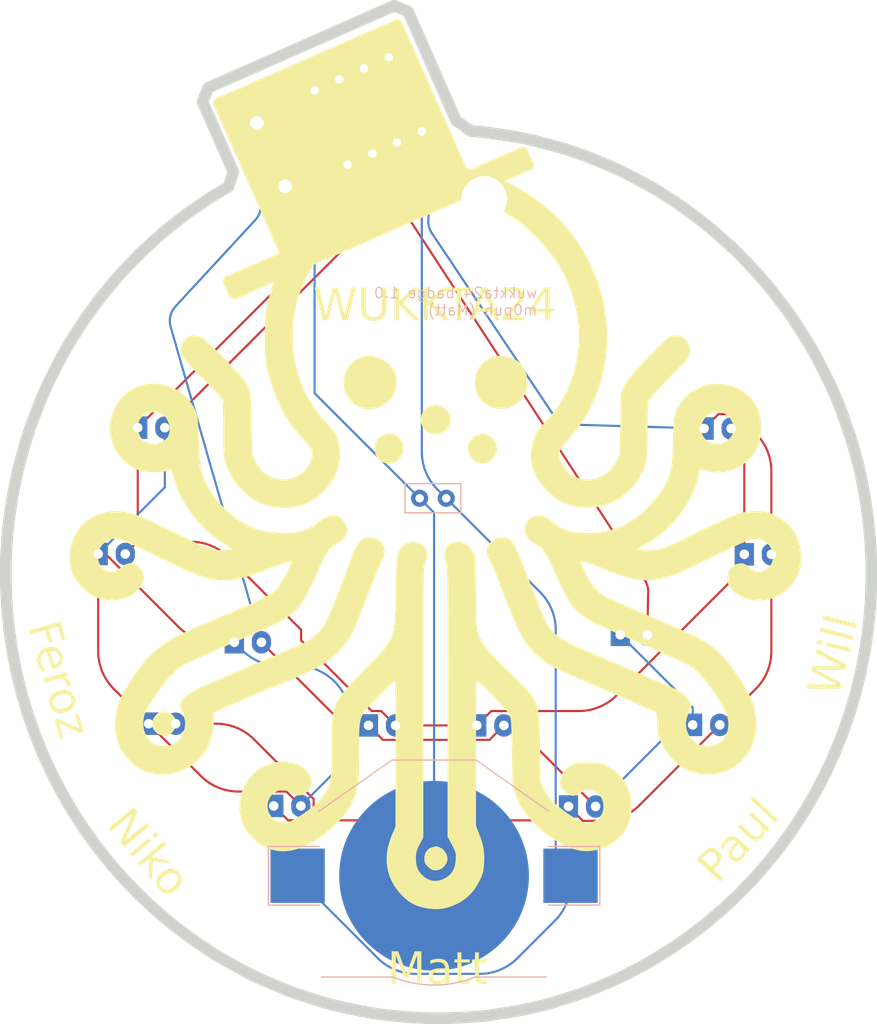
<source format=kicad_pcb>
(kicad_pcb (version 20240108) (generator "pcbnew") (generator_version "8.0")
  (layers (0 "F.Cu" signal) (31 "B.Cu" signal) (34 "B.Paste" user) (35 "F.Paste" user) (36 "B.SilkS" user "B.Silkscreen") (37 "F.SilkS" user "F.Silkscreen") (38 "B.Mask" user) (39 "F.Mask" user) (44 "Edge.Cuts" user))
  (net 0 "")
  (net 1 "GND")
  (net 2 "Net-(BT1-+)")
  (net 3 "Net-(D1-K)")
  (net 4 "Net-(D1-A)")
  (net 5 "Net-(D3-A)")
  (net 6 "Net-(D10-K)")
  (net 7 "Net-(U1-~{RESET}{slash}PB5)")
  (footprint "LED_THT:LED_D4.0mm" (layer "F.Cu") (at 64.71821 108.238478)
    (property "Reference" "D3" (hide yes))
    (property "Value" "LED" (hide yes))
  )
  (footprint "LED_THT:LED_D4.0mm" (layer "F.Cu") (at 104.11 116)
    (property "Reference" "D5" (hide yes))
    (property "Value" "LED" (hide yes))
  )
  (footprint "Package_DIP:DIP-8_W7.62mm" (layer "F.Cu") (at 87.25 45.732933 -66)
    (property "Reference" "U1" (hide yes))
    (property "Value" "ATtiny45-20P" (hide yes))
  )
  (footprint "LED_THT:LED_D4.0mm" (layer "F.Cu") (at 76.46 115.95)
    (property "Reference" "D4" (hide yes))
    (property "Value" "LED" (hide yes))
  )
  (footprint "LED_THT:LED_D4.0mm" (layer "F.Cu") (at 115.76 108.35)
    (property "Reference" "D6" (hide yes))
    (property "Value" "LED" (hide yes))
  )
  (footprint "LED_THT:LED_D4.0mm" (layer "F.Cu") (at 116.825 80.55)
    (property "Reference" "D8" (hide yes))
    (property "Value" "LED" (hide yes))
  )
  (footprint "LED_THT:LED_D4.0mm" (layer "F.Cu") (at 120.6 92.35)
    (property "Reference" "D7" (hide yes))
    (property "Value" "LED" (hide yes))
  )
  (footprint "LED_THT:LED_D4.0mm" (layer "F.Cu") (at 95.51 108.4)
    (property "Reference" "D11" (hide yes))
    (property "Value" "LED" (hide yes))
  )
  (footprint "LED_THT:LED_D4.0mm" (layer "F.Cu") (at 85.344463 108.398626)
    (property "Reference" "D12" (hide yes))
    (property "Value" "LED" (hide yes))
  )
  (footprint "MountingHole:MountingHole_4.3mm_M4" (layer "F.Cu") (at 96.2 59.025)
    (property "Reference" "REF**" (hide yes))
    (property "Value" "MountingHole_4.3mm_M4" (hide yes))
  )
  (footprint "LED_THT:LED_D4.0mm" (layer "F.Cu") (at 59.991974 92.314765)
    (property "Reference" "D2" (hide yes))
    (property "Value" "LED" (hide yes))
  )
  (footprint "LED_THT:LED_D4.0mm" (layer "F.Cu") (at 63.701986 80.469671)
    (property "Reference" "D1" (hide yes))
    (property "Value" "LED" (hide yes))
  )
  (footprint "LED_THT:LED_D4.0mm" (layer "F.Cu") (at 108.963175 99.898177)
    (property "Reference" "D10" (hide yes))
    (property "Value" "LED" (hide yes))
  )
  (footprint "Button_Switch_THT:SW_PUSH_1P1T_6x3.5mm_H4.3_APEM_MJTP1243" (layer "F.Cu") (at 74.878106 51.901972 -66)
    (property "Reference" "SW1" (hide yes))
    (property "Value" "SW_Push" (hide yes))
  )
  (footprint "LED_THT:LED_D4.0mm" (layer "F.Cu") (at 72.76 100.6)
    (property "Reference" "D9" (hide yes))
    (property "Value" "LED" (hide yes))
  )
  (footprint "Capacitor_THT:C_Disc_D5.0mm_W2.5mm_P2.50mm" (layer "B.Cu") (at 92.641934 87.091579 180)
    (property "Reference" "C1" (hide yes))
    (property "Value" "C_Polarized" (hide yes))
  )
  (footprint "Battery:BatteryHolder_Keystone_3002_1x2032" (layer "B.Cu") (at 91.5 122.5)
    (property "Reference" "BT1" (hide yes))
    (property "Value" "Battery_Cell")
  )
  (gr_poly (pts (xy 65.401272 76.355924) (xy 65.588023 76.370029) (xy 65.773046 76.391822) (xy 65.956112 76.42116) (xy 66.136992 76.457903) (xy 66.315456 76.50191) (xy 66.491273 76.553039) (xy 66.664215 76.61115) (xy 66.834051 76.676101) (xy 67.000552 76.747752) (xy 67.163488 76.825961) (xy 67.322629 76.910587) (xy 67.477746 77.001489) (xy 67.628609 77.098526) (xy 67.774989 77.201557) (xy 67.916654 77.310441) (xy 68.053377 77.425037) (xy 68.184927 77.545204) (xy 68.311075 77.6708) (xy 68.43159 77.801685) (xy 68.546244 77.937717) (xy 68.654806 78.078756) (xy 68.757046 78.22466) (xy 68.852735 78.375288) (xy 68.941644 78.5305) (xy 69.023542 78.690154) (xy 69.0982 78.854109) (xy 69.165389 79.022223) (xy 69.224877 79.194357) (xy 69.26381 79.340614) (xy 69.29927 79.536529) (xy 69.331489 79.784534) (xy 69.360698 80.08706) (xy 69.387128 80.446537) (xy 69.411012 80.865397) (xy 69.452065 81.890989) (xy 69.481893 82.709436) (xy 69.49821 83.055652) (xy 69.516581 83.36571) (xy 69.537846 83.643993) (xy 69.562845 83.894885) (xy 69.592415 84.122771) (xy 69.627397 84.332035) (xy 69.66863 84.52706) (xy 69.716953 84.712233) (xy 69.773205 84.891936) (xy 69.838226 85.070553) (xy 69.912854 85.25247) (xy 69.997929 85.44207) (xy 70.094291 85.643738) (xy 70.202777 85.861857) (xy 70.399351 86.222854) (xy 70.621059 86.578729) (xy 70.865946 86.927832) (xy 71.13206 87.268514) (xy 71.417448 87.599125) (xy 71.720155 87.918016) (xy 72.038228 88.223537) (xy 72.369715 88.514039) (xy 72.712662 88.787872) (xy 73.065114 89.043387) (xy 73.42512 89.278934) (xy 73.790726 89.492864) (xy 74.159977 89.683527) (xy 74.530922 89.849274) (xy 74.901606 89.988455) (xy 75.270076 90.09942) (xy 75.452316 90.142226) (xy 75.645914 90.181647) (xy 75.849033 90.217536) (xy 76.059835 90.24975) (xy 76.49714 90.302574) (xy 76.943125 90.33896) (xy 77.383092 90.357752) (xy 77.596224 90.360187) (xy 77.802338 90.35779) (xy 77.999597 90.350415) (xy 78.186163 90.337918) (xy 78.360199 90.320155) (xy 78.519866 90.296979) (xy 78.655461 90.271703) (xy 78.794804 90.240625) (xy 78.93678 90.204193) (xy 79.080275 90.162857) (xy 79.224176 90.117064) (xy 79.367368 90.067262) (xy 79.508737 90.013902) (xy 79.647168 89.95743) (xy 79.781548 89.898296) (xy 79.910763 89.836948) (xy 80.033697 89.773835) (xy 80.149238 89.709406) (xy 80.256271 89.644108) (xy 80.353681 89.57839) (xy 80.440355 89.512701) (xy 80.515178 89.44749) (xy 80.615202 89.356853) (xy 80.715181 89.272005) (xy 80.815012 89.192944) (xy 80.914591 89.11967) (xy 81.013816 89.052185) (xy 81.112583 88.990487) (xy 81.210789 88.934577) (xy 81.308332 88.884455) (xy 81.405108 88.840121) (xy 81.501014 88.801574) (xy 81.595947 88.768816) (xy 81.689803 88.741845) (xy 81.782481 88.720661) (xy 81.873876 88.705266) (xy 81.963885 88.695658) (xy 82.052406 88.691838) (xy 82.139336 88.693806) (xy 82.22457 88.701562) (xy 82.308007 88.715106) (xy 82.389543 88.734437) (xy 82.469075 88.759556) (xy 82.5465 88.790463) (xy 82.621714 88.827158) (xy 82.694616 88.86964) (xy 82.765101 88.91791) (xy 82.833066 88.971968) (xy 82.898409 89.031814) (xy 82.961026 89.097448) (xy 83.020815 89.168869) (xy 83.077671 89.246079) (xy 83.131493 89.329076) (xy 83.182176 89.41786) (xy 83.21795 89.490053) (xy 83.249353 89.562134) (xy 83.276416 89.634048) (xy 83.299167 89.705742) (xy 83.317635 89.777161) (xy 83.331849 89.84825) (xy 83.341837 89.918956) (xy 83.34763 89.989225) (xy 83.349255 90.059002) (xy 83.346743 90.128232) (xy 83.340121 90.196862) (xy 83.329418 90.264837) (xy 83.314664 90.332103) (xy 83.295888 90.398606) (xy 83.273118 90.464292) (xy 83.246383 90.529106) (xy 83.215713 90.592993) (xy 83.181136 90.655901) (xy 83.142681 90.717774) (xy 83.100378 90.778558) (xy 83.054254 90.838199) (xy 83.00434 90.896643) (xy 82.950663 90.953835) (xy 82.893253 91.009721) (xy 82.83214 91.064247) (xy 82.767351 91.117359) (xy 82.698915 91.169002) (xy 82.626863 91.219123) (xy 82.551222 91.267666) (xy 82.472021 91.314578) (xy 82.38929 91.359804) (xy 82.303058 91.40329) (xy 82.200768 91.457459) (xy 82.101025 91.520396) (xy 82.003366 91.592767) (xy 81.907327 91.675238) (xy 81.812446 91.768474) (xy 81.71826 91.873141) (xy 81.624305 91.989904) (xy 81.530119 92.119429) (xy 81.435238 92.262382) (xy 81.3392 92.419428) (xy 81.241541 92.591233) (xy 81.141798 92.778463) (xy 81.039509 92.981782) (xy 80.934211 93.201857) (xy 80.712732 93.694936) (xy 80.617157 93.917533) (xy 80.503756 94.171847) (xy 80.24107 94.739509) (xy 79.959862 95.325692) (xy 79.695323 95.858164) (xy 79.514306 96.209412) (xy 79.338527 96.528523) (xy 79.163269 96.819245) (xy 78.983814 97.085326) (xy 78.795447 97.330513) (xy 78.593449 97.558554) (xy 78.373104 97.773196) (xy 78.129695 97.978187) (xy 77.858504 98.177274) (xy 77.554815 98.374205) (xy 77.213911 98.572728) (xy 76.831075 98.776589) (xy 76.401589 98.989538) (xy 75.920737 99.21532) (xy 74.786066 99.720379) (xy 73.650121 100.214267) (xy 71.032511 101.360094) (xy 70.107955 101.760953) (xy 69.397893 102.072218) (xy 69.111325 102.200112) (xy 68.864011 102.31264) (xy 68.651164 102.412146) (xy 68.467993 102.500973) (xy 68.30971 102.581466) (xy 68.171524 102.655969) (xy 68.048648 102.726826) (xy 67.936291 102.79638) (xy 67.829663 102.866976) (xy 67.723976 102.940959) (xy 67.496267 103.108457) (xy 67.318291 103.254032) (xy 67.120275 103.439151) (xy 66.906024 103.658679) (xy 66.679344 103.907477) (xy 66.444041 104.180411) (xy 66.203919 104.472343) (xy 65.962784 104.778137) (xy 65.724442 105.092656) (xy 65.492697 105.410763) (xy 65.271357 105.727322) (xy 65.064225 106.037197) (xy 64.875108 106.335249) (xy 64.70781 106.616344) (xy 64.566138 106.875344) (xy 64.453896 107.107113) (xy 64.374891 107.306513) (xy 64.324409 107.471291) (xy 64.284042 107.635721) (xy 64.253717 107.799457) (xy 64.233361 107.962151) (xy 64.222902 108.123456) (xy 64.222267 108.283025) (xy 64.231385 108.44051) (xy 64.250183 108.595565) (xy 64.278589 108.747841) (xy 64.31653 108.896991) (xy 64.363935 109.04267) (xy 64.420729 109.184528) (xy 64.486842 109.322219) (xy 64.562201 109.455395) (xy 64.646734 109.58371) (xy 64.740368 109.706816) (xy 64.811369 109.787167) (xy 64.883788 109.8616) (xy 64.957886 109.930216) (xy 65.033923 109.993116) (xy 65.112159 110.050403) (xy 65.192855 110.102176) (xy 65.276271 110.148538) (xy 65.362668 110.18959) (xy 65.452306 110.225433) (xy 65.545445 110.256168) (xy 65.642347 110.281897) (xy 65.743271 110.302721) (xy 65.848478 110.318741) (xy 65.958228 110.330058) (xy 66.072782 110.336775) (xy 66.1924 110.338991) (xy 66.286206 110.336833) (xy 66.378657 110.330408) (xy 66.469673 110.319791) (xy 66.55917 110.305055) (xy 66.647069 110.286276) (xy 66.733288 110.263526) (xy 66.817745 110.23688) (xy 66.900359 110.206413) (xy 66.981048 110.172198) (xy 67.059732 110.134309) (xy 67.136329 110.092822) (xy 67.210757 110.047809) (xy 67.282934 109.999345) (xy 67.352781 109.947505) (xy 67.420215 109.892362) (xy 67.485154 109.83399) (xy 67.547518 109.772464) (xy 67.607225 109.707858) (xy 67.664194 109.640246) (xy 67.718343 109.569702) (xy 67.769591 109.4963) (xy 67.817856 109.420115) (xy 67.863058 109.341221) (xy 67.905114 109.259691) (xy 67.943943 109.1756) (xy 67.979465 109.089022) (xy 68.011597 109.000031) (xy 68.040258 108.908702) (xy 68.065367 108.815108) (xy 68.086842 108.719324) (xy 68.104602 108.621424) (xy 68.118566 108.521482) (xy 68.135718 108.347791) (xy 68.139989 108.267435) (xy 68.140946 108.189496) (xy 68.138257 108.11254) (xy 68.131589 108.035136) (xy 68.120609 107.95585) (xy 68.104985 107.873251) (xy 68.084383 107.785906) (xy 68.05847 107.692382) (xy 68.026915 107.591248) (xy 67.989383 107.48107) (xy 67.895062 107.227854) (xy 67.772843 106.921274) (xy 67.713591 106.745052) (xy 67.685448 106.574589) (xy 67.690585 106.408236) (xy 67.706311 106.326084) (xy 67.731171 106.244341) (xy 67.809379 106.081257) (xy 67.927377 105.917334) (xy 68.087336 105.750921) (xy 68.291427 105.580371) (xy 68.54182 105.404032) (xy 68.840686 105.220256) (xy 69.190194 105.027394) (xy 69.592516 104.823795) (xy 70.049821 104.60781) (xy 70.564281 104.37779) (xy 71.773345 103.869045) (xy 72.169227 103.706062) (xy 72.584557 103.528262) (xy 72.972107 103.35787) (xy 73.284647 103.21711) (xy 73.411977 103.159426) (xy 73.532825 103.105678) (xy 73.644412 103.057023) (xy 73.743962 103.014619) (xy 73.828694 102.979623) (xy 73.895832 102.953192) (xy 73.942597 102.936485) (xy 73.957471 102.93214) (xy 73.966211 102.930659) (xy 74.218075 102.836067) (xy 74.823572 102.58509) (xy 76.639386 101.810764) (xy 78.501501 101.001247) (xy 79.497768 100.550108) (xy 79.605584 100.486615) (xy 79.713921 100.418593) (xy 79.822373 100.346375) (xy 79.930537 100.270293) (xy 80.038006 100.190681) (xy 80.144375 100.107871) (xy 80.24924 100.022195) (xy 80.352195 99.933988) (xy 80.452834 99.843581) (xy 80.550754 99.751307) (xy 80.645548 99.657499) (xy 80.736811 99.562491) (xy 80.824139 99.466614) (xy 80.907126 99.370201) (xy 80.985366 99.273586) (xy 81.058456 99.177101) (xy 81.216751 98.916402) (xy 81.421002 98.513902) (xy 81.665303 97.983377) (xy 81.943753 97.338601) (xy 82.250446 96.59335) (xy 82.57948 95.761397) (xy 82.924951 94.856519) (xy 83.280955 93.89249) (xy 83.516768 93.24293) (xy 83.621036 92.96184) (xy 83.717275 92.707619) (xy 83.806278 92.478576) (xy 83.888843 92.273016) (xy 83.965765 92.089247) (xy 84.03784 91.925577) (xy 84.105863 91.780311) (xy 84.170631 91.651757) (xy 84.232939 91.538223) (xy 84.293583 91.438015) (xy 84.353359 91.349441) (xy 84.413063 91.270807) (xy 84.473489 91.200421) (xy 84.535435 91.13659) (xy 84.588229 91.086467) (xy 84.642813 91.039809) (xy 84.699068 90.99661) (xy 84.756875 90.956861) (xy 84.816115 90.920556) (xy 84.876667 90.887688) (xy 84.938413 90.858249) (xy 85.001234 90.832231) (xy 85.06501 90.809629) (xy 85.129621 90.790434) (xy 85.194948 90.77464) (xy 85.260872 90.762238) (xy 85.327274 90.753223) (xy 85.394034 90.747586) (xy 85.461033 90.74532) (xy 85.528151 90.746418) (xy 85.595269 90.750874) (xy 85.662268 90.758679) (xy 85.729028 90.769826) (xy 85.795429 90.784309) (xy 85.861354 90.80212) (xy 85.926681 90.823251) (xy 85.991293 90.847696) (xy 86.055069 90.875447) (xy 86.117889 90.906498) (xy 86.179636 90.940839) (xy 86.240189 90.978466) (xy 86.299429 91.01937) (xy 86.357236 91.063544) (xy 86.413491 91.110981) (xy 86.468076 91.161673) (xy 86.520869 91.215614) (xy 86.600624 91.31062) (xy 86.669497 91.407073) (xy 86.72749 91.505493) (xy 86.774602 91.606403) (xy 86.810833 91.710322) (xy 86.836183 91.817772) (xy 86.850653 91.929273) (xy 86.854241 92.045346) (xy 86.846948 92.166513) (xy 86.828775 92.293294) (xy 86.79972 92.42621) (xy 86.759785 92.565782) (xy 86.708968 92.712531) (xy 86.64727 92.866978) (xy 86.574691 93.029643) (xy 86.491231 93.201048) (xy 86.399496 93.391387) (xy 86.275927 93.671784) (xy 85.954128 94.448115) (xy 85.567506 95.420768) (xy 85.157732 96.480469) (xy 84.780236 97.471043) (xy 84.467679 98.270969) (xy 84.331158 98.609314) (xy 84.205358 98.911847) (xy 84.088443 99.182518) (xy 83.978574 99.425278) (xy 83.873914 99.644077) (xy 83.772626 99.842865) (xy 83.672871 100.025592) (xy 83.572812 100.196208) (xy 83.470612 100.358663) (xy 83.364433 100.516908) (xy 83.252437 100.674893) (xy 83.132787 100.836568) (xy 82.964219 101.050626) (xy 82.784365 101.259518) (xy 82.593051 101.463404) (xy 82.390103 101.662443) (xy 82.175349 101.856793) (xy 81.948614 102.046615) (xy 81.709724 102.232067) (xy 81.458506 102.413308) (xy 81.194787 102.590498) (xy 80.918392 102.763796) (xy 80.629149 102.933361) (xy 80.326883 103.099352) (xy 80.011421 103.261929) (xy 79.682588 103.42125) (xy 79.340213 103.577475) (xy 78.98412 103.730763) (xy 78.862347 103.779069) (xy 78.676676 103.857935) (xy 78.452111 103.957176) (xy 78.213655 104.066604) (xy 77.921797 104.190999) (xy 77.553078 104.343179) (xy 77.156578 104.502768) (xy 76.78138 104.649389) (xy 76.055208 104.939551) (xy 75.394785 105.214894) (xy 74.699173 105.516164) (xy 73.867434 105.884109) (xy 73.59919 106.0028) (xy 73.373544 106.10019) (xy 73.284219 106.137714) (xy 73.214573 106.166093) (xy 73.167615 106.184054) (xy 73.153584 106.18873) (xy 73.146353 106.190324) (xy 73.10993 106.199006) (xy 73.034612 106.22644) (xy 72.748775 106.345899) (xy 72.2518 106.565372) (xy 71.506645 106.901527) (xy 70.834954 107.207734) (xy 70.834954 108.037472) (xy 70.828614 108.302939) (xy 70.8097 108.565643) (xy 70.778372 108.825135) (xy 70.734787 109.080966) (xy 70.679107 109.332687) (xy 70.611489 109.579851) (xy 70.532093 109.822008) (xy 70.441078 110.05871) (xy 70.338604 110.289509) (xy 70.224828 110.513955) (xy 70.099912 110.731601) (xy 69.964013 110.941998) (xy 69.817291 111.144697) (xy 69.659905 111.33925) (xy 69.492015 111.525209) (xy 69.313779 111.702124) (xy 69.165947 111.83654) (xy 69.01341 111.963806) (xy 68.695317 112.196767) (xy 68.361684 112.400759) (xy 68.014695 112.575538) (xy 67.656537 112.720857) (xy 67.289392 112.836469) (xy 66.915448 112.92213) (xy 66.536887 112.977594) (xy 66.155896 113.002613) (xy 65.774659 112.996943) (xy 65.39536 112.960337) (xy 65.020186 112.89255) (xy 64.65132 112.793335) (xy 64.290947 112.662446) (xy 64.114629 112.585048) (xy 63.941254 112.499638) (xy 63.771094 112.406188) (xy 63.604423 112.304665) (xy 63.499409 112.230823) (xy 63.388925 112.143611) (xy 63.274217 112.044477) (xy 63.156528 111.934867) (xy 63.037102 111.816227) (xy 62.917184 111.690006) (xy 62.798019 111.55765) (xy 62.680851 111.420605) (xy 62.566924 111.280319) (xy 62.457482 111.138239) (xy 62.35377 110.995812) (xy 62.257033 110.854484) (xy 62.168514 110.715703) (xy 62.089458 110.580915) (xy 62.021109 110.451568) (xy 61.964712 110.329109) (xy 61.861335 110.067536) (xy 61.773427 109.798295) (xy 61.700942 109.522282) (xy 61.643839 109.240394) (xy 61.602073 108.953529) (xy 61.575601 108.662583) (xy 61.56438 108.368453) (xy 61.568366 108.072038) (xy 61.587517 107.774233) (xy 61.621788 107.475937) (xy 61.671136 107.178046) (xy 61.735517 106.881457) (xy 61.814889 106.587067) (xy 61.909208 106.295774) (xy 62.01843 106.008475) (xy 62.142513 105.726066) (xy 62.239188 105.527951) (xy 62.357046 105.30657) (xy 62.493425 105.065742) (xy 62.645662 104.809287) (xy 62.987063 104.264775) (xy 63.359949 103.703595) (xy 63.743021 103.156305) (xy 64.114981 102.653465) (xy 64.45453 102.225634) (xy 64.605494 102.049397) (xy 64.740368 101.903371) (xy 64.849954 101.797651) (xy 64.973923 101.684999) (xy 65.258642 101.443592) (xy 65.581792 101.188525) (xy 65.93064 100.929175) (xy 66.292452 100.674918) (xy 66.654495 100.435131) (xy 67.004037 100.219189) (xy 67.170141 100.12309) (xy 67.328345 100.036468) (xy 67.52891 99.935743) (xy 67.812356 99.799249) (xy 68.496392 99.47961) (xy 69.117457 99.198863) (xy 69.322189 99.110984) (xy 69.383723 99.086803) (xy 69.412556 99.078322) (xy 69.44379 99.06937) (xy 69.512414 99.04375) (xy 69.744696 98.949912) (xy 70.07514 98.811625) (xy 70.469479 98.643706) (xy 71.542451 98.188089) (xy 72.711733 97.695433) (xy 73.536373 97.343288) (xy 73.912057 97.177857) (xy 74.263779 97.019271) (xy 74.591887 96.867339) (xy 74.896728 96.721876) (xy 75.17865 96.582692) (xy 75.438 96.4496) (xy 75.675124 96.322411) (xy 75.890371 96.200938) (xy 76.084088 96.084993) (xy 76.256621 95.974386) (xy 76.408319 95.868932) (xy 76.539528 95.76844) (xy 76.650595 95.672724) (xy 76.741869 95.581595) (xy 76.820341 95.486986) (xy 76.913108 95.358591) (xy 77.017336 95.20175) (xy 77.130188 95.021801) (xy 77.370419 94.613937) (xy 77.611113 94.177712) (xy 77.829582 93.755842) (xy 78.003138 93.391039) (xy 78.065983 93.243385) (xy 78.109092 93.126017) (xy 78.129629 93.044271) (xy 78.130546 93.018426) (xy 78.124757 93.003489) (xy 78.102322 92.99719) (xy 78.057793 93.000325) (xy 77.905748 93.033739) (xy 77.675222 93.101418) (xy 77.372811 93.201044) (xy 77.005114 93.330305) (xy 76.57873 93.486883) (xy 75.576288 93.872734) (xy 75.191761 94.020966) (xy 74.829532 94.154772) (xy 74.487589 94.274542) (xy 74.163921 94.380668) (xy 73.856516 94.47354) (xy 73.563364 94.553549) (xy 73.282453 94.621085) (xy 73.011771 94.676539) (xy 72.749308 94.720302) (xy 72.493053 94.752764) (xy 72.240993 94.774317) (xy 71.991119 94.78535) (xy 71.741417 94.786254) (xy 71.489879 94.77742) (xy 71.234491 94.759239) (xy 70.973243 94.732101) (xy 70.552686 94.668938) (xy 70.144282 94.582392) (xy 69.934835 94.526515) (xy 69.716663 94.460192) (xy 69.238459 94.29007) (xy 68.678301 94.059755) (xy 68.004818 93.756977) (xy 67.186641 93.369467) (xy 66.1924 92.884954) (xy 64.753852 92.178539) (xy 64.162133 91.892122) (xy 63.646248 91.647146) (xy 63.199296 91.441295) (xy 62.999512 91.352318) (xy 62.814374 91.272254) (xy 62.643017 91.200814) (xy 62.48458 91.137708) (xy 62.338199 91.082648) (xy 62.203013 91.035343) (xy 62.078157 90.995504) (xy 61.96277 90.962841) (xy 61.855989 90.937067) (xy 61.75695 90.91789) (xy 61.664792 90.905022) (xy 61.578651 90.898173) (xy 61.497665 90.897054) (xy 61.420971 90.901376) (xy 61.347706 90.910848) (xy 61.277008 90.925183) (xy 61.208013 90.944089) (xy 61.13986 90.967279) (xy 61.071685 90.994462) (xy 61.002625 91.025349) (xy 60.858401 91.097079) (xy 60.734557 91.167028) (xy 60.620404 91.244934) (xy 60.515851 91.330129) (xy 60.420808 91.421945) (xy 60.335185 91.519716) (xy 60.258891 91.622773) (xy 60.191835 91.73045) (xy 60.133928 91.842078) (xy 60.085079 91.956992) (xy 60.045197 92.074522) (xy 60.014192 92.194002) (xy 59.991974 92.314765) (xy 59.978451 92.436143) (xy 59.973535 92.557468) (xy 59.977134 92.678073) (xy 59.989157 92.797291) (xy 60.009515 92.914454) (xy 60.038117 93.028896) (xy 60.074872 93.139948) (xy 60.11969 93.246943) (xy 60.172481 93.349213) (xy 60.233154 93.446093) (xy 60.301619 93.536913) (xy 60.377786 93.621006) (xy 60.461563 93.697706) (xy 60.552861 93.766344) (xy 60.651588 93.826254) (xy 60.757655 93.876768) (xy 60.870972 93.917218) (xy 60.991447 93.946937) (xy 61.118991 93.965258) (xy 61.253512 93.971513) (xy 61.306328 93.970575) (xy 61.357479 93.967713) (xy 61.407155 93.962853) (xy 61.455543 93.955925) (xy 61.502832 93.946855) (xy 61.549209 93.935571) (xy 61.594862 93.922001) (xy 61.63998 93.906072) (xy 61.684751 93.887713) (xy 61.729362 93.86685) (xy 61.774003 93.843411) (xy 61.81886 93.817325) (xy 61.864123 93.788518) (xy 61.909979 93.756919) (xy 61.956617 93.722455) (xy 62.004224 93.685053) (xy 62.106303 93.603868) (xy 62.201799 93.53054) (xy 62.291304 93.464823) (xy 62.375412 93.40647) (xy 62.454717 93.355237) (xy 62.52981 93.310877) (xy 62.601287 93.273143) (xy 62.669739 93.24179) (xy 62.73576 93.216573) (xy 62.768045 93.206188) (xy 62.799944 93.197244) (xy 62.831532 93.189711) (xy 62.862884 93.183558) (xy 62.894072 93.178755) (xy 62.925172 93.17527) (xy 62.956257 93.173073) (xy 62.987402 93.172132) (xy 63.050168 93.1739) (xy 63.114062 93.180326) (xy 63.179678 93.191165) (xy 63.265219 93.210376) (xy 63.347736 93.234651) (xy 63.427214 93.263961) (xy 63.503639 93.298278) (xy 63.576997 93.337572) (xy 63.647272 93.381814) (xy 63.714451 93.430976) (xy 63.77852 93.485029) (xy 63.839462 93.543944) (xy 63.897265 93.607691) (xy 63.951914 93.676242) (xy 64.003393 93.749568) (xy 64.05169 93.82764) (xy 64.096788 93.91043) (xy 64.138675 93.997907) (xy 64.177334 94.090044) (xy 64.213901 94.20005) (xy 64.242061 94.307973) (xy 64.261742 94.414044) (xy 64.26838 94.466457) (xy 64.272872 94.518494) (xy 64.275207 94.570183) (xy 64.275377 94.621555) (xy 64.273374 94.672637) (xy 64.269187 94.723458) (xy 64.262808 94.774048) (xy 64.254228 94.824436) (xy 64.243438 94.87465) (xy 64.230428 94.924719) (xy 64.215191 94.974672) (xy 64.197716 95.024539) (xy 64.156017 95.124127) (xy 64.105261 95.223715) (xy 64.045375 95.323535) (xy 63.976286 95.423818) (xy 63.897922 95.524795) (xy 63.810211 95.626698) (xy 63.71308 95.729759) (xy 63.616932 95.82282) (xy 63.515725 95.911219) (xy 63.299197 96.073898) (xy 63.065625 96.217535) (xy 62.817134 96.34187) (xy 62.555853 96.446643) (xy 62.283908 96.531592) (xy 62.003425 96.596459) (xy 61.716533 96.640981) (xy 61.425358 96.664899) (xy 61.132027 96.667953) (xy 60.838667 96.649881) (xy 60.547405 96.610423) (xy 60.260368 96.549319) (xy 59.979684 96.466308) (xy 59.707478 96.36113) (xy 59.445879 96.233525) (xy 59.328565 96.165774) (xy 59.206998 96.08555) (xy 59.082248 95.99404) (xy 58.955385 95.892431) (xy 58.82748 95.781908) (xy 58.699604 95.663659) (xy 58.572828 95.53887) (xy 58.448222 95.408728) (xy 58.326858 95.274418) (xy 58.209805 95.137127) (xy 58.098135 94.998043) (xy 57.992919 94.85835) (xy 57.895226 94.719236) (xy 57.806129 94.581888) (xy 57.726697 94.447491) (xy 57.658001 94.317232) (xy 57.583726 94.153995) (xy 57.518253 93.986804) (xy 57.461473 93.816047) (xy 57.413275 93.642109) (xy 57.373549 93.46538) (xy 57.342185 93.286244) (xy 57.319071 93.10509) (xy 57.304099 92.922305) (xy 57.297157 92.738276) (xy 57.298135 92.553389) (xy 57.306923 92.368032) (xy 57.32341 92.182592) (xy 57.347487 91.997455) (xy 57.379043 91.81301) (xy 57.417967 91.629642) (xy 57.464149 91.44774) (xy 57.51748 91.267689) (xy 57.577847 91.089878) (xy 57.645142 90.914693) (xy 57.719254 90.742521) (xy 57.800073 90.57375) (xy 57.887488 90.408766) (xy 57.981388 90.247956) (xy 58.081664 90.091708) (xy 58.188206 89.940408) (xy 58.300902 89.794444) (xy 58.419643 89.654202) (xy 58.544318 89.520071) (xy 58.674818 89.392436) (xy 58.81103 89.271684) (xy 58.952846 89.158204) (xy 59.100155 89.052381) (xy 59.305896 88.923215) (xy 59.519074 88.806188) (xy 59.739255 88.701403) (xy 59.966005 88.60896) (xy 60.19889 88.52896) (xy 60.437477 88.461506) (xy 60.681329 88.406698) (xy 60.930015 88.364637) (xy 61.183099 88.335426) (xy 61.440148 88.319164) (xy 61.700728 88.315954) (xy 61.964404 88.325897) (xy 62.230742 88.349094) (xy 62.499308 88.385646) (xy 62.769669 88.435655) (xy 63.041389 88.499222) (xy 63.325318 88.576662) (xy 63.61816 88.672391) (xy 63.959387 88.803774) (xy 64.388472 88.988172) (xy 64.944888 89.24295) (xy 65.668107 89.58547) (xy 67.772843 90.603191) (xy 68.619091 91.011363) (xy 68.98237 91.181714) (xy 69.310691 91.331214) (xy 69.607757 91.461094) (xy 69.877274 91.572583) (xy 70.122945 91.666912) (xy 70.348475 91.745309) (xy 70.557568 91.809006) (xy 70.753927 91.859231) (xy 70.941257 91.897216) (xy 71.123263 91.924189) (xy 71.303648 91.941381) (xy 71.486117 91.950021) (xy 71.674373 91.95134) (xy 71.872122 91.946568) (xy 72.622834 91.916934) (xy 71.595544 91.245243) (xy 71.178565 90.959366) (xy 70.772987 90.651033) (xy 70.380027 90.321864) (xy 70.0009 89.973479) (xy 69.636821 89.6075) (xy 69.289005 89.225547) (xy 68.958669 88.82924) (xy 68.647027 88.4202) (xy 68.355295 88.000047) (xy 68.084688 87.570402) (xy 67.836422 87.132887) (xy 67.611712 86.68912) (xy 67.411774 86.240723) (xy 67.237823 85.789316) (xy 67.091074 85.33652) (xy 66.972744 84.883955) (xy 66.854213 84.390067) (xy 66.360323 84.538236) (xy 66.29769 84.555948) (xy 66.231989 84.572055) (xy 66.163163 84.58657) (xy 66.091154 84.599507) (xy 65.937354 84.620709) (xy 65.770126 84.635777) (xy 65.589008 84.644825) (xy 65.393536 84.647969) (xy 65.183247 84.645326) (xy 64.957678 84.637011) (xy 64.689666 84.624568) (xy 64.572127 84.616893) (xy 64.46379 84.607843) (xy 64.363324 84.597114) (xy 64.269398 84.584403) (xy 64.180682 84.569405) (xy 64.095843 84.551818) (xy 64.01355 84.531337) (xy 63.932473 84.507657) (xy 63.851281 84.480477) (xy 63.768641 84.449491) (xy 63.683223 84.414395) (xy 63.593696 84.374886) (xy 63.498728 84.330661) (xy 63.396989 84.281414) (xy 63.181894 84.164969) (xy 62.974077 84.034662) (xy 62.774103 83.891217) (xy 62.582536 83.735357) (xy 62.399939 83.567806) (xy 62.226878 83.389288) (xy 62.063916 83.200524) (xy 61.911619 83.00224) (xy 61.770549 82.795159) (xy 61.641272 82.580003) (xy 61.524352 82.357497) (xy 61.420354 82.128364) (xy 61.32984 81.893327) (xy 61.253377 81.653111) (xy 61.191528 81.408437) (xy 61.144857 81.160031) (xy 61.116368 80.942814) (xy 61.099264 80.726627) (xy 61.093293 80.511803) (xy 61.095771 80.404317) (xy 63.701343 80.404317) (xy 63.701986 80.469671) (xy 63.711432 80.60113) (xy 63.7316 80.732821) (xy 63.762302 80.863817) (xy 63.80335 80.993192) (xy 63.854554 81.120021) (xy 63.915729 81.243377) (xy 63.986684 81.362334) (xy 64.025771 81.419874) (xy 64.067233 81.475967) (xy 64.111046 81.530496) (xy 64.157187 81.583348) (xy 64.205632 81.634405) (xy 64.256358 81.683553) (xy 64.3123 81.73134) (xy 64.372489 81.774725) (xy 64.436599 81.813762) (xy 64.504305 81.848505) (xy 64.575281 81.879009) (xy 64.649201 81.905327) (xy 64.725741 81.927514) (xy 64.804574 81.945625) (xy 64.885374 81.959713) (xy 64.967817 81.969832) (xy 65.051577 81.976038) (xy 65.136328 81.978384) (xy 65.221744 81.976925) (xy 65.307501 81.971714) (xy 65.393272 81.962806) (xy 65.478732 81.950256) (xy 65.563555 81.934117) (xy 65.647416 81.914445) (xy 65.729989 81.891292) (xy 65.810949 81.864713) (xy 65.88997 81.834763) (xy 65.966726 81.801496) (xy 66.040893 81.764967) (xy 66.112143 81.725228) (xy 66.180153 81.682335) (xy 66.244596 81.636342) (xy 66.305147 81.587304) (xy 66.36148 81.535273) (xy 66.413269 81.480306) (xy 66.460189 81.422455) (xy 66.501915 81.361776) (xy 66.538121 81.298322) (xy 66.569643 81.232686) (xy 66.597562 81.165529) (xy 66.621921 81.097009) (xy 66.642764 81.027282) (xy 66.660135 80.956506) (xy 66.674076 80.884838) (xy 66.684631 80.812436) (xy 66.691844 80.739457) (xy 66.695758 80.666058) (xy 66.696417 80.592397) (xy 66.693863 80.518631) (xy 66.68814 80.444918) (xy 66.679292 80.371414) (xy 66.667362 80.298278) (xy 66.652394 80.225666) (xy 66.63443 80.153735) (xy 66.613514 80.082645) (xy 66.58969 80.01255) (xy 66.563002 79.94361) (xy 66.533491 79.875981) (xy 66.501203 79.80982) (xy 66.46618 79.745286) (xy 66.428465 79.682535) (xy 66.388103 79.621725) (xy 66.345136 79.563012) (xy 66.299608 79.506556) (xy 66.251563 79.452512) (xy 66.201043 79.401038) (xy 66.148092 79.352291) (xy 66.092754 79.30643) (xy 66.035072 79.263611) (xy 65.97509 79.223991) (xy 65.911948 79.187954) (xy 65.846741 79.155748) (xy 65.77966 79.127326) (xy 65.710897 79.10264) (xy 65.640644 79.081644) (xy 65.569092 79.064291) (xy 65.496433 79.050534) (xy 65.422859 79.040325) (xy 65.348562 79.033617) (xy 65.273733 79.030365) (xy 65.198564 79.03052) (xy 65.123246 79.034035) (xy 65.047972 79.040864) (xy 64.972933 79.050959) (xy 64.898321 79.064274) (xy 64.824328 79.080761) (xy 64.751145 79.100374) (xy 64.678963 79.123065) (xy 64.607976 79.148787) (xy 64.538374 79.177494) (xy 64.470349 79.209138) (xy 64.404093 79.243672) (xy 64.339798 79.28105) (xy 64.277655 79.321224) (xy 64.217856 79.364147) (xy 64.160593 79.409772) (xy 64.106057 79.458052) (xy 64.05444 79.50894) (xy 64.005935 79.56239) (xy 63.960732 79.618353) (xy 63.919023 79.676784) (xy 63.881001 79.737635) (xy 63.85009 79.792165) (xy 63.822166 79.848258) (xy 63.797204 79.905798) (xy 63.775181 79.964669) (xy 63.756074 80.024756) (xy 63.739859 80.085942) (xy 63.726513 80.148112) (xy 63.716012 80.211151) (xy 63.708332 80.274941) (xy 63.70345 80.339369) (xy 63.701343 80.404317) (xy 61.095771 80.404317) (xy 61.098207 80.298678) (xy 61.113756 80.087586) (xy 61.139691 79.878861) (xy 61.175761 79.672838) (xy 61.221718 79.469852) (xy 61.277311 79.270238) (xy 61.342291 79.074329) (xy 61.416409 78.882461) (xy 61.499415 78.694968) (xy 61.591058 78.512185) (xy 61.691091 78.334446) (xy 61.799262 78.162087) (xy 61.915323 77.995441) (xy 62.039024 77.834843) (xy 62.170115 77.680628) (xy 62.308347 77.53313) (xy 62.453469 77.392685) (xy 62.605233 77.259626) (xy 62.76339 77.134288) (xy 62.927688 77.017006) (xy 63.097879 76.908115) (xy 63.273713 76.807948) (xy 63.45494 76.716841) (xy 63.641312 76.635129) (xy 63.832577 76.563145) (xy 64.028488 76.501225) (xy 64.228793 76.449703) (xy 64.433244 76.408914) (xy 64.641591 76.379192) (xy 64.832953 76.361139) (xy 65.023508 76.351338) (xy 65.213024 76.349646)) (stroke (width -0.000001)) (fill solid) (layer "F.SilkS"))
  (gr_poly (pts (xy 87.354304 81.018041) (xy 87.419351 81.022268) (xy 87.484124 81.030329) (xy 87.548925 81.04224) (xy 87.614058 81.058013) (xy 87.679829 81.077665) (xy 87.74654 81.101209) (xy 87.814495 81.128659) (xy 87.883998 81.160031) (xy 87.967417 81.204296) (xy 88.047117 81.255318) (xy 88.122853 81.312677) (xy 88.194378 81.375955) (xy 88.261446 81.444731) (xy 88.323812 81.518585) (xy 88.381229 81.597099) (xy 88.433452 81.679852) (xy 88.480234 81.766424) (xy 88.52133 81.856398) (xy 88.556493 81.949352) (xy 88.585478 82.044866) (xy 88.608038 82.142523) (xy 88.623928 82.241901) (xy 88.632901 82.342582) (xy 88.634712 82.444145) (xy 88.630329 82.548272) (xy 88.619211 82.649422) (xy 88.601624 82.747454) (xy 88.577838 82.842227) (xy 88.548119 82.933599) (xy 88.512735 83.021431) (xy 88.471954 83.105579) (xy 88.426044 83.185904) (xy 88.375272 83.262265) (xy 88.319906 83.33452) (xy 88.260213 83.402528) (xy 88.196462 83.466148) (xy 88.12892 83.525239) (xy 88.057855 83.57966) (xy 87.983534 83.629271) (xy 87.906225 83.673929) (xy 87.826196 83.713494) (xy 87.743714 83.747824) (xy 87.659048 83.776779) (xy 87.572464 83.800218) (xy 87.48423 83.817999) (xy 87.394615 83.829981) (xy 87.303886 83.836024) (xy 87.21231 83.835986) (xy 87.120156 83.829726) (xy 87.02769 83.817104) (xy 86.935181 83.797977) (xy 86.842896 83.772205) (xy 86.751103 83.739647) (xy 86.66007 83.700162) (xy 86.570064 83.653608) (xy 86.481353 83.599845) (xy 86.43413 83.56786) (xy 86.388786 83.53311) (xy 86.345348 83.495723) (xy 86.303843 83.455826) (xy 86.264299 83.41355) (xy 86.226743 83.369022) (xy 86.157702 83.273724) (xy 86.096938 83.170961) (xy 86.044668 83.061758) (xy 86.001108 82.947143) (xy 85.966475 82.828145) (xy 85.940988 82.705789) (xy 85.924862 82.581104) (xy 85.918314 82.455117) (xy 85.921563 82.328854) (xy 85.934824 82.203344) (xy 85.958315 82.079613) (xy 85.992253 81.958689) (xy 86.013208 81.899601) (xy 86.036855 81.841599) (xy 86.073176 81.761878) (xy 86.108411 81.689073) (xy 86.143096 81.622693) (xy 86.177767 81.562245) (xy 86.212959 81.507237) (xy 86.249208 81.457178) (xy 86.287048 81.411576) (xy 86.327015 81.369938) (xy 86.369644 81.331773) (xy 86.415471 81.296588) (xy 86.465031 81.263892) (xy 86.518859 81.233193) (xy 86.577492 81.203998) (xy 86.641463 81.175816) (xy 86.711309 81.148156) (xy 86.787565 81.120523) (xy 86.865751 81.094597) (xy 86.941231 81.072389) (xy 87.014309 81.053914) (xy 87.085289 81.039187) (xy 87.154474 81.028221) (xy 87.22217 81.021032) (xy 87.288678 81.017634)) (stroke (width -0.000001)) (fill solid) (layer "F.SilkS"))
  (gr_poly (pts (xy 91.695358 78.35413) (xy 91.758793 78.358622) (xy 91.821851 78.366016) (xy 91.884454 78.376287) (xy 91.946521 78.389412) (xy 92.007974 78.405368) (xy 92.068732 78.42413) (xy 92.128716 78.445677) (xy 92.187846 78.469983) (xy 92.246043 78.497026) (xy 92.303227 78.526783) (xy 92.359318 78.559228) (xy 92.414238 78.59434) (xy 92.467906 78.632094) (xy 92.520242 78.672467) (xy 92.571168 78.715436) (xy 92.620604 78.760977) (xy 92.66847 78.809066) (xy 92.714686 78.85968) (xy 92.759173 78.912795) (xy 92.801852 78.968389) (xy 92.842642 79.026436) (xy 92.870338 79.069768) (xy 92.896013 79.114496) (xy 92.919674 79.160512) (xy 92.941325 79.207707) (xy 92.960972 79.255973) (xy 92.97862 79.305201) (xy 93.007943 79.406111) (xy 93.029336 79.509566) (xy 93.042844 79.614701) (xy 93.048509 79.720646) (xy 93.046375 79.826533) (xy 93.036485 79.931494) (xy 93.018883 80.034661) (xy 92.993612 80.135165) (xy 92.960716 80.23214) (xy 92.941422 80.279031) (xy 92.920238 80.324715) (xy 92.897169 80.369082) (xy 92.872221 80.412024) (xy 92.845399 80.453432) (xy 92.816709 80.493197) (xy 92.786155 80.531212) (xy 92.753745 80.567368) (xy 92.681288 80.641483) (xy 92.606664 80.710122) (xy 92.530079 80.773306) (xy 92.45174 80.831057) (xy 92.371852 80.883396) (xy 92.290623 80.930346) (xy 92.208258 80.971927) (xy 92.124963 81.008162) (xy 92.040945 81.039072) (xy 91.956409 81.06468) (xy 91.871562 81.085006) (xy 91.78661 81.100072) (xy 91.70176 81.1099) (xy 91.617217 81.114513) (xy 91.533188 81.11393) (xy 91.449878 81.108175) (xy 91.367495 81.097269) (xy 91.286244 81.081234) (xy 91.206331 81.060091) (xy 91.127963 81.033861) (xy 91.051345 81.002568) (xy 90.976685 80.966232) (xy 90.904188 80.924875) (xy 90.83406 80.878518) (xy 90.766507 80.827185) (xy 90.701737 80.770895) (xy 90.639954 80.709672) (xy 90.581365 80.643536) (xy 90.526177 80.572509) (xy 90.474595 80.496613) (xy 90.426826 80.41587) (xy 90.383076 80.330302) (xy 90.353378 80.266047) (xy 90.327229 80.20115) (xy 90.304589 80.135721) (xy 90.285418 80.069871) (xy 90.269676 80.00371) (xy 90.257324 79.937348) (xy 90.248321 79.870896) (xy 90.242628 79.804464) (xy 90.240205 79.738161) (xy 90.241013 79.6721) (xy 90.245011 79.606389) (xy 90.252159 79.54114) (xy 90.262419 79.476462) (xy 90.27575 79.412466) (xy 90.292112 79.349262) (xy 90.311465 79.28696) (xy 90.33377 79.225672) (xy 90.358988 79.165507) (xy 90.387077 79.106575) (xy 90.417999 79.048987) (xy 90.451713 78.992854) (xy 90.488181 78.938285) (xy 90.527361 78.88539) (xy 90.569214 78.834281) (xy 90.613701 78.785068) (xy 90.660782 78.73786) (xy 90.710416 78.692769) (xy 90.762565 78.649903) (xy 90.817187 78.609375) (xy 90.874245 78.571294) (xy 90.933696 78.535771) (xy 90.995503 78.502915) (xy 91.057824 78.473943) (xy 91.120644 78.44813) (xy 91.183884 78.425454) (xy 91.247464 78.405891) (xy 91.311304 78.389417) (xy 91.375325 78.376009) (xy 91.439448 78.365642) (xy 91.503592 78.358295) (xy 91.567678 78.353943) (xy 91.631626 78.352562)) (stroke (width -0.000001)) (fill solid) (layer "F.SilkS"))
  (gr_poly (pts (xy 85.464948 73.709336) (xy 85.546362 73.715586) (xy 85.630092 73.726004) (xy 85.717063 73.74059) (xy 85.808201 73.759342) (xy 85.904432 73.782262) (xy 86.006683 73.809348) (xy 86.115879 73.840602) (xy 86.240626 73.880506) (xy 86.362842 73.92601) (xy 86.482308 73.976925) (xy 86.598809 74.033064) (xy 86.712126 74.094238) (xy 86.822043 74.16026) (xy 86.928342 74.23094) (xy 87.030807 74.306092) (xy 87.129221 74.385526) (xy 87.223366 74.469056) (xy 87.313026 74.556492) (xy 87.397983 74.647647) (xy 87.478021 74.742332) (xy 87.552921 74.84036) (xy 87.622468 74.941542) (xy 87.686444 75.045691) (xy 87.728617 75.11586) (xy 87.766392 75.182455) (xy 87.799999 75.246301) (xy 87.829671 75.308222) (xy 87.855639 75.369044) (xy 87.878134 75.429591) (xy 87.897388 75.490688) (xy 87.913632 75.553159) (xy 87.927099 75.61783) (xy 87.938018 75.685525) (xy 87.946623 75.757069) (xy 87.953144 75.833286) (xy 87.957813 75.915002) (xy 87.960861 76.003041) (xy 87.963022 76.201387) (xy 87.962858 76.34321) (xy 87.958468 76.476596) (xy 87.949565 76.602372) (xy 87.935857 76.721362) (xy 87.917057 76.83439) (xy 87.892873 76.942281) (xy 87.863018 77.045861) (xy 87.827202 77.145953) (xy 87.785134 77.243383) (xy 87.736527 77.338975) (xy 87.68109 77.433554) (xy 87.618534 77.527945) (xy 87.54857 77.622972) (xy 87.470909 77.719461) (xy 87.38526 77.818236) (xy 87.291335 77.920121) (xy 87.161759 78.048448) (xy 87.021953 78.166545) (xy 86.873031 78.274138) (xy 86.716108 78.37095) (xy 86.552297 78.456708) (xy 86.382713 78.531136) (xy 86.20847 78.593959) (xy 86.030682 78.644904) (xy 85.850463 78.683694) (xy 85.668927 78.710054) (xy 85.487189 78.723711) (xy 85.306363 78.724389) (xy 85.127562 78.711813) (xy 84.951901 78.685708) (xy 84.780494 78.645799) (xy 84.614455 78.591812) (xy 84.518276 78.552652) (xy 84.424264 78.50935) (xy 84.332502 78.462048) (xy 84.243074 78.410886) (xy 84.071549 78.297547) (xy 83.910355 78.170462) (xy 83.760157 78.030761) (xy 83.621623 77.87957) (xy 83.495416 77.718019) (xy 83.382202 77.547237) (xy 83.282648 77.368352) (xy 83.197418 77.182493) (xy 83.127179 76.990789) (xy 83.072596 76.794367) (xy 83.034334 76.594357) (xy 83.013059 76.391886) (xy 83.009 76.290082) (xy 83.009437 76.188085) (xy 83.014454 76.086038) (xy 83.024134 75.984081) (xy 83.036772 75.887465) (xy 83.052429 75.792127) (xy 83.071056 75.698132) (xy 83.092603 75.605542) (xy 83.117023 75.51442) (xy 83.144266 75.424831) (xy 83.174284 75.336837) (xy 83.207027 75.250501) (xy 83.242448 75.165887) (xy 83.280496 75.083058) (xy 83.321123 75.002078) (xy 83.364281 74.92301) (xy 83.40992 74.845916) (xy 83.457992 74.770861) (xy 83.508447 74.697908) (xy 83.561238 74.62712) (xy 83.616315 74.55856) (xy 83.673629 74.492291) (xy 83.733132 74.428378) (xy 83.794774 74.366883) (xy 83.858507 74.307869) (xy 83.924282 74.2514) (xy 83.99205 74.197539) (xy 84.061763 74.14635) (xy 84.133371 74.097895) (xy 84.206826 74.052238) (xy 84.282079 74.009443) (xy 84.35908 73.969572) (xy 84.437782 73.93269) (xy 84.518135 73.898858) (xy 84.600091 73.868141) (xy 84.6836 73.840602) (xy 84.785851 73.809348) (xy 84.882082 73.782262) (xy 84.97322 73.759342) (xy 85.06019 73.74059) (xy 85.14392 73.726004) (xy 85.225335 73.715586) (xy 85.30536 73.709336) (xy 85.384922 73.707252)) (stroke (width -0.000001)) (fill solid) (layer "F.SilkS"))
  (gr_poly (pts (xy 92.778575 55.966066) (xy 93.567582 56.015532) (xy 93.927655 56.049671) (xy 94.256808 56.090002) (xy 94.549064 56.136468) (xy 94.798446 56.189011) (xy 95.840117 56.471719) (xy 96.849087 56.807877) (xy 97.82391 57.196298) (xy 98.763137 57.635797) (xy 99.665323 58.125185) (xy 100.529021 58.663278) (xy 101.352783 59.248889) (xy 102.135163 59.88083) (xy 102.874713 60.557917) (xy 103.569987 61.278961) (xy 104.219538 62.042776) (xy 104.821919 62.848177) (xy 105.375682 63.693976) (xy 105.879382 64.578987) (xy 106.331571 65.502024) (xy 106.730802 66.4619) (xy 107.008523 67.250349) (xy 107.241707 68.047611) (xy 107.4305 68.851847) (xy 107.575044 69.661219) (xy 107.675486 70.47389) (xy 107.73197 71.288023) (xy 107.74464 72.10178) (xy 107.713641 72.913323) (xy 107.639119 73.720815) (xy 107.521217 74.522417) (xy 107.360081 75.316293) (xy 107.155855 76.100605) (xy 106.908684 76.873514) (xy 106.618712 77.633185) (xy 106.286085 78.377778) (xy 105.910946 79.105456) (xy 105.745088 79.397121) (xy 105.561982 79.692259) (xy 105.355493 79.998971) (xy 105.119487 80.325362) (xy 104.847829 80.679534) (xy 104.534383 81.06959) (xy 104.173014 81.503634) (xy 103.757588 81.989768) (xy 103.647591 82.119036) (xy 103.550849 82.240939) (xy 103.467187 82.356677) (xy 103.396431 82.467452) (xy 103.365839 82.521354) (xy 103.338409 82.574466) (xy 103.314119 82.626937) (xy 103.292947 82.678918) (xy 103.274871 82.730559) (xy 103.25987 82.78201) (xy 103.247922 82.833421) (xy 103.239005 82.884942) (xy 103.233098 82.936724) (xy 103.230179 82.988917) (xy 103.230227 83.04167) (xy 103.233218 83.095134) (xy 103.239133 83.149459) (xy 103.247949 83.204795) (xy 103.259644 83.261292) (xy 103.274197 83.319101) (xy 103.311789 83.439252) (xy 103.360551 83.56645) (xy 103.42031 83.701895) (xy 103.490892 83.846789) (xy 103.551635 83.9632) (xy 103.61707 84.075326) (xy 103.687026 84.183107) (xy 103.761334 84.286485) (xy 103.839824 84.385398) (xy 103.922325 84.479789) (xy 104.008668 84.569595) (xy 104.098683 84.65476) (xy 104.192199 84.735221) (xy 104.289047 84.81092) (xy 104.389057 84.881798) (xy 104.492058 84.947794) (xy 104.59788 85.008848) (xy 104.706355 85.064902) (xy 104.81731 85.115895) (xy 104.930577 85.161767) (xy 105.163366 85.237913) (xy 105.40336 85.29286) (xy 105.6492 85.326133) (xy 105.773887 85.334492) (xy 105.899526 85.337253) (xy 106.025945 85.334357) (xy 106.152976 85.325744) (xy 106.280448 85.311353) (xy 106.408192 85.291126) (xy 106.536037 85.265003) (xy 106.663813 85.232924) (xy 106.79135 85.194829) (xy 106.918478 85.150659) (xy 107.051496 85.098093) (xy 107.180201 85.040362) (xy 107.304682 84.977393) (xy 107.425024 84.909114) (xy 107.541314 84.835452) (xy 107.65364 84.756335) (xy 107.762088 84.671691) (xy 107.866745 84.581447) (xy 107.967698 84.485532) (xy 108.065034 84.383872) (xy 108.15884 84.276396) (xy 108.249201 84.163031) (xy 108.336206 84.043705) (xy 108.419941 83.918345) (xy 108.500493 83.786879) (xy 108.577949 83.649235) (xy 108.91379 83.026934) (xy 108.963175 80.112992) (xy 109.012565 77.199045) (xy 109.279269 76.655768) (xy 109.309184 76.597984) (xy 109.343108 76.536134) (xy 109.421415 76.402495) (xy 109.511068 76.259364) (xy 109.608939 76.111255) (xy 109.711903 75.962683) (xy 109.816835 75.818162) (xy 109.920609 75.682207) (xy 110.020101 75.559332) (xy 110.420749 75.103797) (xy 110.913885 74.565381) (xy 111.458648 73.98622) (xy 112.014176 73.408447) (xy 112.539607 72.874198) (xy 112.994081 72.425607) (xy 113.336736 72.10481) (xy 113.453362 72.005501) (xy 113.526711 71.953941) (xy 113.599419 71.919555) (xy 113.676381 71.89045) (xy 113.756991 71.866583) (xy 113.840638 71.847911) (xy 113.926717 71.83439) (xy 114.014619 71.825976) (xy 114.103737 71.822627) (xy 114.193462 71.824299) (xy 114.283188 71.830948) (xy 114.372305 71.842531) (xy 114.460207 71.859005) (xy 114.546286 71.880326) (xy 114.629934 71.906451) (xy 114.710543 71.937336) (xy 114.787506 71.972938) (xy 114.860214 72.013213) (xy 114.95521 72.076551) (xy 115.043725 72.147644) (xy 115.125525 72.225914) (xy 115.20038 72.310781) (xy 115.268059 72.401669) (xy 115.328329 72.497996) (xy 115.380959 72.599185) (xy 115.425718 72.704657) (xy 115.462374 72.813833) (xy 115.490696 72.926135) (xy 115.510451 73.040983) (xy 115.521409 73.157799) (xy 115.523339 73.276004) (xy 115.516007 73.395018) (xy 115.499184 73.514265) (xy 115.472637 73.633164) (xy 115.452642 73.693815) (xy 115.425196 73.758142) (xy 115.389098 73.827504) (xy 115.343145 73.903261) (xy 115.286138 73.986774) (xy 115.216876 74.079402) (xy 115.134156 74.182506) (xy 115.03678 74.297447) (xy 114.79325 74.568275) (xy 114.476678 74.902769) (xy 114.077457 75.311809) (xy 113.585978 75.806276) (xy 113.222855 76.172989) (xy 112.87941 76.526737) (xy 112.563283 76.859185) (xy 112.282114 77.162001) (xy 112.043542 77.426849) (xy 111.855207 77.645396) (xy 111.782266 77.734702) (xy 111.724749 77.809307) (xy 111.683611 77.868169) (xy 111.659807 77.910248) (xy 111.625931 78.022702) (xy 111.598073 78.187595) (xy 111.575771 78.412912) (xy 111.558562 78.706641) (xy 111.545984 79.076768) (xy 111.537572 79.531282) (xy 111.531399 80.725415) (xy 111.528196 81.649969) (xy 111.523194 82.037751) (xy 111.515039 82.382255) (xy 111.503063 82.68827) (xy 111.486601 82.960587) (xy 111.464989 83.203993) (xy 111.43756 83.423279) (xy 111.403649 83.623234) (xy 111.362589 83.808647) (xy 111.313717 83.984308) (xy 111.256365 84.155006) (xy 111.189869 84.32553) (xy 111.113563 84.50067) (xy 111.026781 84.685215) (xy 110.928858 84.883955) (xy 110.703258 85.294133) (xy 110.446448 85.679425) (xy 110.160554 86.038787) (xy 109.847704 86.371178) (xy 109.510024 86.675556) (xy 109.149642 86.950879) (xy 108.768684 87.196107) (xy 108.369278 87.410196) (xy 107.953551 87.592105) (xy 107.523628 87.740792) (xy 107.081639 87.855216) (xy 106.629709 87.934335) (xy 106.169965 87.977106) (xy 105.704535 87.982489) (xy 105.235546 87.949441) (xy 104.765124 87.87692) (xy 104.562959 87.834463) (xy 104.370648 87.788214) (xy 104.187163 87.737624) (xy 104.011478 87.682144) (xy 103.842565 87.621223) (xy 103.679396 87.554312) (xy 103.520944 87.480861) (xy 103.366182 87.40032) (xy 103.214082 87.312139) (xy 103.063617 87.215768) (xy 102.913761 87.110658) (xy 102.763484 86.996258) (xy 102.611761 86.872019) (xy 102.457564 86.737391) (xy 102.299865 86.591824) (xy 102.137637 86.434768) (xy 101.894095 86.182451) (xy 101.670969 85.925677) (xy 101.468302 85.66462) (xy 101.286139 85.399454) (xy 101.124523 85.130352) (xy 100.983496 84.857488) (xy 100.863103 84.581035) (xy 100.763387 84.301168) (xy 100.684391 84.01806) (xy 100.626158 83.731884) (xy 100.588733 83.442814) (xy 100.572158 83.151024) (xy 100.576477 82.856687) (xy 100.601734 82.559978) (xy 100.647971 82.261069) (xy 100.715232 81.960135) (xy 100.756338 81.811179) (xy 100.798674 81.670919) (xy 100.843006 81.538097) (xy 100.890102 81.411453) (xy 100.940728 81.289729) (xy 100.995652 81.171666) (xy 101.055639 81.056005) (xy 101.121458 80.941486) (xy 101.193875 80.826853) (xy 101.273657 80.710844) (xy 101.361571 80.592203) (xy 101.458383 80.469669) (xy 101.564861 80.341984) (xy 101.681771 80.207888) (xy 101.809881 80.066125) (xy 101.949956 79.915433) (xy 102.224788 79.616266) (xy 102.486367 79.311211) (xy 102.734864 78.999933) (xy 102.970455 78.6821) (xy 103.193313 78.35738) (xy 103.403612 78.02544) (xy 103.601525 77.685947) (xy 103.787225 77.338568) (xy 103.960887 76.982971) (xy 104.122684 76.618822) (xy 104.27279 76.245789) (xy 104.411378 75.863539) (xy 104.538621 75.471739) (xy 104.654695 75.070056) (xy 104.759772 74.658159) (xy 104.854025 74.235713) (xy 104.945837 73.733709) (xy 105.01392 73.224687) (xy 105.058389 72.709501) (xy 105.07936 72.189006) (xy 105.076948 71.664053) (xy 105.051269 71.135498) (xy 105.00244 70.604193) (xy 104.930575 70.070994) (xy 104.835791 69.536752) (xy 104.718203 69.002322) (xy 104.577928 68.468558) (xy 104.41508 67.936313) (xy 104.229776 67.406442) (xy 104.022131 66.879797) (xy 103.792261 66.357232) (xy 103.540282 65.839601) (xy 103.377288 65.53693) (xy 103.189696 65.223089) (xy 102.979533 64.900335) (xy 102.748823 64.570925) (xy 102.499592 64.237116) (xy 102.233866 63.901166) (xy 101.95367 63.565331) (xy 101.661031 63.231869) (xy 101.357974 62.903038) (xy 101.046525 62.581094) (xy 100.728709 62.268294) (xy 100.406553 61.966897) (xy 100.082081 61.679158) (xy 99.75732 61.407336) (xy 99.434296 61.153687) (xy 99.115033 60.920469) (xy 98.392556 60.444401) (xy 97.652427 60.020162) (xy 96.896439 59.647956) (xy 96.126387 59.327984) (xy 95.344066 59.060449) (xy 94.551268 58.845555) (xy 93.749789 58.683502) (xy 92.941422 58.574494) (xy 92.127963 58.518734) (xy 91.311204 58.516424) (xy 90.49294 58.567767) (xy 89.674966 58.672964) (xy 88.859075 58.832219) (xy 88.047062 59.045735) (xy 87.240721 59.313714) (xy 86.441846 59.636357) (xy 85.902118 59.890411) (xy 85.372576 60.170452) (xy 84.854147 60.475612) (xy 84.347756 60.805022) (xy 83.85433 61.157815) (xy 83.374795 61.533122) (xy 82.910076 61.930076) (xy 82.4611 62.347807) (xy 82.028793 62.785449) (xy 81.614081 63.242132) (xy 81.21789 63.716989) (xy 80.841145 64.209151) (xy 80.484774 64.717751) (xy 80.149701 65.241919) (xy 79.836854 65.780789) (xy 79.547158 66.333491) (xy 79.340785 66.765102) (xy 79.157448 67.18236) (xy 78.995179 67.591284) (xy 78.852008 67.997893) (xy 78.72597 68.408207) (xy 78.615095 68.828245) (xy 78.517416 69.264025) (xy 78.430965 69.721568) (xy 78.327405 70.446067) (xy 78.264606 71.166559) (xy 78.242118 71.881581) (xy 78.259494 72.589673) (xy 78.316284 73.289372) (xy 78.412041 73.979217) (xy 78.546314 74.657748) (xy 78.718657 75.323502) (xy 78.92862 75.975018) (xy 79.175755 76.610834) (xy 79.459614 77.229491) (xy 79.779747 77.829525) (xy 80.135706 78.409475) (xy 80.527044 78.967881) (xy 80.95331 79.503281) (xy 81.414057 80.014212) (xy 81.578771 80.191209) (xy 81.728871 80.360146) (xy 81.865023 80.522457) (xy 81.987892 80.679573) (xy 82.098144 80.832927) (xy 82.196444 80.983951) (xy 82.283458 81.134079) (xy 82.359852 81.284741) (xy 82.426291 81.437372) (xy 82.48344 81.593403) (xy 82.531966 81.754266) (xy 82.572534 81.921395) (xy 82.605809 82.096221) (xy 82.632458 82.280178) (xy 82.653145 82.474697) (xy 82.668537 82.681211) (xy 82.676166 82.877235) (xy 82.676793 83.069165) (xy 82.670358 83.257304) (xy 82.656805 83.441956) (xy 82.636075 83.623424) (xy 82.60811 83.802013) (xy 82.572853 83.978026) (xy 82.530245 84.151768) (xy 82.480229 84.323541) (xy 82.422747 84.493651) (xy 82.357741 84.6624) (xy 82.285153 84.830093) (xy 82.204925 84.997033) (xy 82.116999 85.163525) (xy 82.021317 85.329872) (xy 81.917823 85.496378) (xy 81.664882 85.860391) (xy 81.395418 86.196638) (xy 81.110038 86.504901) (xy 80.809349 86.784963) (xy 80.49396 87.036607) (xy 80.164477 87.259617) (xy 79.821509 87.453775) (xy 79.465663 87.618863) (xy 79.097547 87.754666) (xy 78.717769 87.860966) (xy 78.326936 87.937545) (xy 77.925656 87.984188) (xy 77.514536 88.000677) (xy 77.094186 87.986794) (xy 76.665211 87.942323) (xy 76.228221 87.867047) (xy 76.021581 87.820662) (xy 75.823406 87.770081) (xy 75.6329 87.714813) (xy 75.449266 87.654364) (xy 75.27171 87.588244) (xy 75.099435 87.515959) (xy 74.931646 87.437019) (xy 74.767546 87.350931) (xy 74.60634 87.257203) (xy 74.447232 87.155343) (xy 74.289427 87.04486) (xy 74.132127 86.925261) (xy 73.974538 86.796054) (xy 73.815864 86.656747) (xy 73.655309 86.506849) (xy 73.492077 86.345867) (xy 73.34834 86.199063) (xy 73.213126 86.054415) (xy 73.085928 85.911069) (xy 72.96624 85.768172) (xy 72.853555 85.624869) (xy 72.747367 85.480307) (xy 72.647169 85.333633) (xy 72.552455 85.183993) (xy 72.462718 85.030533) (xy 72.377452 84.872399) (xy 72.296151 84.708738) (xy 72.218308 84.538696) (xy 72.143417 84.361419) (xy 72.070971 84.176054) (xy 72.000464 83.981747) (xy 71.931389 83.777644) (xy 71.868592 83.568861) (xy 71.819801 83.361235) (xy 71.78328 83.127217) (xy 71.757293 82.839256) (xy 71.740103 82.469803) (xy 71.729974 81.991309) (xy 71.723955 80.596997) (xy 71.722161 80.080287) (xy 71.71701 79.58962) (xy 71.708849 79.136227) (xy 71.698027 78.731335) (xy 71.684889 78.386172) (xy 71.669783 78.111968) (xy 71.653056 77.91995) (xy 71.644193 77.858269) (xy 71.635056 77.821346) (xy 71.616354 77.788071) (xy 71.579435 77.737114) (xy 71.454941 77.586439) (xy 71.269559 77.377886) (xy 71.031277 77.120022) (xy 70.748082 76.821412) (xy 70.427961 76.490623) (xy 70.078901 76.13622) (xy 69.708889 75.766769) (xy 69.352795 75.414766) (xy 69.038648 75.101021) (xy 68.764175 74.822118) (xy 68.527106 74.574642) (xy 68.325169 74.35518) (xy 68.236665 74.254886) (xy 68.156091 74.160315) (xy 68.083165 74.07104) (xy 68.017602 73.986634) (xy 67.959118 73.90667) (xy 67.90743 73.830722) (xy 67.862252 73.758361) (xy 67.823302 73.689163) (xy 67.790295 73.622699) (xy 67.762947 73.558543) (xy 67.740975 73.496268) (xy 67.724094 73.435447) (xy 67.712021 73.375653) (xy 67.704471 73.31646) (xy 67.701161 73.257441) (xy 67.701806 73.198168) (xy 67.706123 73.138215) (xy 67.713828 73.077155) (xy 67.724636 73.014562) (xy 67.738264 72.950008) (xy 67.772843 72.813311) (xy 67.798361 72.727896) (xy 67.828476 72.645794) (xy 67.862978 72.567078) (xy 67.90166 72.491821) (xy 67.944314 72.420093) (xy 67.990731 72.351969) (xy 68.040705 72.28752) (xy 68.094026 72.226819) (xy 68.150488 72.169937) (xy 68.209881 72.116948) (xy 68.271997 72.067923) (xy 68.33663 72.022935) (xy 68.403571 71.982057) (xy 68.472611 71.94536) (xy 68.543544 71.912917) (xy 68.61616 71.884801) (xy 68.690252 71.861083) (xy 68.765612 71.841836) (xy 68.842032 71.827133) (xy 68.919304 71.817045) (xy 68.997219 71.811646) (xy 69.075571 71.811007) (xy 69.15415 71.815201) (xy 69.232749 71.8243) (xy 69.31116 71.838376) (xy 69.389175 71.857502) (xy 69.466586 71.881751) (xy 69.543185 71.911194) (xy 69.618763 71.945904) (xy 69.693114 71.985953) (xy 69.766028 72.031414) (xy 69.837298 72.082359) (xy 69.974425 72.195625) (xy 70.158751 72.36017) (xy 70.640177 72.81393) (xy 71.22393 73.385297) (xy 71.852366 74.015932) (xy 72.467836 74.647492) (xy 73.012696 75.221638) (xy 73.429299 75.680029) (xy 73.57149 75.847584) (xy 73.659999 75.964323) (xy 73.876153 76.294206) (xy 73.964465 76.442877) (xy 74.040912 76.588321) (xy 74.106477 76.736254) (xy 74.162146 76.892391) (xy 74.208902 77.062448) (xy 74.247728 77.252139) (xy 74.279609 77.467181) (xy 74.305528 77.713289) (xy 74.32647 77.996178) (xy 74.343418 78.321564) (xy 74.369271 79.122687) (xy 74.390956 80.162381) (xy 74.440343 83.026934) (xy 74.716923 83.570212) (xy 74.80126 83.733713) (xy 74.887855 83.887361) (xy 74.977112 84.031488) (xy 75.069436 84.166427) (xy 75.165233 84.29251) (xy 75.264908 84.410072) (xy 75.368866 84.519444) (xy 75.477512 84.620959) (xy 75.591251 84.71495) (xy 75.710488 84.801749) (xy 75.835629 84.88169) (xy 75.967079 84.955106) (xy 76.105242 85.022328) (xy 76.250524 85.083691) (xy 76.40333 85.139526) (xy 76.564066 85.190166) (xy 76.691896 85.226512) (xy 76.812998 85.257749) (xy 76.928283 85.283864) (xy 77.038663 85.304842) (xy 77.145049 85.32067) (xy 77.248354 85.331331) (xy 77.349488 85.336813) (xy 77.449362 85.337099) (xy 77.54889 85.332177) (xy 77.648982 85.322032) (xy 77.75055 85.306649) (xy 77.854506 85.286013) (xy 77.96176 85.260111) (xy 78.073225 85.228927) (xy 78.189813 85.192448) (xy 78.312434 85.150659) (xy 78.494405 85.079151) (xy 78.669461 84.994852) (xy 78.836934 84.89863) (xy 78.996161 84.791354) (xy 79.146473 84.673891) (xy 79.287208 84.54711) (xy 79.417698 84.411879) (xy 79.537278 84.269065) (xy 79.645282 84.119538) (xy 79.741046 83.964166) (xy 79.823903 83.803816) (xy 79.893187 83.639356) (xy 79.948234 83.471655) (xy 79.97021 83.386861) (xy 79.988377 83.301582) (xy 80.002652 83.215927) (xy 80.012951 83.130003) (xy 80.019191 83.043921) (xy 80.02129 82.957788) (xy 80.019669 82.793185) (xy 80.014258 82.721388) (xy 80.002769 82.652195) (xy 79.982946 82.582308) (xy 79.952531 82.508428) (xy 79.909268 82.427254) (xy 79.850898 82.33549) (xy 79.775166 82.229834) (xy 79.679812 82.106989) (xy 79.421215 81.796534) (xy 79.057049 81.377731) (xy 78.569256 80.82419) (xy 78.362534 80.576843) (xy 78.161006 80.31643) (xy 77.964775 80.043081) (xy 77.77394 79.756927) (xy 77.588604 79.458098) (xy 77.408867 79.146724) (xy 77.234832 78.822935) (xy 77.066599 78.486861) (xy 76.904269 78.138633) (xy 76.747944 77.778381) (xy 76.597725 77.406235) (xy 76.453714 77.022326) (xy 76.316011 76.626783) (xy 76.184719 76.219738) (xy 76.059938 75.801319) (xy 75.941769 75.371658) (xy 75.843531 75.000661) (xy 75.768907 74.687312) (xy 75.714656 74.397576) (xy 75.694157 74.250929) (xy 75.677536 74.097423) (xy 75.654308 73.75282) (xy 75.641729 73.329735) (xy 75.636559 72.794136) (xy 75.635555 72.11199) (xy 75.633954 71.485503) (xy 75.637562 70.969099) (xy 75.647883 70.540438) (xy 75.656032 70.352029) (xy 75.666424 70.177178) (xy 75.679246 70.013093) (xy 75.694687 69.85698) (xy 75.712936 69.706047) (xy 75.734179 69.557502) (xy 75.758606 69.408552) (xy 75.786405 69.256404) (xy 75.852868 68.931344) (xy 76.066248 68.036453) (xy 76.327811 67.160387) (xy 76.636429 66.304607) (xy 76.990972 65.470574) (xy 77.390313 64.65975) (xy 77.833323 63.873596) (xy 78.318872 63.113574) (xy 78.845833 62.381146) (xy 79.413077 61.677771) (xy 80.019476 61.004913) (xy 80.663899 60.364032) (xy 81.34522 59.756589) (xy 82.062309 59.184047) (xy 82.814038 58.647866) (xy 83.599278 58.149509) (xy 84.4169 57.690435) (xy 84.565278 57.615329) (xy 84.718635 57.539645) (xy 84.872685 57.465581) (xy 85.023148 57.395337) (xy 85.16574 57.331112) (xy 85.296177 57.275106) (xy 85.410176 57.229517) (xy 85.503456 57.196546) (xy 85.585043 57.169826) (xy 85.665358 57.142063) (xy 85.7422 57.114069) (xy 85.81337 57.086654) (xy 85.876668 57.060628) (xy 85.929896 57.036802) (xy 85.952047 57.025968) (xy 85.970855 57.015986) (xy 85.986045 57.00696) (xy 85.997343 56.998991) (xy 86.053641 56.966543) (xy 86.145838 56.925544) (xy 86.422242 56.82258) (xy 86.795186 56.699474) (xy 87.233301 56.565603) (xy 87.705216 56.430343) (xy 88.179561 56.30307) (xy 88.624968 56.19316) (xy 89.010065 56.10999) (xy 89.275075 56.065298) (xy 89.580874 56.027494) (xy 90.290937 55.972317) (xy 91.092445 55.943995) (xy 91.937594 55.942066)) (stroke (width -0.000001)) (fill solid) (layer "F.SilkS"))
  (gr_poly (pts (xy 94.411846 56.988291) (xy 99.838989 54.613979) (xy 100.391662 55.860167) (xy 72.734839 67.959697) (xy 72.182168 66.713514) (xy 77.609309 64.339204) (xy 71.25 50) (xy 88.052542 42.649088)) (stroke (width 0.949205)) (fill solid) (layer "F.SilkS"))
  (gr_poly (pts (xy 118.269843 76.374075) (xy 118.439769 76.381871) (xy 118.606831 76.393922) (xy 118.76919 76.410212) (xy 118.925008 76.430727) (xy 119.072449 76.455452) (xy 119.209675 76.484374) (xy 119.334848 76.517477) (xy 119.539052 76.584755) (xy 119.740087 76.663984) (xy 119.937332 76.754616) (xy 120.130163 76.8561) (xy 120.317958 76.967885) (xy 120.500097 77.089424) (xy 120.675955 77.220164) (xy 120.844912 77.359558) (xy 121.006344 77.507054) (xy 121.15963 77.662103) (xy 121.304148 77.824156) (xy 121.439275 77.992661) (xy 121.564389 78.167071) (xy 121.678868 78.346833) (xy 121.78209 78.5314) (xy 121.873433 78.720221) (xy 121.954473 78.919937) (xy 122.023548 79.132619) (xy 122.080729 79.356412) (xy 122.126088 79.589466) (xy 122.159699 79.829928) (xy 122.181632 80.075947) (xy 122.191961 80.325669) (xy 122.190758 80.577244) (xy 122.178095 80.828818) (xy 122.154045 81.078541) (xy 122.118679 81.324559) (xy 122.072071 81.565021) (xy 122.014292 81.798075) (xy 121.945414 82.021869) (xy 121.865511 82.23455) (xy 121.774654 82.434267) (xy 121.690602 82.593874) (xy 121.599753 82.748506) (xy 121.502371 82.898048) (xy 121.398721 83.042387) (xy 121.289065 83.181408) (xy 121.173669 83.314998) (xy 120.926711 83.565427) (xy 120.659958 83.792763) (xy 120.375524 83.996094) (xy 120.075521 84.174509) (xy 119.762061 84.327096) (xy 119.437257 84.452943) (xy 119.103221 84.55114) (xy 118.762066 84.620774) (xy 118.415905 84.660934) (xy 118.06685 84.670708) (xy 117.891898 84.663916) (xy 117.717014 84.649185) (xy 117.542463 84.626403) (xy 117.368508 84.595454) (xy 117.195415 84.556225) (xy 117.023446 84.508602) (xy 116.924968 84.47946) (xy 116.836617 84.455122) (xy 116.757875 84.435762) (xy 116.721944 84.428003) (xy 116.688219 84.421553) (xy 116.656636 84.416434) (xy 116.627129 84.412668) (xy 116.599634 84.410277) (xy 116.574084 84.409282) (xy 116.550416 84.409705) (xy 116.528563 84.411568) (xy 116.508462 84.414893) (xy 116.490046 84.4197) (xy 116.47325 84.426012) (xy 116.45801 84.433851) (xy 116.444261 84.443238) (xy 116.431936 84.454195) (xy 116.420972 84.466744) (xy 116.411303 84.480906) (xy 116.402863 84.496703) (xy 116.395589 84.514157) (xy 116.389414 84.533289) (xy 116.384274 84.554121) (xy 116.380103 84.576675) (xy 116.376836 84.600973) (xy 116.374409 84.627036) (xy 116.372756 84.654886) (xy 116.371512 84.716034) (xy 116.370147 84.745581) (xy 116.366148 84.782015) (xy 116.35083 84.873462) (xy 116.326714 84.986207) (xy 116.294959 85.116083) (xy 116.256721 85.258925) (xy 116.21316 85.410564) (xy 116.165431 85.566833) (xy 116.114694 85.723566) (xy 115.948534 86.183155) (xy 115.761465 86.631878) (xy 115.55388 87.069285) (xy 115.326167 87.494929) (xy 115.078718 87.908361) (xy 114.811923 88.309133) (xy 114.526174 88.696795) (xy 114.22186 89.070899) (xy 113.899373 89.430997) (xy 113.559103 89.776639) (xy 113.201441 90.107379) (xy 112.826777 90.422766) (xy 112.435502 90.722353) (xy 112.028007 91.005691) (xy 111.604683 91.272331) (xy 111.165919 91.521825) (xy 111.112834 91.549804) (xy 111.061182 91.578043) (xy 111.011236 91.60634) (xy 110.963273 91.634493) (xy 110.917566 91.662298) (xy 110.874392 91.689554) (xy 110.834025 91.716057) (xy 110.796739 91.741605) (xy 110.762811 91.765996) (xy 110.732514 91.789027) (xy 110.706124 91.810495) (xy 110.683916 91.830198) (xy 110.666164 91.847933) (xy 110.659045 91.855999) (xy 110.653144 91.863497) (xy 110.648494 91.870402) (xy 110.64513 91.876689) (xy 110.643087 91.882331) (xy 110.642398 91.887304) (xy 110.643574 91.891007) (xy 110.647064 91.894703) (xy 110.660745 91.902044) (xy 110.682963 91.909269) (xy 110.713241 91.91632) (xy 110.796065 91.92967) (xy 110.905396 91.941631) (xy 111.037415 91.95174) (xy 111.188302 91.959533) (xy 111.354237 91.964549) (xy 111.531399 91.966324) (xy 111.930215 91.958375) (xy 112.112897 91.946269) (xy 112.290138 91.926813) (xy 112.466221 91.898559) (xy 112.64543 91.860061) (xy 112.832047 91.809872) (xy 113.030355 91.746544) (xy 113.244637 91.668631) (xy 113.479177 91.574686) (xy 114.026159 91.332912) (xy 114.705566 91.009646) (xy 115.55166 90.593313) (xy 115.950263 90.391629) (xy 116.325368 90.204067) (xy 116.970355 89.887052) (xy 117.417169 89.673755) (xy 117.544557 89.615839) (xy 117.580449 89.600786) (xy 117.596358 89.595659) (xy 117.623985 89.587575) (xy 117.682171 89.564328) (xy 117.767212 89.527421) (xy 117.875404 89.47836) (xy 118.146424 89.349793) (xy 118.301844 89.273296) (xy 118.465598 89.190664) (xy 118.709447 89.073356) (xy 118.941662 88.965714) (xy 119.163343 88.867448) (xy 119.37559 88.778268) (xy 119.579502 88.697886) (xy 119.77618 88.626012) (xy 119.966722 88.562357) (xy 120.152229 88.506631) (xy 120.333801 88.458544) (xy 120.512536 88.417808) (xy 120.689535 88.384133) (xy 120.865897 88.35723) (xy 121.042722 88.336809) (xy 121.22111 88.32258) (xy 121.40216 88.314256) (xy 121.586973 88.311545) (xy 121.78531 88.313675) (xy 121.973518 88.320246) (xy 122.152582 88.331534) (xy 122.323485 88.347815) (xy 122.487211 88.369362) (xy 122.644744 88.396451) (xy 122.797069 88.429357) (xy 122.945168 88.468354) (xy 123.090026 88.513718) (xy 123.232627 88.565723) (xy 123.373955 88.624645) (xy 123.514994 88.690758) (xy 123.656727 88.764337) (xy 123.800138 88.845657) (xy 123.946213 88.934994) (xy 124.095933 89.032621) (xy 124.304304 89.180807) (xy 124.499784 89.336517) (xy 124.682443 89.499867) (xy 124.852355 89.670973) (xy 125.009592 89.84995) (xy 125.154226 90.036914) (xy 125.286329 90.231981) (xy 125.405974 90.435267) (xy 125.513234 90.646887) (xy 125.608179 90.866957) (xy 125.690884 91.095594) (xy 125.76142 91.332912) (xy 125.81986 91.579027) (xy 125.866276 91.834055) (xy 125.90074 92.098113) (xy 125.923324 92.371314) (xy 125.938006 92.617737) (xy 125.942316 92.727413) (xy 125.944469 92.82955) (xy 125.944366 92.925262) (xy 125.941903 93.015664) (xy 125.936981 93.10187) (xy 125.929498 93.184994) (xy 125.919352 93.266151) (xy 125.906443 93.346453) (xy 125.890669 93.427017) (xy 125.871928 93.508954) (xy 125.85012 93.593381) (xy 125.825143 93.68141) (xy 125.765277 93.872734) (xy 125.684488 94.09312) (xy 125.590777 94.309267) (xy 125.484883 94.520407) (xy 125.367544 94.725773) (xy 125.239497 94.9246) (xy 125.101481 95.116119) (xy 124.954234 95.299565) (xy 124.798492 95.474169) (xy 124.634995 95.639166) (xy 124.46448 95.793789) (xy 124.287685 95.93727) (xy 124.105349 96.068843) (xy 123.918208 96.18774) (xy 123.727001 96.293196) (xy 123.532466 96.384442) (xy 123.335341 96.460713) (xy 123.130754 96.524341) (xy 122.924844 96.576514) (xy 122.718196 96.617528) (xy 122.511396 96.647677) (xy 122.30503 96.667256) (xy 122.099684 96.67656) (xy 121.895944 96.675884) (xy 121.694396 96.665522) (xy 121.495627 96.64577) (xy 121.300221 96.616922) (xy 121.108766 96.579273) (xy 120.921847 96.533117) (xy 120.74005 96.478751) (xy 120.563961 96.416467) (xy 120.394166 96.346562) (xy 120.231252 96.26933) (xy 120.075803 96.185066) (xy 119.928407 96.094065) (xy 119.78965 95.996621) (xy 119.660116 95.893029) (xy 119.540393 95.783585) (xy 119.431066 95.668582) (xy 119.332721 95.548316) (xy 119.245944 95.423082) (xy 119.171322 95.293174) (xy 119.10944 95.158887) (xy 119.060884 95.020516) (xy 119.026241 94.878356) (xy 119.006095 94.732702) (xy 119.001035 94.583848) (xy 119.011644 94.432089) (xy 119.03851 94.277721) (xy 119.062701 94.18176) (xy 119.090813 94.090199) (xy 119.122832 94.003036) (xy 119.158743 93.920271) (xy 119.198532 93.841905) (xy 119.242184 93.767938) (xy 119.289685 93.69837) (xy 119.34102 93.6332) (xy 119.396176 93.572428) (xy 119.455136 93.516056) (xy 119.517888 93.464082) (xy 119.584416 93.416507) (xy 119.654706 93.37333) (xy 119.728744 93.334552) (xy 119.806514 93.300173) (xy 119.888003 93.270193) (xy 119.974453 93.243131) (xy 120.056388 93.221306) (xy 120.134387 93.204864) (xy 120.20903 93.19395) (xy 120.245273 93.19061) (xy 120.280894 93.188707) (xy 120.315965 93.188257) (xy 120.350559 93.18928) (xy 120.384748 93.191794) (xy 120.418604 93.195816) (xy 120.452199 93.201364) (xy 120.485606 93.208457) (xy 120.518898 93.217112) (xy 120.552146 93.227348) (xy 120.585423 93.239184) (xy 120.618802 93.252636) (xy 120.652354 93.267723) (xy 120.686152 93.284463) (xy 120.754776 93.322975) (xy 120.825252 93.368317) (xy 120.898159 93.420633) (xy 120.974076 93.480068) (xy 121.053582 93.546767) (xy 121.151152 93.630945) (xy 121.244267 93.705775) (xy 121.333561 93.771404) (xy 121.419673 93.827974) (xy 121.503238 93.875632) (xy 121.544264 93.896163) (xy 121.584893 93.914521) (xy 121.625204 93.930722) (xy 121.665275 93.944786) (xy 121.705188 93.95673) (xy 121.745021 93.966572) (xy 121.784854 93.974331) (xy 121.824767 93.980024) (xy 121.864839 93.98367) (xy 121.905149 93.985287) (xy 121.945778 93.984892) (xy 121.986805 93.982504) (xy 122.028309 93.978141) (xy 122.070371 93.971822) (xy 122.113069 93.963563) (xy 122.156483 93.953383) (xy 122.245779 93.927334) (xy 122.338894 93.893819) (xy 122.436466 93.852982) (xy 122.537164 93.806116) (xy 122.631784 93.754474) (xy 122.720269 93.698144) (xy 122.802561 93.637213) (xy 122.878602 93.571768) (xy 122.948335 93.501895) (xy 123.011701 93.427681) (xy 123.068642 93.349213) (xy 123.119101 93.266579) (xy 123.16302 93.179864) (xy 123.200342 93.089155) (xy 123.231007 92.994539) (xy 123.254958 92.896104) (xy 123.272138 92.793936) (xy 123.282488 92.688121) (xy 123.285951 92.578747) (xy 123.282713 92.466253) (xy 123.273122 92.35666) (xy 123.257367 92.250091) (xy 123.235637 92.146669) (xy 123.208118 92.046518) (xy 123.175001 91.94976) (xy 123.136471 91.856517) (xy 123.092718 91.766914) (xy 123.04393 91.681073) (xy 122.990295 91.599117) (xy 122.932001 91.521169) (xy 122.869235 91.447353) (xy 122.802187 91.37779) (xy 122.731043 91.312604) (xy 122.655993 91.251918) (xy 122.577225 91.195855) (xy 122.494926 91.144538) (xy 122.409284 91.09809) (xy 122.320488 91.056635) (xy 122.228726 91.020293) (xy 122.134185 90.98919) (xy 122.037055 90.963448) (xy 121.937523 90.94319) (xy 121.835777 90.928538) (xy 121.732005 90.919617) (xy 121.626395 90.916548) (xy 121.519136 90.919455) (xy 121.410415 90.928461) (xy 121.300421 90.943689) (xy 121.189342 90.965262) (xy 121.077366 90.993302) (xy 120.96468 91.027933) (xy 120.537619 91.213451) (xy 119.73366 91.586029) (xy 118.668557 92.091957) (xy 117.458067 92.677526) (xy 116.273755 93.254817) (xy 115.323385 93.708364) (xy 114.923086 93.893763) (xy 114.565863 94.05426) (xy 114.246579 94.191866) (xy 113.960097 94.308592) (xy 113.701281 94.406451) (xy 113.464994 94.487453) (xy 113.246099 94.553609) (xy 113.039459 94.606931) (xy 112.839939 94.64943) (xy 112.642402 94.683117) (xy 112.44171 94.710004) (xy 112.232727 94.732101) (xy 111.933786 94.756955) (xy 111.645596 94.771652) (xy 111.364323 94.775294) (xy 111.086131 94.766984) (xy 110.807188 94.745825) (xy 110.523657 94.71092) (xy 110.231705 94.661372) (xy 109.927498 94.596284) (xy 109.607201 94.514759) (xy 109.266979 94.4159) (xy 108.902999 94.298809) (xy 108.511425 94.162589) (xy 107.630161 93.829176) (xy 106.592511 93.408484) (xy 106.417758 93.336483) (xy 106.244626 93.269576) (xy 106.077514 93.209151) (xy 105.92082 93.156597) (xy 105.778943 93.113304) (xy 105.714935 93.095564) (xy 105.656281 93.08066) (xy 105.603531 93.068766) (xy 105.557234 93.060056) (xy 105.51794 93.054702) (xy 105.4862 93.052879) (xy 105.219504 93.052879) (xy 105.43681 93.517137) (xy 105.587138 93.832224) (xy 105.731447 94.122785) (xy 105.870893 94.390225) (xy 106.006636 94.635946) (xy 106.139832 94.861352) (xy 106.271638 95.067847) (xy 106.403213 95.256834) (xy 106.535714 95.429716) (xy 106.670299 95.587898) (xy 106.808124 95.732782) (xy 106.950349 95.865773) (xy 107.09813 95.988273) (xy 107.252624 96.101686) (xy 107.41499 96.207417) (xy 107.586386 96.306867) (xy 107.767967 96.401441) (xy 108.270037 96.636197) (xy 109.199011 97.049676) (xy 110.422466 97.583538) (xy 111.807976 98.179443) (xy 113.447745 98.884277) (xy 114.135719 99.184995) (xy 114.745225 99.456455) (xy 115.283369 99.702565) (xy 115.757254 99.927232) (xy 116.173985 100.134361) (xy 116.540666 100.327861) (xy 116.864402 100.511637) (xy 117.152297 100.689596) (xy 117.411456 100.865646) (xy 117.648984 101.043692) (xy 117.871984 101.227642) (xy 118.087562 101.421402) (xy 118.302821 101.62888) (xy 118.524866 101.853982) (xy 118.723962 102.067053) (xy 118.934157 102.310713) (xy 119.152657 102.580591) (xy 119.37667 102.872318) (xy 119.603404 103.181524) (xy 119.830065 103.503839) (xy 120.272 104.170318) (xy 120.481689 104.505743) (xy 120.680135 104.836798) (xy 120.864545 105.159113) (xy 121.032128 105.46832) (xy 121.180089 105.760047) (xy 121.305638 106.029926) (xy 121.40598 106.273586) (xy 121.478324 106.486658) (xy 121.562998 106.80345) (xy 121.63019 107.118211) (xy 121.680243 107.430414) (xy 121.7135 107.739534) (xy 121.730305 108.045043) (xy 121.731003 108.346416) (xy 121.715936 108.643127) (xy 121.685448 108.934648) (xy 121.639884 109.220454) (xy 121.579586 109.500018) (xy 121.504898 109.772814) (xy 121.416163 110.038316) (xy 121.313727 110.295998) (xy 121.197931 110.545332) (xy 121.069121 110.785792) (xy 120.927638 111.016854) (xy 120.773828 111.237989) (xy 120.608034 111.448672) (xy 120.430598 111.648376) (xy 120.241866 111.836575) (xy 120.042181 112.012743) (xy 119.831886 112.176353) (xy 119.611325 112.326879) (xy 119.380841 112.463795) (xy 119.140779 112.586575) (xy 118.891482 112.694691) (xy 118.633293 112.787618) (xy 118.366556 112.86483) (xy 118.091616 112.925799) (xy 117.808814 112.970001) (xy 117.518496 112.996907) (xy 117.221005 113.005993) (xy 117.039994 113.003188) (xy 116.861833 112.99478) (xy 116.686532 112.980779) (xy 116.514106 112.961196) (xy 116.344566 112.936043) (xy 116.177926 112.90533) (xy 116.014197 112.869067) (xy 115.853394 112.827267) (xy 115.695527 112.779939) (xy 115.540611 112.727095) (xy 115.388657 112.668745) (xy 115.239678 112.604901) (xy 115.093688 112.535572) (xy 114.950698 112.460771) (xy 114.810721 112.380507) (xy 114.67377 112.294792) (xy 114.539858 112.203636) (xy 114.408997 112.107051) (xy 114.2812 112.005047) (xy 114.156479 111.897635) (xy 114.034848 111.784826) (xy 113.916318 111.666631) (xy 113.800903 111.54306) (xy 113.688615 111.414125) (xy 113.579467 111.279836) (xy 113.473472 111.140204) (xy 113.270989 110.844956) (xy 113.081267 110.528466) (xy 112.90441 110.190822) (xy 112.766565 109.904636) (xy 112.71005 109.782134) (xy 112.661016 109.670078) (xy 112.618869 109.566009) (xy 112.583017 109.467468) (xy 112.552865 109.371994) (xy 112.527821 109.277128) (xy 112.507291 109.18041) (xy 112.490683 109.07938) (xy 112.477402 108.971578) (xy 112.466856 108.854545) (xy 112.458452 108.72582) (xy 112.451596 108.582944) (xy 112.440155 108.2449) (xy 112.428097 108.008993) (xy 112.421338 107.900502) (xy 112.414072 107.798551) (xy 112.406285 107.703313) (xy 112.397962 107.614963) (xy 112.38909 107.533674) (xy 112.379654 107.45962) (xy 112.369639 107.392974) (xy 112.359031 107.333909) (xy 112.347815 107.282601) (xy 112.335978 107.239222) (xy 112.323503 107.203945) (xy 112.317023 107.1894) (xy 112.310378 107.176946) (xy 112.303567 107.166604) (xy 112.296588 107.158396) (xy 112.289438 107.152345) (xy 112.282117 107.148471) (xy 111.727721 106.901522) (xy 110.543623 106.387879) (xy 108.992812 105.711254) (xy 107.560531 105.093887) (xy 106.996264 104.855279) (xy 106.469038 104.629634) (xy 106.038122 104.441031) (xy 105.877301 104.368145) (xy 105.762782 104.313548) (xy 105.671875 104.273861) (xy 105.585599 104.236838) (xy 105.505805 104.203287) (xy 105.434345 104.17402) (xy 105.373072 104.149847) (xy 105.323837 104.131577) (xy 105.304313 104.124909) (xy 105.288494 104.120021) (xy 105.27661 104.117014) (xy 105.268894 104.115989) (xy 105.246725 104.109256) (xy 105.197123 104.089906) (xy 105.02812 104.018447) (xy 104.786885 103.911799) (xy 104.49842 103.780148) (xy 103.816855 103.472702) (xy 103.476073 103.317592) (xy 103.194558 103.187485) (xy 102.941199 103.067921) (xy 102.689171 102.935697) (xy 102.439342 102.791579) (xy 102.192581 102.636334) (xy 101.949755 102.470729) (xy 101.711734 102.29553) (xy 101.479384 102.111506) (xy 101.253574 101.919422) (xy 101.035173 101.720046) (xy 100.825048 101.514144) (xy 100.624068 101.302483) (xy 100.433101 101.085831) (xy 100.253014 100.864953) (xy 100.084677 100.640617) (xy 99.928958 100.413589) (xy 99.786724 100.184637) (xy 99.619902 99.878966) (xy 99.41708 99.461706) (xy 99.180225 98.937953) (xy 98.911306 98.312797) (xy 98.285147 96.778655) (xy 97.554346 94.900026) (xy 97.439247 94.593466) (xy 97.318822 94.286675) (xy 97.197009 93.987756) (xy 97.077742 93.704811) (xy 96.964958 93.445943) (xy 96.862592 93.219256) (xy 96.77458 93.032851) (xy 96.704857 92.894832) (xy 96.645817 92.787566) (xy 96.594619 92.684004) (xy 96.551235 92.583683) (xy 96.515635 92.48614) (xy 96.487791 92.390912) (xy 96.467674 92.297536) (xy 96.455254 92.205549) (xy 96.451922 92.159931) (xy 96.450503 92.114488) (xy 96.450995 92.06916) (xy 96.453392 92.02389) (xy 96.463892 91.933291) (xy 96.481974 91.84223) (xy 96.507609 91.750243) (xy 96.540768 91.656867) (xy 96.581423 91.561639) (xy 96.629543 91.464095) (xy 96.685101 91.363774) (xy 96.72023 91.309348) (xy 96.758815 91.25722) (xy 96.800666 91.207432) (xy 96.845595 91.160027) (xy 96.89341 91.115045) (xy 96.943921 91.072529) (xy 96.99694 91.032519) (xy 97.052275 90.995058) (xy 97.109738 90.960186) (xy 97.169137 90.927947) (xy 97.230284 90.89838) (xy 97.292988 90.871528) (xy 97.422308 90.826136) (xy 97.555579 90.792102) (xy 97.69128 90.769759) (xy 97.827893 90.75944) (xy 97.896067 90.758894) (xy 97.963898 90.761478) (xy 98.031198 90.767235) (xy 98.097776 90.776206) (xy 98.163443 90.788433) (xy 98.228008 90.803956) (xy 98.291282 90.822819) (xy 98.353075 90.845062) (xy 98.413196 90.870727) (xy 98.471456 90.899855) (xy 98.527665 90.932489) (xy 98.581634 90.96867) (xy 98.738675 91.07827) (xy 98.873028 91.206507) (xy 99.02405 91.44147) (xy 99.231097 91.87125) (xy 99.533527 92.583936) (xy 99.970696 93.667617) (xy 101.406679 97.300324) (xy 101.52745 97.596831) (xy 101.650536 97.888824) (xy 101.772696 98.169009) (xy 101.890689 98.430095) (xy 102.001274 98.664789) (xy 102.101209 98.865799) (xy 102.187254 99.025831) (xy 102.224055 99.088202) (xy 102.256168 99.137594) (xy 102.361647 99.28319) (xy 102.474926 99.42401) (xy 102.596857 99.560606) (xy 102.728295 99.693526) (xy 102.870092 99.823321) (xy 103.023104 99.950541) (xy 103.188183 100.075735) (xy 103.366183 100.199452) (xy 103.557957 100.322244) (xy 103.764361 100.44466) (xy 103.986246 100.567249) (xy 104.224468 100.690562) (xy 104.479879 100.815149) (xy 104.753333 100.941558) (xy 105.045685 101.070341) (xy 105.357787 101.202047) (xy 111.185675 103.701125) (xy 112.973555 104.461712) (xy 113.267284 104.587032) (xy 113.534736 104.704452) (xy 113.777648 104.8151) (xy 113.997757 104.920104) (xy 114.196798 105.020595) (xy 114.376508 105.117699) (xy 114.538623 105.212546) (xy 114.68488 105.306265) (xy 114.752604 105.353053) (xy 114.817014 105.399983) (xy 114.878329 105.447195) (xy 114.936763 105.49483) (xy 114.992536 105.54303) (xy 115.045863 105.591935) (xy 115.096962 105.641686) (xy 115.14605 105.692425) (xy 115.193343 105.744293) (xy 115.23906 105.79743) (xy 115.326629 105.908078) (xy 115.410495 106.025497) (xy 115.492393 106.150817) (xy 115.699821 106.49654) (xy 115.452881 107.059565) (xy 115.389778 107.20587) (xy 115.333751 107.345172) (xy 115.284697 107.478107) (xy 115.242517 107.605313) (xy 115.207108 107.727425) (xy 115.178369 107.845081) (xy 115.1562 107.958917) (xy 115.140498 108.06957) (xy 115.131163 108.177676) (xy 115.128092 108.283872) (xy 115.131186 108.388795) (xy 115.140342 108.493082) (xy 115.15546 108.597368) (xy 115.176437 108.702291) (xy 115.203173 108.808488) (xy 115.235567 108.916595) (xy 115.274953 109.02322) (xy 115.318915 109.12635) (xy 115.367283 109.225902) (xy 115.419887 109.321795) (xy 115.476557 109.413947) (xy 115.537122 109.502278) (xy 115.601414 109.586706) (xy 115.669262 109.66715) (xy 115.740495 109.743527) (xy 115.814944 109.815758) (xy 115.892439 109.883759) (xy 115.97281 109.947451) (xy 116.055887 110.006751) (xy 116.141499 110.061578) (xy 116.229477 110.111851) (xy 116.319651 110.157489) (xy 116.411851 110.198409) (xy 116.505906 110.234531) (xy 116.601647 110.265773) (xy 116.698904 110.292054) (xy 116.797506 110.313292) (xy 116.897284 110.329406) (xy 116.998068 110.340315) (xy 117.099687 110.345937) (xy 117.201972 110.346191) (xy 117.304752 110.340995) (xy 117.407858 110.330269) (xy 117.51112 110.31393) (xy 117.614367 110.291897) (xy 117.717429 110.264089) (xy 117.820137 110.230424) (xy 117.922321 110.190822) (xy 118.008387 110.153607) (xy 118.089027 110.115813) (xy 118.164604 110.077093) (xy 118.235477 110.037099) (xy 118.30201 109.995485) (xy 118.364564 109.951903) (xy 118.423501 109.906006) (xy 118.479182 109.857447) (xy 118.531969 109.805877) (xy 118.582224 109.750951) (xy 118.630309 109.692321) (xy 118.676585 109.62964) (xy 118.721414 109.56256) (xy 118.765158 109.490734) (xy 118.808179 109.413814) (xy 118.850838 109.331455) (xy 118.925842 109.169592) (xy 118.987853 109.006108) (xy 119.036841 108.840772) (xy 119.072778 108.673352) (xy 119.095634 108.503616) (xy 119.105381 108.331334) (xy 119.10199 108.156274) (xy 119.085432 107.978204) (xy 119.055678 107.796892) (xy 119.012699 107.612108) (xy 118.956465 107.42362) (xy 118.886949 107.231195) (xy 118.804121 107.034604) (xy 118.707952 106.833614) (xy 118.598414 106.627994) (xy 118.475476 106.417513) (xy 118.281821 106.102917) (xy 118.086559 105.796815) (xy 117.890399 105.50006) (xy 117.694052 105.213506) (xy 117.498226 104.938006) (xy 117.303629 104.674414) (xy 117.110972 104.423585) (xy 116.920962 104.186371) (xy 116.734309 103.963626) (xy 116.551722 103.756205) (xy 116.373909 103.56496) (xy 116.201581 103.390746) (xy 116.035445 103.234416) (xy 115.876212 103.096824) (xy 115.724589 102.978824) (xy 115.581286 102.881269) (xy 115.316769 102.736074) (xy 114.88753 102.523508) (xy 113.542763 101.9009) (xy 111.56273 101.022703) (xy 108.963175 99.898177) (xy 108.048035 99.49998) (xy 107.650317 99.322412) (xy 107.289048 99.157346) (xy 106.961637 99.003391) (xy 106.665495 98.859161) (xy 106.398031 98.723264) (xy 106.156656 98.594313) (xy 105.938778 98.470918) (xy 105.741809 98.35169) (xy 105.563158 98.23524) (xy 105.400235 98.12018) (xy 105.250451 98.005119) (xy 105.111214 97.88867) (xy 104.979936 97.769442) (xy 104.854025 97.646048) (xy 104.623826 97.396787) (xy 104.405202 97.120671) (xy 104.295746 96.96444) (xy 104.183801 96.791772) (xy 103.945268 96.38416) (xy 103.675249 95.871905) (xy 103.359392 95.229078) (xy 102.983342 94.42975) (xy 102.532746 93.447992) (xy 102.427022 93.21766) (xy 102.327781 93.007369) (xy 102.234097 92.815859) (xy 102.145042 92.641871) (xy 102.059692 92.484147) (xy 101.977119 92.341428) (xy 101.896399 92.212455) (xy 101.816605 92.095969) (xy 101.736811 91.990712) (xy 101.696624 91.9419) (xy 101.656091 91.895423) (xy 101.615094 91.851124) (xy 101.573519 91.808845) (xy 101.531249 91.768429) (xy 101.488168 91.729719) (xy 101.444162 91.692557) (xy 101.399114 91.656786) (xy 101.30543 91.588786) (xy 101.20619 91.524462) (xy 101.100467 91.462553) (xy 100.96248 91.380929) (xy 100.83371 91.298973) (xy 100.714113 91.216582) (xy 100.603646 91.133656) (xy 100.502266 91.050093) (xy 100.40993 90.965792) (xy 100.326593 90.880652) (xy 100.252213 90.794571) (xy 100.218368 90.751147) (xy 100.186746 90.707449) (xy 100.157342 90.663465) (xy 100.130149 90.619183) (xy 100.105163 90.57459) (xy 100.082379 90.529673) (xy 100.061789 90.48442) (xy 100.043391 90.438818) (xy 100.027177 90.392854) (xy 100.013142 90.346515) (xy 100.001282 90.29979) (xy 99.99159 90.252665) (xy 99.984061 90.205127) (xy 99.978691 90.157164) (xy 99.975472 90.108764) (xy 99.9744 90.059913) (xy 99.978312 89.949679) (xy 99.989834 89.843171) (xy 100.008649 89.740526) (xy 100.034439 89.641882) (xy 100.066884 89.547376) (xy 100.105667 89.457146) (xy 100.150469 89.37133) (xy 100.200972 89.290064) (xy 100.256857 89.213485) (xy 100.317807 89.141733) (xy 100.383503 89.074943) (xy 100.453627 89.013254) (xy 100.527859 88.956803) (xy 100.605883 88.905728) (xy 100.68738 88.860165) (xy 100.77203 88.820252) (xy 100.859517 88.786127) (xy 100.949521 88.757928) (xy 101.041725 88.735791) (xy 101.13581 88.719854) (xy 101.231457 88.710254) (xy 101.328349 88.70713) (xy 101.426167 88.710618) (xy 101.524593 88.720857) (xy 101.623308 88.737982) (xy 101.721994 88.762133) (xy 101.820332 88.793445) (xy 101.918005 88.832058) (xy 102.014695 88.878108) (xy 102.110082 88.931732) (xy 102.203848 88.993069) (xy 102.295675 89.062255) (xy 102.522636 89.240111) (xy 102.734794 89.400242) (xy 102.934711 89.543675) (xy 103.124947 89.671437) (xy 103.308065 89.784557) (xy 103.486625 89.88406) (xy 103.663188 89.970976) (xy 103.840316 90.04633) (xy 104.020568 90.11115) (xy 104.206507 90.166464) (xy 104.400694 90.213299) (xy 104.605689 90.252682) (xy 104.824053 90.28564) (xy 105.058348 90.313202) (xy 105.311135 90.336393) (xy 105.584975 90.356242) (xy 105.990104 90.369026) (xy 106.393757 90.359426) (xy 106.795153 90.327746) (xy 107.193511 90.274289) (xy 107.588048 90.199359) (xy 107.977984 90.103261) (xy 108.362538 89.986298) (xy 108.740927 89.848773) (xy 109.112371 89.690992) (xy 109.476089 89.513257) (xy 109.831298 89.315873) (xy 110.177219 89.099143) (xy 110.513068 88.863372) (xy 110.838066 88.608862) (xy 111.15143 88.335919) (xy 111.452379 88.044845) (xy 111.665499 87.826456) (xy 111.864584 87.615027) (xy 112.050415 87.409414) (xy 112.223773 87.208475) (xy 112.385439 87.011066) (xy 112.536196 86.816045) (xy 112.676824 86.622268) (xy 112.808105 86.428593) (xy 112.93082 86.233875) (xy 113.04575 86.036973) (xy 113.153677 85.836743) (xy 113.255383 85.632041) (xy 113.351647 85.421726) (xy 113.443253 85.204653) (xy 113.530981 84.97968) (xy 113.615612 84.745664) (xy 113.679375 84.543402) (xy 113.731214 84.336973) (xy 113.773099 84.104614) (xy 113.806996 83.824564) (xy 113.834873 83.475061) (xy 113.858698 83.034343) (xy 113.880439 82.480648) (xy 113.902063 81.792214) (xy 113.923288 81.096235) (xy 113.943453 80.55749) (xy 116.56907 80.55749) (xy 116.570911 80.635469) (xy 116.576389 80.711939) (xy 116.585438 80.786835) (xy 116.59799 80.860093) (xy 116.613978 80.931652) (xy 116.633336 81.001447) (xy 116.655997 81.069416) (xy 116.681893 81.135494) (xy 116.710958 81.19962) (xy 116.743125 81.261728) (xy 116.778327 81.321756) (xy 116.816497 81.379642) (xy 116.857568 81.43532) (xy 116.901473 81.488729) (xy 116.948146 81.539804) (xy 116.997519 81.588483) (xy 117.049525 81.634703) (xy 117.104098 81.678399) (xy 117.16117 81.719508) (xy 117.220676 81.757968) (xy 117.282546 81.793715) (xy 117.346716 81.826686) (xy 117.413117 81.856817) (xy 117.481684 81.884045) (xy 117.552348 81.908307) (xy 117.625044 81.929539) (xy 117.699704 81.947679) (xy 117.776261 81.962662) (xy 117.854648 81.974426) (xy 117.934799 81.982907) (xy 118.016647 81.988043) (xy 118.100124 81.989768) (xy 118.174041 81.987648) (xy 118.247542 81.981371) (xy 118.3205 81.971065) (xy 118.39279 81.956855) (xy 118.464283 81.938869) (xy 118.534855 81.917233) (xy 118.604377 81.892074) (xy 118.672724 81.863518) (xy 118.739768 81.831691) (xy 118.805384 81.796722) (xy 118.869444 81.758735) (xy 118.931822 81.717859) (xy 118.992391 81.674218) (xy 119.051026 81.627941) (xy 119.107598 81.579153) (xy 119.161982 81.527981) (xy 119.214051 81.474552) (xy 119.263678 81.418993) (xy 119.310736 81.361429) (xy 119.3551 81.301988) (xy 119.396643 81.240796) (xy 119.435237 81.17798) (xy 119.470756 81.113667) (xy 119.503074 81.047982) (xy 119.532064 80.981053) (xy 119.5576 80.913007) (xy 119.579554 80.843969) (xy 119.597801 80.774067) (xy 119.612213 80.703426) (xy 119.622664 80.632175) (xy 119.629028 80.560439) (xy 119.631177 80.488344) (xy 119.63012 80.457666) (xy 119.627003 80.425002) (xy 119.614914 80.354338) (xy 119.595561 80.277598) (xy 119.569596 80.196024) (xy 119.537669 80.110862) (xy 119.500432 80.023356) (xy 119.458536 79.934751) (xy 119.412632 79.84629) (xy 119.363371 79.759218) (xy 119.311404 79.67478) (xy 119.257383 79.594219) (xy 119.201957 79.518781) (xy 119.14578 79.449709) (xy 119.0895 79.388248) (xy 119.033771 79.335642) (xy 119.006316 79.313049) (xy 118.979242 79.293136) (xy 118.883683 79.228892) (xy 118.786139 79.173095) (xy 118.686937 79.125572) (xy 118.586408 79.086146) (xy 118.484881 79.054642) (xy 118.382684 79.030884) (xy 118.280148 79.014698) (xy 118.1776 79.005907) (xy 118.075371 79.004337) (xy 117.97379 79.009811) (xy 117.873185 79.022155) (xy 117.773886 79.041193) (xy 117.676222 79.066749) (xy 117.580522 79.098648) (xy 117.487116 79.136715) (xy 117.396332 79.180774) (xy 117.3085 79.230649) (xy 117.223949 79.286166) (xy 117.143008 79.347149) (xy 117.066006 79.413422) (xy 116.993273 79.48481) (xy 116.925137 79.561138) (xy 116.861928 79.64223) (xy 116.803975 79.72791) (xy 116.751608 79.818003) (xy 116.705154 79.912335) (xy 116.664945 80.010728) (xy 116.631308 80.113009) (xy 116.604573 80.219) (xy 116.585068 80.328528) (xy 116.573125 80.441417) (xy 116.56907 80.55749) (xy 113.943453 80.55749) (xy 113.944048 80.541593) (xy 113.954978 80.31022) (xy 113.966659 80.105716) (xy 113.979383 79.92526) (xy 113.993437 79.766031) (xy 114.009112 79.625207) (xy 114.026697 79.499967) (xy 114.046481 79.387488) (xy 114.068755 79.284951) (xy 114.093806 79.189532) (xy 114.121925 79.098411) (xy 114.153401 79.008766) (xy 114.188523 78.917775) (xy 114.228099 78.821983) (xy 114.275936 78.72049) (xy 114.331269 78.614309) (xy 114.393331 78.504453) (xy 114.461354 78.391935) (xy 114.534572 78.277767) (xy 114.612217 78.162962) (xy 114.693524 78.048534) (xy 114.777724 77.935494) (xy 114.864052 77.824857) (xy 114.951739 77.717634) (xy 115.04002 77.614839) (xy 115.128127 77.517484) (xy 115.215293 77.426583) (xy 115.300751 77.343147) (xy 115.383736 77.268191) (xy 115.435223 77.228501) (xy 115.499762 77.184037) (xy 115.661858 77.083909) (xy 115.857755 76.974057) (xy 116.075181 76.860732) (xy 116.301868 76.750185) (xy 116.525545 76.648667) (xy 116.733942 76.562429) (xy 116.828576 76.526993) (xy 116.914789 76.497721) (xy 117.027807 76.46658) (xy 117.154499 76.439824) (xy 117.293027 76.417438) (xy 117.441553 76.399407) (xy 117.59824 76.385717) (xy 117.76125 76.376353) (xy 117.928745 76.371301) (xy 118.098889 76.370546)) (stroke (width -0.000001)) (fill solid) (layer "F.SilkS"))
  (gr_poly (pts (xy 96.139354 81.065578) (xy 96.224864 81.072993) (xy 96.309013 81.085892) (xy 96.391599 81.104145) (xy 96.472421 81.127622) (xy 96.551274 81.156191) (xy 96.627957 81.189724) (xy 96.702267 81.228089) (xy 96.774001 81.271158) (xy 96.842958 81.318798) (xy 96.908933 81.370881) (xy 96.971725 81.427275) (xy 97.031132 81.487851) (xy 97.08695 81.552479) (xy 97.138977 81.621027) (xy 97.18701 81.693367) (xy 97.230847 81.769368) (xy 97.270286 81.848899) (xy 97.305123 81.931831) (xy 97.335157 82.018032) (xy 97.360184 82.107374) (xy 97.380002 82.199725) (xy 97.394409 82.294956) (xy 97.403201 82.392935) (xy 97.406177 82.493534) (xy 97.404777 82.536802) (xy 97.40065 82.581306) (xy 97.393904 82.626896) (xy 97.384647 82.673419) (xy 97.372988 82.720723) (xy 97.359036 82.768657) (xy 97.342899 82.817068) (xy 97.324686 82.865804) (xy 97.282465 82.963646) (xy 97.23324 83.060968) (xy 97.177881 83.156553) (xy 97.117254 83.249186) (xy 97.052229 83.337652) (xy 96.983673 83.420735) (xy 96.912454 83.49722) (xy 96.876118 83.532609) (xy 96.839442 83.565892) (xy 96.802534 83.596918) (xy 96.765503 83.625535) (xy 96.728457 83.651591) (xy 96.691506 83.674934) (xy 96.654757 83.695411) (xy 96.618319 83.712872) (xy 96.5823 83.727165) (xy 96.54681 83.738136) (xy 96.473223 83.756282) (xy 96.400645 83.77183) (xy 96.329102 83.784789) (xy 96.258618 83.795165) (xy 96.18922 83.802965) (xy 96.120932 83.808196) (xy 96.05378 83.810867) (xy 95.98779 83.810984) (xy 95.922985 83.808554) (xy 95.859393 83.803585) (xy 95.797038 83.796083) (xy 95.735945 83.786057) (xy 95.67614 83.773513) (xy 95.617648 83.758459) (xy 95.560494 83.740901) (xy 95.504704 83.720847) (xy 95.450304 83.698305) (xy 95.397317 83.673281) (xy 95.345771 83.645783) (xy 95.295689 83.615818) (xy 95.247098 83.583393) (xy 95.200022 83.548515) (xy 95.154487 83.511193) (xy 95.110519 83.471432) (xy 95.068142 83.42924) (xy 95.027382 83.384624) (xy 94.988265 83.337593) (xy 94.950815 83.288152) (xy 94.915058 83.236309) (xy 94.881019 83.182071) (xy 94.848724 83.125447) (xy 94.818198 83.066441) (xy 94.785753 83.000476) (xy 94.756926 82.934138) (xy 94.731687 82.867518) (xy 94.710008 82.800707) (xy 94.691859 82.733794) (xy 94.677211 82.66687) (xy 94.666036 82.600026) (xy 94.658305 82.533351) (xy 94.653988 82.466938) (xy 94.653058 82.400875) (xy 94.655484 82.335253) (xy 94.661238 82.270163) (xy 94.670291 82.205696) (xy 94.682614 82.141941) (xy 94.698178 82.078989) (xy 94.716955 82.01693) (xy 94.738914 81.955855) (xy 94.764028 81.895855) (xy 94.792267 81.83702) (xy 94.823603 81.77944) (xy 94.858006 81.723205) (xy 94.895448 81.668407) (xy 94.9359 81.615135) (xy 94.979332 81.56348) (xy 95.025716 81.513532) (xy 95.075022 81.465382) (xy 95.127223 81.419121) (xy 95.182288 81.374838) (xy 95.24019 81.332624) (xy 95.300898 81.29257) (xy 95.364385 81.254766) (xy 95.430621 81.219303) (xy 95.519719 81.178159) (xy 95.609078 81.14354) (xy 95.698494 81.115318) (xy 95.787766 81.09336) (xy 95.876691 81.077537) (xy 95.965065 81.06772) (xy 96.052687 81.063776)) (stroke (width -0.000001)) (fill solid) (layer "F.SilkS"))
  (gr_poly (pts (xy 89.537911 91.172746) (xy 89.607164 91.176365) (xy 89.676142 91.183092) (xy 89.744686 91.192893) (xy 89.812637 91.205736) (xy 89.879835 91.221589) (xy 89.946122 91.240419) (xy 90.011337 91.262193) (xy 90.075324 91.286879) (xy 90.137921 91.314445) (xy 90.198969 91.344858) (xy 90.258311 91.378085) (xy 90.315785 91.414094) (xy 90.371234 91.452851) (xy 90.424499 91.494326) (xy 90.475419 91.538485) (xy 90.523835 91.585295) (xy 90.56959 91.634724) (xy 90.612523 91.686739) (xy 90.652475 91.741308) (xy 90.689287 91.798399) (xy 90.732696 91.872521) (xy 90.770316 91.946875) (xy 90.802149 92.021692) (xy 90.828193 92.097203) (xy 90.848451 92.17364) (xy 90.86292 92.251235) (xy 90.871602 92.330219) (xy 90.874495 92.410823) (xy 90.871602 92.493279) (xy 90.86292 92.577819) (xy 90.848451 92.664674) (xy 90.828193 92.754075) (xy 90.802149 92.846255) (xy 90.770316 92.941444) (xy 90.732696 93.039873) (xy 90.689287 93.141776) (xy 90.624079 93.314427) (xy 90.575076 93.617301) (xy 90.539964 94.194515) (xy 90.516427 95.190184) (xy 90.49482 99.013347) (xy 90.491733 106.239714) (xy 90.491733 118.903023) (xy 90.14601 119.564828) (xy 90.04891 119.757775) (xy 90.007733 119.844793) (xy 89.971142 119.926761) (xy 89.938892 120.00462) (xy 89.910737 120.079309) (xy 89.886431 120.15177) (xy 89.865727 120.222944) (xy 89.848381 120.29377) (xy 89.834145 120.365189) (xy 89.822775 120.438141) (xy 89.814023 120.513568) (xy 89.807644 120.59241) (xy 89.803393 120.675607) (xy 89.801022 120.764099) (xy 89.800287 120.858828) (xy 89.802281 120.994217) (xy 89.80837 121.122864) (xy 89.818714 121.245201) (xy 89.83347 121.361665) (xy 89.852799 121.472688) (xy 89.876859 121.578705) (xy 89.90581 121.68015) (xy 89.939811 121.777456) (xy 89.979021 121.871059) (xy 90.023599 121.961391) (xy 90.073704 122.048888) (xy 90.129496 122.133983) (xy 90.191133 122.21711) (xy 90.258775 122.298704) (xy 90.332581 122.379198) (xy 90.41271 122.459027) (xy 90.526942 122.561) (xy 90.643604 122.652048) (xy 90.762582 122.732129) (xy 90.883758 122.801198) (xy 91.007018 122.859213) (xy 91.132246 122.906129) (xy 91.259326 122.941905) (xy 91.388142 122.966495) (xy 91.518578 122.979857) (xy 91.65052 122.981947) (xy 91.78385 122.972723) (xy 91.918454 122.95214) (xy 92.054216 122.920155) (xy 92.191019 122.876725) (xy 92.328749 122.821807) (xy 92.467289 122.755356) (xy 92.587571 122.69156) (xy 92.700286 122.622352) (xy 92.805505 122.547646) (xy 92.903301 122.467356) (xy 92.993747 122.381393) (xy 93.076915 122.289672) (xy 93.152877 122.192105) (xy 93.221706 122.088606) (xy 93.283473 121.979087) (xy 93.338252 121.863462) (xy 93.386114 121.741645) (xy 93.427132 121.613547) (xy 93.461379 121.479083) (xy 93.488926 121.338165) (xy 93.509845 121.190707) (xy 93.524211 121.036622) (xy 93.538912 120.820294) (xy 93.542746 120.72775) (xy 93.543658 120.643208) (xy 93.541213 120.564858) (xy 93.534976 120.490893) (xy 93.524515 120.419503) (xy 93.509395 120.348881) (xy 93.489181 120.277216) (xy 93.46344 120.202702) (xy 93.431738 120.123528) (xy 93.39364 120.037886) (xy 93.348713 119.943968) (xy 93.296522 119.839966) (xy 93.168614 119.59447) (xy 92.763623 118.824) (xy 92.763623 106.150817) (xy 92.758529 99.49921) (xy 92.7506 97.256125) (xy 92.737693 95.609989) (xy 92.718767 94.467157) (xy 92.706721 94.055216) (xy 92.692779 93.733983) (xy 92.676812 93.491754) (xy 92.658689 93.316821) (xy 92.63828 93.19748) (xy 92.615454 93.122024) (xy 92.589899 93.056173) (xy 92.566931 92.99017) (xy 92.546536 92.924094) (xy 92.528697 92.858026) (xy 92.513396 92.792044) (xy 92.500619 92.726229) (xy 92.490349 92.66066) (xy 92.482569 92.595417) (xy 92.477263 92.530578) (xy 92.474416 92.466224) (xy 92.47401 92.402435) (xy 92.476029 92.339289) (xy 92.480458 92.276867) (xy 92.487279 92.215248) (xy 92.496477 92.154512) (xy 92.508036 92.094738) (xy 92.521938 92.036005) (xy 92.538168 91.978394) (xy 92.55671 91.921984) (xy 92.577546 91.866855) (xy 92.600662 91.813085) (xy 92.626041 91.760755) (xy 92.653665 91.709945) (xy 92.68352 91.660733) (xy 92.715589 91.6132) (xy 92.749855 91.567425) (xy 92.786302 91.523487) (xy 92.824915 91.481467) (xy 92.865676 91.441443) (xy 92.908569 91.403496) (xy 92.953579 91.367705) (xy 93.000689 91.334149) (xy 93.030277 91.317723) (xy 93.063294 91.301832) (xy 93.099465 91.286549) (xy 93.138515 91.271947) (xy 93.18017 91.258097) (xy 93.224155 91.245072) (xy 93.270194 91.232944) (xy 93.318012 91.221786) (xy 93.367336 91.211669) (xy 93.417889 91.202667) (xy 93.469398 91.194851) (xy 93.521586 91.188294) (xy 93.57418 91.183069) (xy 93.626904 91.179247) (xy 93.679483 91.1769) (xy 93.731643 91.176102) (xy 93.847883 91.179587) (xy 93.959623 91.190089) (xy 94.013846 91.197995) (xy 94.066994 91.207682) (xy 94.119081 91.219159) (xy 94.170125 91.232436) (xy 94.220141 91.247522) (xy 94.269146 91.264426) (xy 94.317157 91.283156) (xy 94.364189 91.303722) (xy 94.410259 91.326133) (xy 94.455383 91.350398) (xy 94.499577 91.376526) (xy 94.542858 91.404526) (xy 94.585241 91.434407) (xy 94.626744 91.466178) (xy 94.667383 91.499848) (xy 94.707173 91.535426) (xy 94.746131 91.572921) (xy 94.784273 91.612343) (xy 94.858176 91.697001) (xy 94.929011 91.789473) (xy 94.996909 91.88983) (xy 95.062 91.998146) (xy 95.124414 92.114493) (xy 95.381231 92.598498) (xy 95.430621 96.016211) (xy 95.448177 97.089456) (xy 95.465502 97.919847) (xy 95.474874 98.256053) (xy 95.485142 98.546044) (xy 95.496626 98.794653) (xy 95.509644 99.006711) (xy 95.524514 99.187053) (xy 95.541554 99.34051) (xy 95.561083 99.471916) (xy 95.583418 99.586103) (xy 95.60888 99.687905) (xy 95.637785 99.782153) (xy 95.670452 99.873682) (xy 95.707199 99.967323) (xy 95.776498 100.126834) (xy 95.85552 100.287734) (xy 95.945423 100.451413) (xy 96.047365 100.619258) (xy 96.162503 100.792659) (xy 96.291994 100.973006) (xy 96.436997 101.161687) (xy 96.598669 101.360091) (xy 96.778166 101.569608) (xy 96.976648 101.791626) (xy 97.435193 102.278723) (xy 97.983565 102.832495) (xy 98.631023 103.464054) (xy 99.548904 104.351763) (xy 99.91927 104.724782) (xy 100.236316 105.065027) (xy 100.50434 105.383337) (xy 100.727639 105.690549) (xy 100.910511 105.997501) (xy 100.988129 106.154266) (xy 101.057252 106.31503) (xy 101.118417 106.481147) (xy 101.172161 106.653973) (xy 101.259535 107.025168) (xy 101.32367 107.439454) (xy 101.368866 107.907667) (xy 101.399418 108.440645) (xy 101.419624 109.049226) (xy 101.44619 110.536545) (xy 101.505454 113.756707) (xy 101.821543 114.388878) (xy 101.857015 114.45742) (xy 101.896496 114.52929) (xy 101.939593 114.60388) (xy 101.985917 114.680583) (xy 102.086682 114.837894) (xy 102.195666 114.996362) (xy 102.252263 115.074511) (xy 102.309743 115.151126) (xy 102.367714 115.2256) (xy 102.425788 115.297324) (xy 102.483571 115.365692) (xy 102.540675 115.430096) (xy 102.596709 115.489927) (xy 102.651281 115.544579) (xy 102.775857 115.665815) (xy 102.918173 115.794938) (xy 103.075594 115.930109) (xy 103.245489 116.06949) (xy 103.612162 116.353534) (xy 103.997124 116.63237) (xy 104.379309 116.891295) (xy 104.562776 117.008697) (xy 104.737649 117.11561) (xy 104.901293 117.210194) (xy 105.051076 117.290613) (xy 105.184364 117.355029) (xy 105.298523 117.401604) (xy 105.398361 117.433716) (xy 105.497733 117.459756) (xy 105.596461 117.479841) (xy 105.694367 117.494091) (xy 105.791275 117.502626) (xy 105.887008 117.505565) (xy 105.981387 117.503027) (xy 106.074237 117.495132) (xy 106.165379 117.481999) (xy 106.254636 117.463747) (xy 106.341832 117.440497) (xy 106.426788 117.412366) (xy 106.509328 117.379475) (xy 106.589275 117.341943) (xy 106.66645 117.29989) (xy 106.740678 117.253434) (xy 106.811779 117.202695) (xy 106.879579 117.147792) (xy 106.943898 117.088846) (xy 107.00456 117.025974) (xy 107.061388 116.959297) (xy 107.114205 116.888934) (xy 107.162832 116.815005) (xy 107.207093 116.737628) (xy 107.246811 116.656923) (xy 107.281808 116.573009) (xy 107.311908 116.486006) (xy 107.336932 116.396034) (xy 107.356704 116.303211) (xy 107.371046 116.207657) (xy 107.379781 116.109491) (xy 107.382732 116.008833) (xy 107.37933 115.891974) (xy 107.369293 115.778565) (xy 107.35287 115.668755) (xy 107.330315 115.562695) (xy 107.301877 115.460534) (xy 107.267809 115.362422) (xy 107.228363 115.26851) (xy 107.183788 115.178948) (xy 107.134338 115.093886) (xy 107.080262 115.013474) (xy 107.021813 114.937862) (xy 106.959243 114.867201) (xy 106.892801 114.801639) (xy 106.822741 114.741329) (xy 106.749313 114.686419) (xy 106.672768 114.63706) (xy 106.593359 114.593402) (xy 106.511336 114.555594) (xy 106.426951 114.523788) (xy 106.340455 114.498134) (xy 106.2521 114.47878) (xy 106.162136 114.465878) (xy 106.070817 114.459578) (xy 105.978392 114.460029) (xy 105.885113 114.467383) (xy 105.791233 114.481788) (xy 105.697001 114.503396) (xy 105.60267 114.532355) (xy 105.50849 114.568817) (xy 105.414714 114.612932) (xy 105.321593 114.664849) (xy 105.229378 114.724719) (xy 105.123202 114.793706) (xy 105.071015 114.824376) (xy 105.019399 114.852493) (xy 104.968333 114.878056) (xy 104.917795 114.901064) (xy 104.867764 114.921515) (xy 104.818217 114.939406) (xy 104.769133 114.954736) (xy 104.720491 114.967504) (xy 104.672268 114.977706) (xy 104.624443 114.985342) (xy 104.576994 114.99041) (xy 104.5299 114.992908) (xy 104.483139 114.992834) (xy 104.436688 114.990186) (xy 104.390527 114.984963) (xy 104.344634 114.977162) (xy 104.298987 114.966782) (xy 104.253563 114.953821) (xy 104.208343 114.938277) (xy 104.163303 114.920149) (xy 104.118423 114.899434) (xy 104.07368 114.876131) (xy 104.029053 114.850239) (xy 103.984519 114.821754) (xy 103.940059 114.790675) (xy 103.895648 114.757001) (xy 103.851267 114.72073) (xy 103.806893 114.68186) (xy 103.71808 114.596314) (xy 103.65678 114.535985) (xy 103.602267 114.480387) (xy 103.554149 114.428695) (xy 103.512035 114.380085) (xy 103.475536 114.333733) (xy 103.44426 114.288812) (xy 103.417817 114.2445) (xy 103.395816 114.19997) (xy 103.377867 114.154398) (xy 103.363578 114.10696) (xy 103.35256 114.05683) (xy 103.344421 114.003184) (xy 103.33877 113.945197) (xy 103.335218 113.882044) (xy 103.333373 113.812901) (xy 103.332845 113.736943) (xy 103.336595 113.602953) (xy 103.348028 113.474836) (xy 103.36742 113.352218) (xy 103.380186 113.292853) (xy 103.395044 113.234722) (xy 103.41203 113.177777) (xy 103.431177 113.121972) (xy 103.45252 113.067259) (xy 103.476092 113.013591) (xy 103.50193 112.960922) (xy 103.530066 112.909204) (xy 103.560535 112.858391) (xy 103.593372 112.808434) (xy 103.628611 112.759288) (xy 103.666286 112.710906) (xy 103.706431 112.663239) (xy 103.749082 112.616242) (xy 103.842036 112.524067) (xy 103.945422 112.434005) (xy 104.059516 112.345679) (xy 104.184592 112.258713) (xy 104.320925 112.172732) (xy 104.46879 112.087359) (xy 104.530466 112.053989) (xy 104.590391 112.024136) (xy 104.649824 111.997611) (xy 104.710024 111.974226) (xy 104.77225 111.953792) (xy 104.83776 111.936122) (xy 104.907813 111.921028) (xy 104.983669 111.908321) (xy 105.066586 111.897814) (xy 105.157822 111.889318) (xy 105.37029 111.877607) (xy 105.631144 111.871684) (xy 105.950454 111.870044) (xy 106.292163 111.871472) (xy 106.436278 111.873821) (xy 106.565346 111.877762) (xy 106.681448 111.883671) (xy 106.78667 111.891923) (xy 106.883094 111.902897) (xy 106.972805 111.916966) (xy 107.057886 111.934508) (xy 107.140419 111.955899) (xy 107.22249 111.981515) (xy 107.306181 112.011733) (xy 107.393576 112.046927) (xy 107.486759 112.087476) (xy 107.698822 112.186138) (xy 107.986751 112.336376) (xy 108.257592 112.505062) (xy 108.510925 112.69143) (xy 108.74633 112.894713) (xy 108.963388 113.114144) (xy 109.161679 113.348955) (xy 109.340784 113.598381) (xy 109.500282 113.861654) (xy 109.639755 114.138007) (xy 109.758783 114.426673) (xy 109.856946 114.726886) (xy 109.933824 115.037879) (xy 109.988998 115.358884) (xy 110.022049 115.689135) (xy 110.032556 116.027865) (xy 110.020101 116.374308) (xy 110.003109 116.563544) (xy 109.978156 116.74963) (xy 109.945387 116.932425) (xy 109.904943 117.111786) (xy 109.856968 117.287573) (xy 109.801605 117.459645) (xy 109.738996 117.627861) (xy 109.669285 117.79208) (xy 109.592613 117.952161) (xy 109.509125 118.107962) (xy 109.418963 118.259343) (xy 109.32227 118.406163) (xy 109.219188 118.548279) (xy 109.109862 118.685552) (xy 108.994432 118.817841) (xy 108.873044 118.945004) (xy 108.745838 119.066899) (xy 108.612959 119.183387) (xy 108.474548 119.294326) (xy 108.33075 119.399575) (xy 108.181707 119.498992) (xy 108.027561 119.592438) (xy 107.868456 119.67977) (xy 107.704534 119.760847) (xy 107.535939 119.835529) (xy 107.362813 119.903675) (xy 107.185299 119.965143) (xy 107.003541 120.019792) (xy 106.81768 120.067482) (xy 106.62786 120.108071) (xy 106.434223 120.141417) (xy 106.236914 120.167381) (xy 106.01381 120.18647) (xy 105.788825 120.191842) (xy 105.561698 120.18344) (xy 105.33217 120.161204) (xy 105.099979 120.125078) (xy 104.864866 120.075004) (xy 104.626569 120.010924) (xy 104.384828 119.932779) (xy 104.139383 119.840513) (xy 103.889974 119.734066) (xy 103.636339 119.613382) (xy 103.378219 119.478402) (xy 103.115353 119.329068) (xy 102.847481 119.165323) (xy 102.574342 118.987108) (xy 102.295675 118.794366) (xy 101.995496 118.572899) (xy 101.709743 118.349174) (xy 101.438257 118.123017) (xy 101.180878 117.894256) (xy 100.937448 117.662717) (xy 100.707807 117.428226) (xy 100.491796 117.190609) (xy 100.289256 116.949693) (xy 100.100028 116.705304) (xy 99.923952 116.457269) (xy 99.76087 116.205414) (xy 99.610622 115.949566) (xy 99.473049 115.68955) (xy 99.347992 115.425194) (xy 99.235292 115.156324) (xy 99.134789 114.882766) (xy 99.040141 114.599456) (xy 98.968413 114.347979) (xy 98.915668 114.081453) (xy 98.87797 113.752998) (xy 98.851386 113.315733) (xy 98.831977 112.722777) (xy 98.798948 110.882268) (xy 98.778554 109.885558) (xy 98.76919 109.474866) (xy 98.759898 109.11677) (xy 98.750316 108.806886) (xy 98.740084 108.54083) (xy 98.728839 108.314217) (xy 98.716219 108.122664) (xy 98.701863 107.961786) (xy 98.693921 107.89148) (xy 98.685409 107.827199) (xy 98.676282 107.768394) (xy 98.666495 107.714518) (xy 98.656002 107.665023) (xy 98.644759 107.61936) (xy 98.63272 107.576982) (xy 98.61984 107.537341) (xy 98.606074 107.499888) (xy 98.591376 107.464075) (xy 98.575702 107.429355) (xy 98.559005 107.395179) (xy 98.522366 107.326269) (xy 98.460321 107.233814) (xy 98.349197 107.094564) (xy 98.007487 106.704276) (xy 97.552801 106.212586) (xy 97.0407 105.676678) (xy 96.526747 105.153736) (xy 96.066504 104.70094) (xy 95.715534 104.375476) (xy 95.59839 104.278362) (xy 95.5294 104.234524) (xy 95.505304 104.338511) (xy 95.484795 104.662664) (xy 95.454081 105.955726) (xy 95.436332 108.082225) (xy 95.430621 111.010677) (xy 95.430621 117.826346) (xy 95.726955 118.577052) (xy 95.801188 118.764277) (xy 95.868447 118.945078) (xy 95.928934 119.120438) (xy 95.982852 119.291342) (xy 96.030403 119.458772) (xy 96.07179 119.623714) (xy 96.107216 119.787151) (xy 96.136883 119.950067) (xy 96.160994 120.113446) (xy 96.179751 120.278272) (xy 96.193358 120.445529) (xy 96.202015 120.6162) (xy 96.205927 120.791271) (xy 96.205296 120.971725) (xy 96.200323 121.158545) (xy 96.191213 121.352716) (xy 96.171766 121.61189) (xy 96.160827 121.726675) (xy 96.148615 121.833329) (xy 96.134783 121.933153) (xy 96.118982 122.02745) (xy 96.100866 122.117522) (xy 96.080088 122.204671) (xy 96.056301 122.2902) (xy 96.029156 122.375411) (xy 95.998307 122.461605) (xy 95.963407 122.550086) (xy 95.924108 122.642155) (xy 95.880062 122.739114) (xy 95.776344 122.952915) (xy 95.678147 123.144991) (xy 95.576029 123.328733) (xy 95.469772 123.504372) (xy 95.359161 123.67214) (xy 95.243977 123.832268) (xy 95.124004 123.984988) (xy 94.999025 124.130531) (xy 94.868822 124.269129) (xy 94.733179 124.401012) (xy 94.591879 124.526414) (xy 94.444704 124.645565) (xy 94.291438 124.758696) (xy 94.131863 124.86604) (xy 93.965762 124.967827) (xy 93.792919 125.06429) (xy 93.613116 125.155659) (xy 93.436745 125.236931) (xy 93.262935 125.310404) (xy 93.091238 125.37615) (xy 92.921205 125.434242) (xy 92.752388 125.484753) (xy 92.584338 125.527753) (xy 92.416606 125.563317) (xy 92.248744 125.591515) (xy 92.080303 125.612421) (xy 91.910835 125.626106) (xy 91.739892 125.632644) (xy 91.567024 125.632106) (xy 91.391783 125.624565) (xy 91.213721 125.610093) (xy 91.032389 125.588762) (xy 90.847339 125.560645) (xy 90.659016 125.5254) (xy 90.478869 125.486118) (xy 90.306275 125.442466) (xy 90.140612 125.394111) (xy 89.981258 125.340722) (xy 89.82759 125.281964) (xy 89.678987 125.217505) (xy 89.534825 125.147012) (xy 89.394484 125.070154) (xy 89.25734 124.986595) (xy 89.122772 124.896005) (xy 88.990157 124.798049) (xy 88.858873 124.692396) (xy 88.728299 124.578712) (xy 88.597811 124.456665) (xy 88.466787 124.325921) (xy 88.200685 124.035012) (xy 87.961786 123.733121) (xy 87.750204 123.42084) (xy 87.566057 123.098763) (xy 87.40946 122.767484) (xy 87.280528 122.427596) (xy 87.179377 122.079692) (xy 87.106124 121.724364) (xy 87.060883 121.362207) (xy 87.043771 120.993814) (xy 87.054903 120.619777) (xy 87.094395 120.240691) (xy 87.162363 119.857147) (xy 87.258923 119.46974) (xy 87.384189 119.079063) (xy 87.538279 118.685709) (xy 87.87412 117.895492) (xy 87.883998 111.050193) (xy 87.884463 108.398626) (xy 87.872888 106.224897) (xy 87.852052 104.754959) (xy 87.83903 104.354524) (xy 87.83202 104.250296) (xy 87.824735 104.214768) (xy 87.811442 104.222625) (xy 87.783217 104.245675) (xy 87.685211 104.334227) (xy 87.345662 104.659267) (xy 86.857947 105.139882) (xy 86.273925 105.726066) (xy 85.648904 106.35699) (xy 85.399183 106.617258) (xy 85.187214 106.852596) (xy 85.009913 107.071902) (xy 84.864198 107.284074) (xy 84.746989 107.498012) (xy 84.655202 107.722613) (xy 84.585756 107.966777) (xy 84.535569 108.239403) (xy 84.501559 108.549388) (xy 84.480643 108.905631) (xy 84.469741 109.317033) (xy 84.465769 109.792489) (xy 84.46629 110.971166) (xy 84.46247 111.992128) (xy 84.456523 112.423258) (xy 84.446843 112.808434) (xy 84.432649 113.152864) (xy 84.413158 113.461757) (xy 84.387591 113.740322) (xy 84.355165 113.993768) (xy 84.315099 114.227304) (xy 84.266612 114.44614) (xy 84.208923 114.655483) (xy 84.14125 114.860544) (xy 84.062811 115.066531) (xy 83.972827 115.278652) (xy 83.870514 115.502118) (xy 83.755092 115.742137) (xy 83.661795 115.926885) (xy 83.559715 116.11072) (xy 83.448867 116.293659) (xy 83.329265 116.475715) (xy 83.200924 116.656903) (xy 83.063857 116.837237) (xy 82.91808 117.016732) (xy 82.763607 117.195402) (xy 82.600452 117.373262) (xy 82.42863 117.550326) (xy 82.248156 117.726608) (xy 82.059043 117.902124) (xy 81.861306 118.076887) (xy 81.65496 118.250913) (xy 81.440019 118.424215) (xy 81.216498 118.596808) (xy 80.824153 118.881108) (xy 80.439608 119.137657) (xy 80.062557 119.366482) (xy 79.692698 119.567612) (xy 79.329726 119.741076) (xy 78.973338 119.886904) (xy 78.623229 120.005124) (xy 78.279097 120.095765) (xy 77.940636 120.158857) (xy 77.607543 120.194427) (xy 77.442915 120.201901) (xy 77.279515 120.202505) (xy 77.117305 120.196244) (xy 76.956247 120.183121) (xy 76.796303 120.163139) (xy 76.637435 120.136302) (xy 76.479606 120.102614) (xy 76.322776 120.062079) (xy 76.011966 119.960479) (xy 75.704701 119.831532) (xy 75.546541 119.753404) (xy 75.39255 119.669183) (xy 75.097545 119.483322) (xy 74.820627 119.27567) (xy 74.562737 119.047948) (xy 74.324814 118.801879) (xy 74.107799 118.539185) (xy 73.912633 118.261587) (xy 73.740257 117.970808) (xy 73.59161 117.668568) (xy 73.467634 117.356591) (xy 73.369268 117.036597) (xy 73.297454 116.71031) (xy 73.253131 116.379449) (xy 73.237241 116.045739) (xy 73.240252 115.878353) (xy 73.250724 115.7109) (xy 73.268774 115.543595) (xy 73.29452 115.376654) (xy 73.341853 115.143666) (xy 73.398498 114.917094) (xy 73.464214 114.697102) (xy 73.538764 114.483854) (xy 73.621909 114.277516) (xy 73.71341 114.078251) (xy 73.813028 113.886225) (xy 73.920525 113.701601) (xy 74.035662 113.524545) (xy 74.1582 113.355221) (xy 74.2879 113.193793) (xy 74.424524 113.040427) (xy 74.567832 112.895287) (xy 74.717587 112.758537) (xy 74.873549 112.630342) (xy 75.03548 112.510866) (xy 75.203141 112.400275) (xy 75.376292 112.298733) (xy 75.554697 112.206404) (xy 75.738114 112.123453) (xy 75.926307 112.050045) (xy 76.119036 111.986343) (xy 76.316062 111.932514) (xy 76.517147 111.888721) (xy 76.722052 111.855128) (xy 76.930538 111.831902) (xy 77.142366 111.819205) (xy 77.357298 111.817203) (xy 77.575095 111.82606) (xy 77.795518 111.845942) (xy 78.018329 111.877011) (xy 78.243288 111.919434) (xy 78.371117 111.949842) (xy 78.49522 111.985359) (xy 78.615459 112.025771) (xy 78.731698 112.070861) (xy 78.843799 112.120416) (xy 78.951624 112.174219) (xy 79.055035 112.232055) (xy 79.153896 112.293709) (xy 79.248069 112.358967) (xy 79.337417 112.427612) (xy 79.421801 112.499429) (xy 79.501085 112.574204) (xy 79.575131 112.65172) (xy 79.643802 112.731764) (xy 79.70696 112.814118) (xy 79.764468 112.898569) (xy 79.816187 112.984901) (xy 79.861982 113.072899) (xy 79.901714 113.162347) (xy 79.935246 113.253031) (xy 79.96244 113.344735) (xy 79.983159 113.437243) (xy 79.997265 113.530341) (xy 80.004622 113.623814) (xy 80.005091 113.717446) (xy 79.998535 113.811021) (xy 79.984817 113.904326) (xy 79.963799 113.997143) (xy 79.935344 114.089259) (xy 79.899314 114.180458) (xy 79.855572 114.270525) (xy 79.80398 114.359244) (xy 79.769391 114.412776) (xy 79.73239 114.464074) (xy 79.69311 114.513104) (xy 79.651684 114.559831) (xy 79.608248 114.604222) (xy 79.562934 114.646241) (xy 79.515876 114.685855) (xy 79.467209 114.723029) (xy 79.417066 114.757728) (xy 79.36558 114.789919) (xy 79.312887 114.819566) (xy 79.259119 114.846637) (xy 79.204411 114.871095) (xy 79.148896 114.892908) (xy 79.092709 114.91204) (xy 79.035982 114.928457) (xy 78.97885 114.942124) (xy 78.921447 114.953009) (xy 78.863907 114.961075) (xy 78.806362 114.966289) (xy 78.748948 114.968617) (xy 78.691799 114.968023) (xy 78.635047 114.964474) (xy 78.578826 114.957936) (xy 78.523272 114.948373) (xy 78.468517 114.935752) (xy 78.414695 114.920038) (xy 78.36194 114.901197) (xy 78.310386 114.879194) (xy 78.260167 114.853995) (xy 78.211417 114.825566) (xy 78.164269 114.793873) (xy 78.100292 114.750984) (xy 78.036186 114.711215) (xy 77.971992 114.674561) (xy 77.907755 114.641016) (xy 77.843518 114.610575) (xy 77.779324 114.583231) (xy 77.715217 114.558981) (xy 77.651241 114.537819) (xy 77.587438 114.519738) (xy 77.523852 114.504734) (xy 77.460526 114.492801) (xy 77.397504 114.483934) (xy 77.33483 114.478127) (xy 77.272546 114.475375) (xy 77.210697 114.475672) (xy 77.149325 114.479014) (xy 77.088473 114.485394) (xy 77.028187 114.494808) (xy 76.968507 114.507249) (xy 76.909479 114.522712) (xy 76.851146 114.541193) (xy 76.79355 114.562685) (xy 76.736736 114.587183) (xy 76.680747 114.614681) (xy 76.625626 114.645175) (xy 76.571416 114.678659) (xy 76.518161 114.715127) (xy 76.465905 114.754574) (xy 76.414691 114.796994) (xy 76.364561 114.842382) (xy 76.315561 114.890734) (xy 76.267732 114.942042) (xy 76.178519 115.052938) (xy 76.101436 115.166746) (xy 76.036166 115.282963) (xy 75.982396 115.401086) (xy 75.939811 115.520613) (xy 75.908096 115.641041) (xy 75.886936 115.761866) (xy 75.876017 115.882587) (xy 75.875025 116.0027) (xy 75.883643 116.121703) (xy 75.901558 116.239092) (xy 75.928455 116.354365) (xy 75.964019 116.46702) (xy 76.007935 116.576552) (xy 76.05989 116.68246) (xy 76.119567 116.784241) (xy 76.186653 116.881391) (xy 76.260832 116.973408) (xy 76.34179 117.05979) (xy 76.429213 117.140032) (xy 76.522784 117.213634) (xy 76.622191 117.280091) (xy 76.727118 117.338901) (xy 76.83725 117.389561) (xy 76.952273 117.431568) (xy 77.071872 117.46442) (xy 77.195732 117.487613) (xy 77.323538 117.500646) (xy 77.454977 117.503014) (xy 77.589732 117.494216) (xy 77.72749 117.473747) (xy 77.867935 117.441107) (xy 77.989203 117.400794) (xy 78.135676 117.337141) (xy 78.303622 117.25274) (xy 78.489307 117.150179) (xy 78.688999 117.032049) (xy 78.898965 116.900939) (xy 79.11547 116.759441) (xy 79.334783 116.610143) (xy 79.55317 116.455636) (xy 79.766897 116.298511) (xy 79.972232 116.141356) (xy 80.165442 115.986763) (xy 80.342794 115.83732) (xy 80.500554 115.695619) (xy 80.634989 115.564248) (xy 80.742366 115.445799) (xy 81.095477 115.004848) (xy 81.241495 114.800753) (xy 81.368833 114.600014) (xy 81.47875 114.39696) (xy 81.572504 114.185919) (xy 81.651355 113.961219) (xy 81.716562 113.717188) (xy 81.769383 113.448154) (xy 81.811076 113.148444) (xy 81.842902 112.812388) (xy 81.866118 112.434313) (xy 81.881984 112.008546) (xy 81.891758 111.529417) (xy 81.898067 110.38838) (xy 81.904935 109.042918) (xy 81.919684 108.485103) (xy 81.947456 107.990548) (xy 81.967509 107.763865) (xy 81.992359 107.549241) (xy 82.022519 107.345426) (xy 82.058504 107.151168) (xy 82.100825 106.965216) (xy 82.149999 106.786317) (xy 82.206537 106.613221) (xy 82.270953 106.444675) (xy 82.343762 106.279429) (xy 82.425477 106.116229) (xy 82.516611 105.953826) (xy 82.617679 105.790967) (xy 82.729193 105.6264) (xy 82.851669 105.458875) (xy 83.131555 105.10994) (xy 83.461448 104.734151) (xy 83.845457 104.321494) (xy 84.792257 103.345523) (xy 85.820086 102.29138) (xy 86.231933 101.858012) (xy 86.582603 101.470599) (xy 86.877248 101.116755) (xy 87.121019 100.784094) (xy 87.319067 100.46023) (xy 87.402554 100.297727) (xy 87.476542 100.132778) (xy 87.541675 99.963836) (xy 87.598596 99.789352) (xy 87.690381 99.417565) (xy 87.757046 99.005033) (xy 87.803744 98.539369) (xy 87.835626 98.008187) (xy 87.857841 97.399103) (xy 87.89388 95.89768) (xy 87.920812 94.814499) (xy 87.932859 94.369818) (xy 87.944502 93.983087) (xy 87.956145 93.649314) (xy 87.968193 93.363507) (xy 87.981051 93.120674) (xy 87.995125 92.915824) (xy 88.01082 92.743963) (xy 88.019402 92.668844) (xy 88.02854 92.600101) (xy 88.038287 92.537109) (xy 88.048692 92.479245) (xy 88.059805 92.425885) (xy 88.071679 92.376404) (xy 88.084363 92.330179) (xy 88.097907 92.286585) (xy 88.112364 92.244999) (xy 88.127782 92.204796) (xy 88.161709 92.126046) (xy 88.200092 92.045343) (xy 88.225509 91.996782) (xy 88.253416 91.947628) (xy 88.283521 91.898213) (xy 88.315537 91.84887) (xy 88.349173 91.799933) (xy 88.384141 91.751733) (xy 88.42015 91.704604) (xy 88.456912 91.658879) (xy 88.494137 91.61489) (xy 88.531536 91.57297) (xy 88.568819 91.533452) (xy 88.605697 91.496668) (xy 88.64188 91.462953) (xy 88.677079 91.432637) (xy 88.711006 91.406055) (xy 88.743369 91.383539) (xy 88.803506 91.34733) (xy 88.865278 91.31462) (xy 88.928526 91.285376) (xy 88.993091 91.259564) (xy 89.058813 91.237153) (xy 89.125534 91.218109) (xy 89.193094 91.2024) (xy 89.261334 91.189994) (xy 89.330095 91.180859) (xy 89.399217 91.17496) (xy 89.468543 91.172267)) (stroke (width -0.000001)) (fill solid) (layer "F.SilkS"))
  (gr_poly (pts (xy 97.804696 73.73761) (xy 97.940812 73.745527) (xy 98.077507 73.758884) (xy 98.213666 73.77761) (xy 98.348176 73.801631) (xy 98.479923 73.830876) (xy 98.607792 73.865272) (xy 98.730669 73.904747) (xy 98.84744 73.949228) (xy 98.956991 73.998643) (xy 99.103488 74.076342) (xy 99.24275 74.164618) (xy 99.374489 74.262936) (xy 99.498414 74.37076) (xy 99.614237 74.487555) (xy 99.721667 74.612785) (xy 99.820416 74.745916) (xy 99.910194 74.886412) (xy 99.990711 75.033737) (xy 100.061679 75.187356) (xy 100.122808 75.346734) (xy 100.173808 75.511336) (xy 100.21439 75.680626) (xy 100.244264 75.854068) (xy 100.263142 76.031128) (xy 100.270734 76.211269) (xy 100.262386 76.426034) (xy 100.237864 76.633047) (xy 100.197955 76.832022) (xy 100.143442 77.022674) (xy 100.075111 77.204716) (xy 99.993746 77.377863) (xy 99.900133 77.54183) (xy 99.795057 77.69633) (xy 99.679302 77.841077) (xy 99.553654 77.975787) (xy 99.418898 78.100172) (xy 99.275818 78.213948) (xy 99.125199 78.316828) (xy 98.967827 78.408528) (xy 98.804486 78.48876) (xy 98.635961 78.557239) (xy 98.463038 78.61368) (xy 98.286501 78.657797) (xy 98.107135 78.689303) (xy 97.925726 78.707914) (xy 97.743057 78.713343) (xy 97.559915 78.705305) (xy 97.377084 78.683513) (xy 97.195349 78.647683) (xy 97.015495 78.597528) (xy 96.838307 78.532762) (xy 96.66457 78.4531) (xy 96.495069 78.358257) (xy 96.330589 78.247945) (xy 96.171915 78.12188) (xy 96.019831 77.979776) (xy 95.875124 77.821346) (xy 95.802172 77.732842) (xy 95.73508 77.644858) (xy 95.673689 77.556991) (xy 95.617839 77.468833) (xy 95.567373 77.379981) (xy 95.522129 77.29003) (xy 95.48195 77.198574) (xy 95.446676 77.105207) (xy 95.416148 77.009526) (xy 95.390206 76.911124) (xy 95.368693 76.809597) (xy 95.351447 76.704539) (xy 95.338311 76.595546) (xy 95.329126 76.482212) (xy 95.323731 76.364132) (xy 95.321968 76.240901) (xy 95.323027 76.142062) (xy 95.328011 76.043784) (xy 95.336851 75.946164) (xy 95.349478 75.849301) (xy 95.365824 75.753291) (xy 95.38582 75.658232) (xy 95.409397 75.564223) (xy 95.436487 75.47136) (xy 95.46702 75.379742) (xy 95.500929 75.289465) (xy 95.538144 75.200629) (xy 95.578596 75.11333) (xy 95.622217 75.027666) (xy 95.668938 74.943734) (xy 95.718691 74.861633) (xy 95.771406 74.78146) (xy 95.827015 74.703313) (xy 95.885449 74.627289) (xy 95.94664 74.553486) (xy 96.010518 74.482002) (xy 96.077015 74.412934) (xy 96.146063 74.34638) (xy 96.217592 74.282438) (xy 96.291534 74.221206) (xy 96.367819 74.16278) (xy 96.44638 74.107259) (xy 96.527148 74.054741) (xy 96.610053 74.005322) (xy 96.695028 73.959102) (xy 96.782003 73.916176) (xy 96.870909 73.876644) (xy 96.961679 73.840602) (xy 97.062547 73.80841) (xy 97.171793 73.782164) (xy 97.288303 73.761794) (xy 97.410963 73.747225) (xy 97.538657 73.738386) (xy 97.670273 73.735205)) (stroke (width -0.000001)) (fill solid) (layer "F.SilkS"))
  (gr_poly (pts (xy 66.202295 107.091289) (xy 66.280895 107.099425) (xy 66.360045 107.113639) (xy 66.439499 107.133959) (xy 66.519011 107.160414) (xy 66.598334 107.193033) (xy 66.677224 107.231845) (xy 66.755433 107.27688) (xy 66.831627 107.325321) (xy 66.901034 107.374559) (xy 66.963815 107.424924) (xy 67.020127 107.476751) (xy 67.070131 107.530372) (xy 67.113986 107.58612) (xy 67.15185 107.644328) (xy 67.168585 107.674458) (xy 67.183883 107.705328) (xy 67.197762 107.736979) (xy 67.210244 107.769453) (xy 67.231092 107.837037) (xy 67.246586 107.908412) (xy 67.256886 107.983911) (xy 67.262151 108.063866) (xy 67.262539 108.148611) (xy 67.25821 108.238478) (xy 67.249323 108.333801) (xy 67.237965 108.424115) (xy 67.222352 108.509943) (xy 67.202399 108.59143) (xy 67.178018 108.668721) (xy 67.16414 108.705839) (xy 67.149122 108.741961) (xy 67.132954 108.777107) (xy 67.115625 108.811294) (xy 67.097124 108.84454) (xy 67.07744 108.876864) (xy 67.056563 108.908284) (xy 67.034481 108.938818) (xy 67.011183 108.968483) (xy 66.986659 108.997298) (xy 66.960898 109.025282) (xy 66.933889 109.052451) (xy 66.905621 109.078824) (xy 66.876084 109.10442) (xy 66.813157 109.153351) (xy 66.74502 109.199388) (xy 66.671588 109.242675) (xy 66.592773 109.283358) (xy 66.508489 109.321581) (xy 66.457084 109.342404) (xy 66.409789 109.360376) (xy 66.36585 109.375426) (xy 66.324516 109.387481) (xy 66.285033 109.396468) (xy 66.246651 109.402316) (xy 66.208615 109.404951) (xy 66.170175 109.404302) (xy 66.130577 109.400297) (xy 66.089069 109.392862) (xy 66.044899 109.381926) (xy 65.997313 109.367416) (xy 65.945561 109.34926) (xy 65.888889 109.327385) (xy 65.826546 109.30172) (xy 65.757777 109.272191) (xy 65.680979 109.233842) (xy 65.606409 109.189503) (xy 65.534443 109.139665) (xy 65.465458 109.084822) (xy 65.39983 109.025463) (xy 65.337935 108.962083) (xy 65.280149 108.895172) (xy 65.226848 108.825222) (xy 65.17841 108.752726) (xy 65.135209 108.678175) (xy 65.097622 108.602061) (xy 65.066026 108.524877) (xy 65.040796 108.447114) (xy 65.022309 108.369264) (xy 65.015711 108.33046) (xy 65.010941 108.291818) (xy 65.008044 108.253401) (xy 65.007068 108.21527) (xy 65.007841 108.190655) (xy 65.010133 108.165015) (xy 65.019087 108.110954) (xy 65.033568 108.053681) (xy 65.053215 107.993789) (xy 65.077666 107.931872) (xy 65.106559 107.868522) (xy 65.139532 107.804333) (xy 65.176224 107.739898) (xy 65.216273 107.675811) (xy 65.259317 107.612665) (xy 65.304995 107.551052) (xy 65.352944 107.491566) (xy 65.402803 107.434801) (xy 65.454211 107.38135) (xy 65.506804 107.331806) (xy 65.560223 107.286762) (xy 65.622806 107.241506) (xy 65.688152 107.202066) (xy 65.756016 107.168472) (xy 65.826152 107.140753) (xy 65.898313 107.118937) (xy 65.972254 107.103054) (xy 66.047729 107.093132) (xy 66.124491 107.089201)) (stroke (width -0.000001)) (fill solid) (layer "F.SilkS"))
  (gr_poly (pts (xy 91.74621 119.741396) (xy 91.765103 119.743003) (xy 91.783912 119.745517) (xy 91.802787 119.748946) (xy 91.821875 119.753299) (xy 91.841325 119.758586) (xy 91.861285 119.764815) (xy 91.903328 119.780136) (xy 91.949191 119.799334) (xy 92.000061 119.822483) (xy 92.121566 119.880921) (xy 92.184122 119.914271) (xy 92.245579 119.954639) (xy 92.30553 120.001402) (xy 92.363572 120.053938) (xy 92.419299 120.111625) (xy 92.472305 120.173841) (xy 92.522186 120.239964) (xy 92.568536 120.309371) (xy 92.610951 120.381441) (xy 92.649025 120.45555) (xy 92.682353 120.531078) (xy 92.71053 120.607401) (xy 92.73315 120.683898) (xy 92.749809 120.759947) (xy 92.760102 120.834924) (xy 92.763623 120.908209) (xy 92.76282 120.939972) (xy 92.760439 120.972248) (xy 92.756526 121.004968) (xy 92.751121 121.038066) (xy 92.74427 121.071476) (xy 92.736015 121.105129) (xy 92.7264 121.13896) (xy 92.715469 121.172902) (xy 92.689829 121.240848) (xy 92.659443 121.308432) (xy 92.624659 121.37512) (xy 92.585823 121.440375) (xy 92.543283 121.503662) (xy 92.497386 121.564447) (xy 92.448479 121.622192) (xy 92.39691 121.676364) (xy 92.343026 121.726426) (xy 92.315324 121.749749) (xy 92.287174 121.771844) (xy 92.258619 121.792644) (xy 92.229701 121.812082) (xy 92.200466 121.830091) (xy 92.170956 121.846604) (xy 92.081339 121.889314) (xy 91.993908 121.924833) (xy 91.950971 121.939892) (xy 91.908532 121.953147) (xy 91.866573 121.964597) (xy 91.825079 121.97424) (xy 91.784034 121.982075) (xy 91.743421 121.988099) (xy 91.703224 121.992311) (xy 91.663427 121.994709) (xy 91.624014 121.995291) (xy 91.584967 121.994055) (xy 91.546271 121.991) (xy 91.50791 121.986123) (xy 91.469867 121.979423) (xy 91.432127 121.970899) (xy 91.394672 121.960547) (xy 91.357486 121.948367) (xy 91.320554 121.934357) (xy 91.283859 121.918515) (xy 91.247384 121.900838) (xy 91.211114 121.881326) (xy 91.175032 121.859976) (xy 91.139122 121.836787) (xy 91.103367 121.811757) (xy 91.067752 121.784883) (xy 90.996874 121.7256) (xy 90.926358 121.658923) (xy 90.875379 121.607077) (xy 90.829682 121.558545) (xy 90.788991 121.512704) (xy 90.753032 121.468932) (xy 90.721529 121.426607) (xy 90.694208 121.385107) (xy 90.670795 121.343809) (xy 90.651013 121.302091) (xy 90.634588 121.259332) (xy 90.621245 121.214909) (xy 90.610709 121.168199) (xy 90.602705 121.118581) (xy 90.596958 121.065433) (xy 90.593194 121.008132) (xy 90.591137 120.946056) (xy 90.590512 120.878584) (xy 90.591291 120.829883) (xy 90.593618 120.78196) (xy 90.597479 120.734841) (xy 90.60286 120.68855) (xy 90.609745 120.643112) (xy 90.61812 120.598554) (xy 90.627971 120.5549) (xy 90.639284 120.512176) (xy 90.652044 120.470406) (xy 90.666236 120.429617) (xy 90.681846 120.389834) (xy 90.698859 120.351082) (xy 90.717262 120.313386) (xy 90.737039 120.276771) (xy 90.758177 120.241264) (xy 90.78066 120.206889) (xy 90.804474 120.173671) (xy 90.829605 120.141636) (xy 90.856038 120.11081) (xy 90.883759 120.081217) (xy 90.912754 120.052883) (xy 90.943007 120.025833) (xy 90.974505 120.000092) (xy 91.007232 119.975686) (xy 91.041175 119.952641) (xy 91.076319 119.930981) (xy 91.112649 119.910731) (xy 91.150152 119.891918) (xy 91.188812 119.874566) (xy 91.228615 119.858701) (xy 91.269547 119.844348) (xy 91.311593 119.831532) (xy 91.459024 119.789493) (xy 91.52008 119.773168) (xy 91.574276 119.760071) (xy 91.622801 119.750273) (xy 91.666841 119.743846) (xy 91.68755 119.741919) (xy 91.707582 119.740863) (xy 91.727086 119.740685)) (stroke (width -0.000001)) (fill solid) (layer "F.SilkS"))
  (gr_line (start 53.377484 107.302846) (end 53.368493 107.274961) (stroke (width 1.09282)) (layer "Edge.Cuts"))
  (gr_line (start 51.330076 95.200886) (end 51.325429 93.201368) (stroke (width 1.09282)) (layer "Edge.Cuts"))
  (gr_line (start 118.413999 125.779857) (end 118.435337 125.760993) (stroke (width 1.09282)) (layer "Edge.Cuts"))
  (gr_line (start 131.557203 85.105896) (end 131.935205 87.06928) (stroke (width 1.09282)) (layer "Edge.Cuts"))
  (gr_line (start 130.832553 82.20982) (end 131.345048 84.128963) (stroke (width 1.09282)) (layer "Edge.Cuts"))
  (gr_line (start 127.027164 73.22445) (end 126.547441 72.424183) (stroke (width 1.09282)) (layer "Edge.Cuts"))
  (gr_line (start 131.935205 87.06928) (end 131.937627 87.083688) (stroke (width 1.09282)) (layer "Edge.Cuts"))
  (gr_line (start 109.931648 56.84547) (end 111.690948 57.795508) (stroke (width 1.09282)) (layer "Edge.Cuts"))
  (gr_line (start 132.515063 93.131025) (end 132.516741 93.201454) (stroke (width 1.09282)) (layer "Edge.Cuts"))
  (gr_line (start 62.493563 122.909013) (end 61.170604 121.409898) (stroke (width 1.09282)) (layer "Edge.Cuts"))
  (gr_line (start 60.33295 68.115556) (end 60.099069 68.423007) (stroke (width 1.09282)) (layer "Edge.Cuts"))
  (gr_line (start 129.800769 109.215455) (end 129.052347 111.069525) (stroke (width 1.09282)) (layer "Edge.Cuts"))
  (gr_line (start 68.639403 60.168383) (end 70.292256 59.042828) (stroke (width 1.09282)) (layer "Edge.Cuts"))
  (gr_line (start 101.823739 134.624209) (end 99.884299 135.072963) (stroke (width 1.09282)) (layer "Edge.Cuts"))
  (gr_line (start 116.883691 127.066599) (end 116.869179 127.0782) (stroke (width 1.09282)) (layer "Edge.Cuts"))
  (gr_line (start 113.618753 129.422633) (end 113.616137 129.42433) (stroke (width 1.09282)) (layer "Edge.Cuts"))
  (gr_line (start 58.691443 70.349654) (end 58.478219 70.672412) (stroke (width 1.09282)) (layer "Edge.Cuts"))
  (gr_line (start 105.61833 133.440579) (end 106.537076 133.076735) (stroke (width 1.09282)) (layer "Edge.Cuts"))
  (gr_line (start 60.33295 68.115556) (end 60.577113 67.815904) (stroke (width 1.09282)) (layer "Edge.Cuts"))
  (gr_line (start 51.92596 101.38468) (end 51.918688 101.341916) (stroke (width 1.09282)) (layer "Edge.Cuts"))
  (gr_line (start 54.794146 111.06953) (end 54.045725 109.21546) (stroke (width 1.09282)) (layer "Edge.Cuts"))
  (gr_line (start 51.918688 101.341916) (end 51.630885 99.363313) (stroke (width 1.09282)) (layer "Edge.Cuts"))
  (gr_line (start 128.195565 112.92992) (end 127.2729 114.703722) (stroke (width 1.09282)) (layer "Edge.Cuts"))
  (gr_line (start 56.513869 73.895963) (end 57.200946 72.68923) (stroke (width 1.09282)) (layer "Edge.Cuts"))
  (gr_line (start 132.225949 89.093809) (end 132.416226 91.084169) (stroke (width 1.09282)) (layer "Edge.Cuts"))
  (gr_line (start 82.022768 134.624214) (end 82.987948 134.84754) (stroke (width 1.09282)) (layer "Edge.Cuts"))
  (gr_line (start 68.569467 128.287596) (end 68.577698 128.293533) (stroke (width 1.09282)) (layer "Edge.Cuts"))
  (gr_line (start 85.925307 135.42446) (end 86.916759 135.550835) (stroke (width 1.09282)) (layer "Edge.Cuts"))
  (gr_line (start 57.592365 116.45218) (end 56.585274 114.724918) (stroke (width 1.09282)) (layer "Edge.Cuts"))
  (gr_line (start 128.788881 76.686793) (end 128.379239 75.833524) (stroke (width 1.09282)) (layer "Edge.Cuts"))
  (gr_line (start 131.530203 103.384014) (end 131.538287 103.347224) (stroke (width 1.09282)) (layer "Edge.Cuts"))
  (gr_line (start 114.103944 59.278979) (end 114.850221 59.80487) (stroke (width 1.09282)) (layer "Edge.Cuts"))
  (gr_line (start 103.707844 54.30563) (end 102.789319 54.045231) (stroke (width 1.09282)) (layer "Edge.Cuts"))
  (gr_line (start 94.9619 52.650726) (end 93.56203 51.658836) (stroke (width 1.09282)) (layer "Edge.Cuts"))
  (gr_line (start 125.480172 70.73338) (end 126.547441 72.424183) (stroke (width 1.09282)) (layer "Edge.Cuts"))
  (gr_line (start 121.324002 122.940203) (end 119.928573 124.372098) (stroke (width 1.09282)) (layer "Edge.Cuts"))
  (gr_line (start 82.022768 134.624214) (end 81.072079 134.353491) (stroke (width 1.09282)) (layer "Edge.Cuts"))
  (gr_line (start 122.626674 66.914602) (end 123.203399 67.630421) (stroke (width 1.09282)) (layer "Edge.Cuts"))
  (gr_line (start 51.428162 97.265355) (end 51.331703 95.268265) (stroke (width 1.09282)) (layer "Edge.Cuts"))
  (gr_line (start 51.331703 95.268265) (end 51.330076 95.200886) (stroke (width 1.09282)) (layer "Edge.Cuts"))
  (gr_line (start 51.923199 87.069229) (end 51.858692 87.485958) (stroke (width 1.09282)) (layer "Edge.Cuts"))
  (gr_line (start 93.56203 51.658836) (end 89.053235 41.413666) (stroke (width 1.09282)) (layer "Edge.Cuts"))
  (gr_line (start 130.537228 81.281099) (end 129.886956 79.390342) (stroke (width 1.09282)) (layer "Edge.Cuts"))
  (gr_line (start 132.221639 99.313489) (end 132.414125 97.323354) (stroke (width 1.09282)) (layer "Edge.Cuts"))
  (gr_line (start 129.042516 111.092292) (end 128.206123 112.908372) (stroke (width 1.09282)) (layer "Edge.Cuts"))
  (gr_line (start 132.516741 93.201454) (end 132.516419 95.200878) (stroke (width 1.09282)) (layer "Edge.Cuts"))
  (gr_line (start 132.222234 89.062766) (end 132.225949 89.093809) (stroke (width 1.09282)) (layer "Edge.Cuts"))
  (gr_line (start 73.68564 131.429572) (end 71.932049 130.469122) (stroke (width 1.09282)) (layer "Edge.Cuts"))
  (gr_line (start 78.228175 133.440585) (end 79.163404 133.758117) (stroke (width 1.09282)) (layer "Edge.Cuts"))
  (gr_line (start 105.61833 133.440579) (end 104.683103 133.758111) (stroke (width 1.09282)) (layer "Edge.Cuts"))
  (gr_line (start 58.695218 118.15033) (end 57.605707 116.473843) (stroke (width 1.09282)) (layer "Edge.Cuts"))
  (gr_line (start 131.937627 87.083688) (end 132.222234 89.062766) (stroke (width 1.09282)) (layer "Edge.Cuts"))
  (gr_line (start 121.352934 122.909005) (end 121.324002 122.940203) (stroke (width 1.09282)) (layer "Edge.Cuts"))
  (gr_line (start 127.2729 114.703722) (end 127.261222 114.724912) (stroke (width 1.09282)) (layer "Edge.Cuts"))
  (gr_line (start 101.823739 134.624209) (end 102.774428 134.353486) (stroke (width 1.09282)) (layer "Edge.Cuts"))
  (gr_line (start 95.937775 135.677275) (end 96.929227 135.550899) (stroke (width 1.09282)) (layer "Edge.Cuts"))
  (gr_line (start 51.534638 89.890907) (end 51.497159 90.322096) (stroke (width 1.09282)) (layer "Edge.Cuts"))
  (gr_line (start 120.660512 64.761848) (end 122.019594 66.228396) (stroke (width 1.09282)) (layer "Edge.Cuts"))
  (gr_line (start 55.640372 112.908376) (end 54.803977 111.092297) (stroke (width 1.09282)) (layer "Edge.Cuts"))
  (gr_line (start 62.522495 122.940211) (end 62.493563 122.909013) (stroke (width 1.09282)) (layer "Edge.Cuts"))
  (gr_line (start 59.899658 119.819769) (end 61.147297 121.382136) (stroke (width 1.09282)) (layer "Edge.Cuts"))
  (gr_line (start 68.310313 60.400936) (end 67.992402 60.642459) (stroke (width 1.09282)) (layer "Edge.Cuts"))
  (gr_line (start 62.385295 65.71156) (end 63.774096 64.272778) (stroke (width 1.09282)) (layer "Edge.Cuts"))
  (gr_line (start 51.923199 87.069229) (end 52.000648 86.659659) (stroke (width 1.09282)) (layer "Edge.Cuts"))
  (gr_line (start 113.616137 129.42433) (end 111.912235 130.470403) (stroke (width 1.09282)) (layer "Edge.Cuts"))
  (gr_line (start 52.308206 103.347229) (end 51.92596 101.38468) (stroke (width 1.09282)) (layer "Edge.Cuts"))
  (gr_line (start 131.927805 101.341911) (end 131.920533 101.384675) (stroke (width 1.09282)) (layer "Edge.Cuts"))
  (gr_line (start 53.368493 107.274961) (end 52.800568 105.357886) (stroke (width 1.09282)) (layer "Edge.Cuts"))
  (gr_line (start 132.514792 95.268259) (end 132.418331 97.265349) (stroke (width 1.09282)) (layer "Edge.Cuts"))
  (gr_line (start 115.268802 128.293525) (end 113.618753 129.422633) (stroke (width 1.09282)) (layer "Edge.Cuts"))
  (gr_line (start 74.568164 131.884896) (end 73.68564 131.429572) (stroke (width 1.09282)) (layer "Edge.Cuts"))
  (gr_line (start 132.516419 95.200878) (end 132.514792 95.268259) (stroke (width 1.09282)) (layer "Edge.Cuts"))
  (gr_line (start 58.691443 70.349654) (end 58.915019 70.034502) (stroke (width 1.09282)) (layer "Edge.Cuts"))
  (gr_line (start 61.170604 121.409898) (end 61.147297 121.382136) (stroke (width 1.09282)) (layer "Edge.Cuts"))
  (gr_line (start 128.206123 112.908372) (end 128.195565 112.92992) (stroke (width 1.09282)) (layer "Edge.Cuts"))
  (gr_line (start 57.200946 72.68923) (end 57.403748 72.358951) (stroke (width 1.09282)) (layer "Edge.Cuts"))
  (gr_line (start 66.114148 62.129628) (end 66.421111 61.879337) (stroke (width 1.09282)) (layer "Edge.Cuts"))
  (gr_line (start 51.585832 89.466976) (end 51.858692 87.485958) (stroke (width 1.09282)) (layer "Edge.Cuts"))
  (gr_line (start 90.923577 135.855801) (end 90.908836 135.855426) (stroke (width 1.09282)) (layer "Edge.Cuts"))
  (gr_line (start 117.177063 61.554339) (end 116.457141 60.994662) (stroke (width 1.09282)) (layer "Edge.Cuts"))
  (gr_line (start 53.244708 81.587851) (end 53.684899 80.257339) (stroke (width 1.09282)) (layer "Edge.Cuts"))
  (gr_line (start 131.345048 84.128963) (end 131.557203 85.105896) (stroke (width 1.09282)) (layer "Edge.Cuts"))
  (gr_line (start 51.630885 99.363313) (end 51.624855 99.313495) (stroke (width 1.09282)) (layer "Edge.Cuts"))
  (gr_line (start 54.692736 77.651422) (end 55.259147 76.378103) (stroke (width 1.09282)) (layer "Edge.Cuts"))
  (gr_line (start 77.309429 133.076741) (end 75.469359 132.294643) (stroke (width 1.09282)) (layer "Edge.Cuts"))
  (gr_line (start 96.967553 52.855065) (end 98.943911 53.157561) (stroke (width 1.09282)) (layer "Edge.Cuts"))
  (gr_line (start 132.414125 97.323354) (end 132.418331 97.265349) (stroke (width 1.09282)) (layer "Edge.Cuts"))
  (gr_line (start 52.000648 86.659659) (end 52.404816 84.701204) (stroke (width 1.09282)) (layer "Edge.Cuts"))
  (gr_line (start 55.65093 112.929926) (end 55.640372 112.908376) (stroke (width 1.09282)) (layer "Edge.Cuts"))
  (gr_line (start 51.624855 99.313495) (end 51.432368 97.32336) (stroke (width 1.09282)) (layer "Edge.Cuts"))
  (gr_line (start 58.710932 118.173272) (end 58.695218 118.15033) (stroke (width 1.09282)) (layer "Edge.Cuts"))
  (gr_line (start 52.494868 84.298761) (end 52.404816 84.701204) (stroke (width 1.09282)) (layer "Edge.Cuts"))
  (gr_line (start 96.929227 135.550899) (end 98.905547 135.248209) (stroke (width 1.09282)) (layer "Edge.Cuts"))
  (gr_line (start 129.810122 109.190586) (end 129.800769 109.215455) (stroke (width 1.09282)) (layer "Edge.Cuts"))
  (gr_line (start 132.215608 99.363308) (end 132.221639 99.313489) (stroke (width 1.09282)) (layer "Edge.Cuts"))
  (gr_line (start 128.788881 76.686793) (end 129.552214 78.486301) (stroke (width 1.09282)) (layer "Edge.Cuts"))
  (gr_line (start 111.049554 130.971059) (end 109.27834 131.884889) (stroke (width 1.09282)) (layer "Edge.Cuts"))
  (gr_line (start 56.573596 114.703728) (end 55.65093 112.929926) (stroke (width 1.09282)) (layer "Edge.Cuts"))
  (gr_line (start 54.036372 109.190591) (end 53.377484 107.302846) (stroke (width 1.09282)) (layer "Edge.Cuts"))
  (gr_line (start 129.552214 78.486301) (end 129.886956 79.390342) (stroke (width 1.09282)) (layer "Edge.Cuts"))
  (gr_line (start 126.254131 116.452174) (end 126.240789 116.473837) (stroke (width 1.09282)) (layer "Edge.Cuts"))
  (gr_line (start 61.866079 66.287033) (end 60.577113 67.815904) (stroke (width 1.09282)) (layer "Edge.Cuts"))
  (gr_line (start 70.632795 58.819469) (end 71.839863 58.086554) (stroke (width 1.09282)) (layer "Edge.Cuts"))
  (gr_line (start 56.585274 114.724918) (end 56.573596 114.703728) (stroke (width 1.09282)) (layer "Edge.Cuts"))
  (gr_line (start 95.97692 52.72871) (end 96.967553 52.855065) (stroke (width 1.09282)) (layer "Edge.Cuts"))
  (gr_line (start 56.513869 73.895963) (end 56.33221 74.241053) (stroke (width 1.09282)) (layer "Edge.Cuts"))
  (gr_line (start 85.925307 135.42446) (end 84.946554 135.249214) (stroke (width 1.09282)) (layer "Edge.Cuts"))
  (gr_line (start 130.469009 107.302841) (end 129.810122 109.190586) (stroke (width 1.09282)) (layer "Edge.Cuts"))
  (gr_line (start 116.869179 127.0782) (end 115.277034 128.287588) (stroke (width 1.09282)) (layer "Edge.Cuts"))
  (gr_line (start 92.937673 135.855425) (end 94.934448 135.753876) (stroke (width 1.09282)) (layer "Edge.Cuts"))
  (gr_line (start 70.295509 48.590963) (end 87.735414 40.901805) (stroke (width 1.09282)) (layer "Edge.Cuts"))
  (gr_line (start 66.962807 127.066606) (end 65.4325 125.779865) (stroke (width 1.09282)) (layer "Edge.Cuts"))
  (gr_line (start 59.880688 119.794781) (end 59.899658 119.819769) (stroke (width 1.09282)) (layer "Edge.Cuts"))
  (gr_line (start 51.432368 97.32336) (end 51.428162 97.265355) (stroke (width 1.09282)) (layer "Edge.Cuts"))
  (gr_line (start 70.227749 129.42264) (end 68.577698 128.293533) (stroke (width 1.09282)) (layer "Edge.Cuts"))
  (gr_line (start 87.735414 40.901805) (end 89.053235 41.413666) (stroke (width 1.09282)) (layer "Edge.Cuts"))
  (gr_line (start 132.515063 93.131025) (end 132.419786 91.133865) (stroke (width 1.09282)) (layer "Edge.Cuts"))
  (gr_line (start 74.568164 131.884896) (end 75.469359 132.294643) (stroke (width 1.09282)) (layer "Edge.Cuts"))
  (gr_line (start 65.4325 125.779865) (end 65.411161 125.761) (stroke (width 1.09282)) (layer "Edge.Cuts"))
  (gr_line (start 131.920533 101.384675) (end 131.538287 103.347224) (stroke (width 1.09282)) (layer "Edge.Cuts"))
  (gr_line (start 127.47242 74.05152) (end 128.379239 75.833524) (stroke (width 1.09282)) (layer "Edge.Cuts"))
  (gr_line (start 99.910372 53.330325) (end 100.852821 53.547717) (stroke (width 1.09282)) (layer "Edge.Cuts"))
  (gr_line (start 115.277034 128.287588) (end 115.268802 128.293525) (stroke (width 1.09282)) (layer "Edge.Cuts"))
  (gr_line (start 71.069367 129.968466) (end 70.227749 129.42264) (stroke (width 1.09282)) (layer "Edge.Cuts"))
  (gr_line (start 92.922931 135.8558) (end 90.923577 135.855801) (stroke (width 1.09282)) (layer "Edge.Cuts"))
  (gr_line (start 95.937775 135.677275) (end 94.934448 135.753876) (stroke (width 1.09282)) (layer "Edge.Cuts"))
  (gr_line (start 109.27834 131.884889) (end 108.377145 132.294636) (stroke (width 1.09282)) (layer "Edge.Cuts"))
  (gr_line (start 62.120528 65.995287) (end 61.866079 66.287033) (stroke (width 1.09282)) (layer "Edge.Cuts"))
  (gr_line (start 52.800568 105.357886) (end 52.791956 105.326042) (stroke (width 1.09282)) (layer "Edge.Cuts"))
  (gr_line (start 63.946497 124.400008) (end 63.917924 124.372106) (stroke (width 1.09282)) (layer "Edge.Cuts"))
  (gr_line (start 120.023987 64.106037) (end 120.660512 64.761848) (stroke (width 1.09282)) (layer "Edge.Cuts"))
  (gr_line (start 52.494868 84.298761) (end 52.597211 83.903426) (stroke (width 1.09282)) (layer "Edge.Cuts"))
  (gr_line (start 123.946839 119.819763) (end 122.699199 121.38213) (stroke (width 1.09282)) (layer "Edge.Cuts"))
  (gr_line (start 109.109618 56.426664) (end 109.931648 56.84547) (stroke (width 1.09282)) (layer "Edge.Cuts"))
  (gr_line (start 51.334125 92.755445) (end 51.35745 92.316928) (stroke (width 1.09282)) (layer "Edge.Cuts"))
  (gr_line (start 66.97732 127.078208) (end 68.569467 128.287596) (stroke (width 1.09282)) (layer "Edge.Cuts"))
  (gr_line (start 131.054536 105.326038) (end 131.530203 103.384014) (stroke (width 1.09282)) (layer "Edge.Cuts"))
  (gr_line (start 64.334856 63.729889) (end 65.817939 62.388507) (stroke (width 1.09282)) (layer "Edge.Cuts"))
  (gr_line (start 66.962807 127.066606) (end 66.97732 127.078208) (stroke (width 1.09282)) (layer "Edge.Cuts"))
  (gr_line (start 118.435337 125.760993) (end 119.9 124.4) (stroke (width 1.09282)) (layer "Edge.Cuts"))
  (gr_line (start 66.421111 61.879337) (end 67.992402 60.642459) (stroke (width 1.09282)) (layer "Edge.Cuts"))
  (gr_line (start 122.626674 66.914602) (end 122.019594 66.228396) (stroke (width 1.09282)) (layer "Edge.Cuts"))
  (gr_line (start 130.832553 82.20982) (end 130.537228 81.281099) (stroke (width 1.09282)) (layer "Edge.Cuts"))
  (gr_line (start 116.457141 60.994662) (end 114.850221 59.80487) (stroke (width 1.09282)) (layer "Edge.Cuts"))
  (gr_line (start 52.31629 103.384018) (end 52.308206 103.347229) (stroke (width 1.09282)) (layer "Edge.Cuts"))
  (gr_line (start 53.822495 79.883347) (end 54.54385 78.018258) (stroke (width 1.09282)) (layer "Edge.Cuts"))
  (gr_line (start 54.045725 109.21546) (end 54.036372 109.190591) (stroke (width 1.09282)) (layer "Edge.Cuts"))
  (gr_line (start 111.049554 130.971059) (end 111.912235 130.470403) (stroke (width 1.09282)) (layer "Edge.Cuts"))
  (gr_line (start 126.240789 116.473837) (end 125.151277 118.150325) (stroke (width 1.09282)) (layer "Edge.Cuts"))
  (gr_line (start 103.707844 54.30563) (end 105.549949 54.927331) (stroke (width 1.09282)) (layer "Edge.Cuts"))
  (gr_line (start 55.259147 76.378103) (end 55.430043 76.025711) (stroke (width 1.09282)) (layer "Edge.Cuts"))
  (gr_line (start 88.912061 135.753878) (end 88.905831 135.753402) (stroke (width 1.09282)) (layer "Edge.Cuts"))
  (gr_line (start 66.114148 62.129628) (end 65.817939 62.388507) (stroke (width 1.09282)) (layer "Edge.Cuts"))
  (gr_line (start 51.35745 92.316928) (end 51.497159 90.322096) (stroke (width 1.09282)) (layer "Edge.Cuts"))
  (gr_line (start 70.632795 58.819469) (end 70.292256 59.042828) (stroke (width 1.09282)) (layer "Edge.Cuts"))
  (gr_line (start 88.905831 135.753402) (end 86.916759 135.550835) (stroke (width 1.09282)) (layer "Edge.Cuts"))
  (gr_line (start 69.783282 49.909681) (end 72.673873 56.478282) (stroke (width 1.09282)) (layer "Edge.Cuts"))
  (gr_line (start 92.922931 135.8558) (end 92.937673 135.855425) (stroke (width 1.09282)) (layer "Edge.Cuts"))
  (gr_line (start 129.052347 111.069525) (end 129.042516 111.092292) (stroke (width 1.09282)) (layer "Edge.Cuts"))
  (gr_line (start 123.203399 67.630421) (end 124.42167 69.215885) (stroke (width 1.09282)) (layer "Edge.Cuts"))
  (gr_line (start 57.403748 72.358951) (end 58.478219 70.672412) (stroke (width 1.09282)) (layer "Edge.Cuts"))
  (gr_line (start 54.692736 77.651422) (end 54.54385 78.018258) (stroke (width 1.09282)) (layer "Edge.Cuts"))
  (gr_line (start 122.675893 121.409891) (end 121.352934 122.909005) (stroke (width 1.09282)) (layer "Edge.Cuts"))
  (gr_line (start 72.673873 56.478282) (end 72.204265 57.882379) (stroke (width 1.09282)) (layer "Edge.Cuts"))
  (gr_line (start 122.699199 121.38213) (end 122.675893 121.409891) (stroke (width 1.09282)) (layer "Edge.Cuts"))
  (gr_line (start 131.045924 105.357882) (end 130.478 107.274957) (stroke (width 1.09282)) (layer "Edge.Cuts"))
  (gr_line (start 125.151277 118.150325) (end 125.135565 118.173264) (stroke (width 1.09282)) (layer "Edge.Cuts"))
  (gr_line (start 90.908836 135.855426) (end 88.912061 135.753878) (stroke (width 1.09282)) (layer "Edge.Cuts"))
  (gr_line (start 64.049241 63.997194) (end 63.774096 64.272778) (stroke (width 1.09282)) (layer "Edge.Cuts"))
  (gr_line (start 117.177063 61.554339) (end 117.86995 62.146913) (stroke (width 1.09282)) (layer "Edge.Cuts"))
  (gr_line (start 53.244708 81.587851) (end 53.13036 81.976082) (stroke (width 1.09282)) (layer "Edge.Cuts"))
  (gr_line (start 57.605707 116.473843) (end 57.592365 116.45218) (stroke (width 1.09282)) (layer "Edge.Cuts"))
  (gr_line (start 51.534638 89.890907) (end 51.585832 89.466976) (stroke (width 1.09282)) (layer "Edge.Cuts"))
  (gr_line (start 117.86995 62.146913) (end 119.358879 63.481428) (stroke (width 1.09282)) (layer "Edge.Cuts"))
  (gr_line (start 51.334125 92.755445) (end 51.325429 93.201368) (stroke (width 1.09282)) (layer "Edge.Cuts"))
  (gr_line (start 71.069367 129.968466) (end 71.932049 130.469122) (stroke (width 1.09282)) (layer "Edge.Cuts"))
  (gr_line (start 124.96708 69.960563) (end 124.42167 69.215885) (stroke (width 1.09282)) (layer "Edge.Cuts"))
  (gr_line (start 53.684899 80.257339) (end 53.822495 79.883347) (stroke (width 1.09282)) (layer "Edge.Cuts"))
  (gr_line (start 109.109618 56.426664) (end 108.263162 56.045632) (stroke (width 1.09282)) (layer "Edge.Cuts"))
  (gr_line (start 104.683103 133.758111) (end 102.774428 134.353486) (stroke (width 1.09282)) (layer "Edge.Cuts"))
  (gr_line (start 64.049241 63.997194) (end 64.334856 63.729889) (stroke (width 1.09282)) (layer "Edge.Cuts"))
  (gr_line (start 81.072079 134.353491) (end 79.163404 133.758117) (stroke (width 1.09282)) (layer "Edge.Cuts"))
  (gr_line (start 130.478 107.274957) (end 130.469009 107.302841) (stroke (width 1.09282)) (layer "Edge.Cuts"))
  (gr_line (start 95.97692 52.72871) (end 94.9619 52.650726) (stroke (width 1.09282)) (layer "Edge.Cuts"))
  (gr_line (start 123.965809 119.794774) (end 123.946839 119.819763) (stroke (width 1.09282)) (layer "Edge.Cuts"))
  (gr_line (start 119.9 124.4) (end 119.928573 124.372098) (stroke (width 1.09282)) (layer "Edge.Cuts"))
  (gr_line (start 52.791956 105.326042) (end 52.31629 103.384018) (stroke (width 1.09282)) (layer "Edge.Cuts"))
  (gr_line (start 99.910372 53.330325) (end 98.943911 53.157561) (stroke (width 1.09282)) (layer "Edge.Cuts"))
  (gr_line (start 100.852821 53.547717) (end 102.789319 54.045231) (stroke (width 1.09282)) (layer "Edge.Cuts"))
  (gr_line (start 71.839863 58.086554) (end 72.204265 57.882379) (stroke (width 1.09282)) (layer "Edge.Cuts"))
  (gr_line (start 68.310313 60.400936) (end 68.639403 60.168383) (stroke (width 1.09282)) (layer "Edge.Cuts"))
  (gr_line (start 124.96708 69.960563) (end 125.480172 70.73338) (stroke (width 1.09282)) (layer "Edge.Cuts"))
  (gr_line (start 112.4882 58.25101) (end 111.690948 57.795508) (stroke (width 1.09282)) (layer "Edge.Cuts"))
  (gr_line (start 127.261222 114.724912) (end 126.254131 116.452174) (stroke (width 1.09282)) (layer "Edge.Cuts"))
  (gr_line (start 59.880688 119.794781) (end 58.710932 118.173272) (stroke (width 1.09282)) (layer "Edge.Cuts"))
  (gr_line (start 127.027164 73.22445) (end 127.47242 74.05152) (stroke (width 1.09282)) (layer "Edge.Cuts"))
  (gr_line (start 65.411161 125.761) (end 63.946497 124.400008) (stroke (width 1.09282)) (layer "Edge.Cuts"))
  (gr_line (start 120.023987 64.106037) (end 119.358879 63.481428) (stroke (width 1.09282)) (layer "Edge.Cuts"))
  (gr_line (start 106.420567 55.269433) (end 108.263162 56.045632) (stroke (width 1.09282)) (layer "Edge.Cuts"))
  (gr_line (start 58.915019 70.034502) (end 60.099069 68.423007) (stroke (width 1.09282)) (layer "Edge.Cuts"))
  (gr_line (start 125.135565 118.173264) (end 123.965809 119.794774) (stroke (width 1.09282)) (layer "Edge.Cuts"))
  (gr_line (start 112.4882 58.25101) (end 114.103944 59.278979) (stroke (width 1.09282)) (layer "Edge.Cuts"))
  (gr_line (start 69.783282 49.909681) (end 70.295509 48.590963) (stroke (width 1.09282)) (layer "Edge.Cuts"))
  (gr_line (start 54.803977 111.092297) (end 54.794146 111.06953) (stroke (width 1.09282)) (layer "Edge.Cuts"))
  (gr_line (start 131.054536 105.326038) (end 131.045924 105.357882) (stroke (width 1.09282)) (layer "Edge.Cuts"))
  (gr_line (start 63.917924 124.372106) (end 62.522495 122.940211) (stroke (width 1.09282)) (layer "Edge.Cuts"))
  (gr_line (start 78.228175 133.440585) (end 77.309429 133.076741) (stroke (width 1.09282)) (layer "Edge.Cuts"))
  (gr_line (start 132.419786 91.133865) (end 132.416226 91.084169) (stroke (width 1.09282)) (layer "Edge.Cuts"))
  (gr_line (start 52.597211 83.903426) (end 53.13036 81.976082) (stroke (width 1.09282)) (layer "Edge.Cuts"))
  (gr_line (start 55.430043 76.025711) (end 56.33221 74.241053) (stroke (width 1.09282)) (layer "Edge.Cuts"))
  (gr_line (start 99.884299 135.072963) (end 98.905547 135.248209) (stroke (width 1.09282)) (layer "Edge.Cuts"))
  (gr_line (start 105.549949 54.927331) (end 106.420567 55.269433) (stroke (width 1.09282)) (layer "Edge.Cuts"))
  (gr_line (start 108.377145 132.294636) (end 106.537076 133.076735) (stroke (width 1.09282)) (layer "Edge.Cuts"))
  (gr_line (start 132.215608 99.363308) (end 131.927805 101.341911) (stroke (width 1.09282)) (layer "Edge.Cuts"))
  (gr_line (start 118.413999 125.779857) (end 116.883691 127.066599) (stroke (width 1.09282)) (layer "Edge.Cuts"))
  (gr_line (start 62.120528 65.995287) (end 62.385295 65.71156) (stroke (width 1.09282)) (layer "Edge.Cuts"))
  (gr_line (start 84.946554 135.249214) (end 82.987948 134.84754) (stroke (width 1.09282)) (layer "Edge.Cuts"))
  (gr_text "wukkta24 badge 1.0\nm0puh (Matt)" (at 101.25 70.025 0) (layer "B.SilkS") (effects (font (size 1 1) (thickness 0.1)) (justify left bottom mirror)))
  (gr_text "WUKKTA24" (at 80.15 70.9 0) (layer "F.SilkS") (effects (font (size 3 3) (thickness 0.1)) (justify left bottom)))
  (gr_text "Will" (at 129.9 105.95 76) (layer "F.SilkS") (effects (font (size 3 3) (thickness 0.1)) (justify left bottom)))
  (gr_text "Paul" (at 118.45 123.7 47) (layer "F.SilkS") (effects (font (size 3 3) (thickness 0.1)) (justify left bottom)))
  (gr_text "Feroz" (at 52.9 99.225 -74) (layer "F.SilkS") (effects (font (size 3 3) (thickness 0.1)) (justify left bottom)))
  (gr_text "Matt" (at 87.1 133.15 0) (layer "F.SilkS") (effects (font (size 3 3) (thickness 0.1)) (justify left bottom)))
  (gr_text "Niko" (at 60.3 118.05 -50) (layer "F.SilkS") (effects (font (size 3 3) (thickness 0.1)) (justify left bottom)))
  (segment (start 91.5 122.5) (end 91.5 88.449657) (width 0.2) (layer "B.Cu") (net 1))
  (segment (start 91.5 88.449657) (end 90.141932 87.091589) (width 0.2) (layer "B.Cu") (net 1))
  (segment (start 80.288784 77.238441) (end 80.288784 48.832266) (width 0.2) (layer "B.Cu") (net 1))
  (segment (start 77.947812 48.832266) (end 74.878106 51.901972) (width 0.2) (layer "B.Cu") (net 1))
  (segment (start 80.288784 48.832266) (end 77.947812 48.832266) (width 0.2) (layer "B.Cu") (net 1))
  (segment (start 90.141932 87.091589) (end 80.288784 77.238441) (width 0.2) (layer "B.Cu") (net 1))
  (segment (start 102.91 121.11) (end 102.91 99.430713) (width 0.2) (layer "B.Cu") (net 2))
  (segment (start 78.7 122.710765) (end 86.224769 130.235534) (width 0.2) (layer "B.Cu") (net 2))
  (segment (start 101.445534 95.895179) (end 92.641934 87.091579) (width 0.2) (layer "B.Cu") (net 2))
  (segment (start 89.760303 131.7) (end 95.778932 131.7) (width 0.2) (layer "B.Cu") (net 2))
  (segment (start 99.314466 130.235534) (end 102.835534 126.714466) (width 0.2) (layer "B.Cu") (net 2))
  (segment (start 90.349333 52.694149) (end 90.349333 82.72791) (width 0.2) (layer "B.Cu") (net 2))
  (segment (start 91.813799 86.263444) (end 92.641934 87.091579) (width 0.2) (layer "B.Cu") (net 2))
  (arc (start 89.760303 131.7) (mid 87.846886 131.319398) (end 86.224769 130.235534) (width 0.2) (layer "B.Cu") (net 2))
  (arc (start 102.835534 126.714466) (mid 103.919398 125.092349) (end 104.3 123.178932) (width 0.2) (layer "B.Cu") (net 2))
  (arc (start 95.778932 131.7) (mid 97.692349 131.319398) (end 99.314466 130.235534) (width 0.2) (layer "B.Cu") (net 2))
  (arc (start 90.349333 82.72791) (mid 90.729935 84.641327) (end 91.813799 86.263444) (width 0.2) (layer "B.Cu") (net 2))
  (arc (start 102.91 99.430713) (mid 102.529398 97.517296) (end 101.445534 95.895179) (width 0.2) (layer "B.Cu") (net 2))
  (segment (start 63.701986 91.144753) (end 63.67337 91.17337) (width 0.2) (layer "F.Cu") (net 3))
  (segment (start 79.022629 99.42806) (end 79.022629 100.418009) (width 0.2) (layer "F.Cu") (net 3))
  (segment (start 120.6 92.35) (end 120.6 93.6) (width 0.2) (layer "F.Cu") (net 3))
  (segment (start 120.6 93.6) (end 108.614466 105.585534) (width 0.2) (layer "F.Cu") (net 3))
  (segment (start 79.022629 100.418009) (end 85.653246 107.048626) (width 0.2) (layer "F.Cu") (net 3))
  (segment (start 79.022629 99.42806) (end 72.232405 92.637836) (width 0.2) (layer "F.Cu") (net 3))
  (segment (start 63.67337 91.17337) (end 62.531974 92.314765) (width 0.2) (layer "F.Cu") (net 3))
  (segment (start 68.696871 91.17337) (end 63.67337 91.17337) (width 0.2) (layer "F.Cu") (net 3))
  (segment (start 85.708522 58.463135) (end 85.708522 54.760372) (width 0.2) (layer "F.Cu") (net 3))
  (segment (start 63.701986 80.469671) (end 85.708522 58.463135) (width 0.2) (layer "F.Cu") (net 3))
  (segment (start 87.884463 108.398626) (end 95.508626 108.398626) (width 0.2) (layer "F.Cu") (net 3))
  (segment (start 96.86 107.05) (end 95.51 108.4) (width 0.2) (layer "F.Cu") (net 3))
  (segment (start 85.653246 107.048626) (end 86.534463 107.048626) (width 0.2) (layer "F.Cu") (net 3))
  (segment (start 105.078932 107.05) (end 96.86 107.05) (width 0.2) (layer "F.Cu") (net 3))
  (segment (start 86.534463 107.048626) (end 87.884463 108.398626) (width 0.2) (layer "F.Cu") (net 3))
  (segment (start 120.6 81.785) (end 119.365 80.55) (width 0.2) (layer "F.Cu") (net 3))
  (segment (start 120.6 92.35) (end 120.6 81.785) (width 0.2) (layer "F.Cu") (net 3))
  (segment (start 63.701986 80.469671) (end 63.701986 91.144753) (width 0.2) (layer "F.Cu") (net 3))
  (arc (start 68.696871 91.17337) (mid 70.610288 91.553972) (end 72.232405 92.637836) (width 0.2) (layer "F.Cu") (net 3))
  (arc (start 105.078932 107.05) (mid 106.992349 106.669398) (end 108.614466 105.585534) (width 0.2) (layer "F.Cu") (net 3))
  (segment (start 111.262449 94.757709) (end 87.843328 58.868328) (width 0.2) (layer "F.Cu") (net 4))
  (segment (start 66.241986 80.469671) (end 87.843328 58.868328) (width 0.2) (layer "F.Cu") (net 4))
  (segment (start 72.76 100.6) (end 71.041221 100.6) (width 0.2) (layer "F.Cu") (net 4))
  (segment (start 111.503175 99.898177) (end 111.587066 95.892548) (width 0.2) (layer "F.Cu") (net 4))
  (segment (start 59.991974 92.314765) (end 59.991974 101.441174) (width 0.2) (layer "F.Cu") (net 4))
  (segment (start 87.843328 58.868328) (end 88.028928 58.682729) (width 0.2) (layer "F.Cu") (net 4))
  (segment (start 88.028928 58.682729) (end 88.028928 53.72726) (width 0.2) (layer "F.Cu") (net 4))
  (segment (start 77.65 114.6) (end 79 115.95) (width 0.2) (layer "F.Cu") (net 4))
  (segment (start 73.1508 114.6) (end 77.65 114.6) (width 0.2) (layer "F.Cu") (net 4))
  (segment (start 61.45644 104.976708) (end 64.71821 108.238478) (width 0.2) (layer "F.Cu") (net 4))
  (segment (start 64.71821 108.238478) (end 69.615266 113.135534) (width 0.2) (layer "F.Cu") (net 4))
  (segment (start 67.505687 99.135534) (end 60.684918 92.314765) (width 0.2) (layer "F.Cu") (net 4))
  (arc (start 111.587066 95.892548) (mid 111.510383 95.300636) (end 111.262449 94.757709) (width 0.2) (layer "F.Cu") (net 4))
  (arc (start 61.45644 104.976708) (mid 60.372576 103.354591) (end 59.991974 101.441174) (width 0.2) (layer "F.Cu") (net 4))
  (arc (start 69.615266 113.135534) (mid 71.237383 114.219398) (end 73.1508 114.6) (width 0.2) (layer "F.Cu") (net 4))
  (arc (start 71.041221 100.6) (mid 69.127804 100.219398) (end 67.505687 99.135534) (width 0.2) (layer "F.Cu") (net 4))
  (segment (start 66.241986 86.064753) (end 59.991974 92.314765) (width 0.2) (layer "B.Cu") (net 4))
  (segment (start 83.622629 107.814247) (end 83.622629 109.256303) (width 0.2) (layer "B.Cu") (net 4))
  (segment (start 77.045315 102.814247) (end 78.622629 102.814247) (width 0.2) (layer "B.Cu") (net 4))
  (segment (start 82.158163 112.791837) (end 79 115.95) (width 0.2) (layer "B.Cu") (net 4))
  (segment (start 66.241986 80.469671) (end 66.241986 86.064753) (width 0.2) (layer "B.Cu") (net 4))
  (arc (start 82.158163 112.791837) (mid 83.242027 111.16972) (end 83.622629 109.256303) (width 0.2) (layer "B.Cu") (net 4))
  (arc (start 83.622629 107.814247) (mid 82.158163 104.278713) (end 78.622629 102.814247) (width 0.2) (layer "B.Cu") (net 4))
  (arc (start 73.509781 101.349781) (mid 75.131898 102.433645) (end 77.045315 102.814247) (width 0.2) (layer "B.Cu") (net 4))
  (segment (start 74.6 109.702944) (end 80.2 115.302944) (width 0.2) (layer "F.Cu") (net 5))
  (segment (start 118.175 79.2) (end 116.825 80.55) (width 0.2) (layer "F.Cu") (net 5))
  (segment (start 123.14 92.35) (end 123.14 84.549012) (width 0.2) (layer "F.Cu") (net 5))
  (segment (start 102.81 117.3) (end 77.81 117.3) (width 0.2) (layer "F.Cu") (net 5))
  (segment (start 121.675534 81.013478) (end 119.862056 79.2) (width 0.2) (layer "F.Cu") (net 5))
  (segment (start 105.46 117.35) (end 107.228932 117.35) (width 0.2) (layer "F.Cu") (net 5))
  (segment (start 121.675534 104.974466) (end 118.3 108.35) (width 0.2) (layer "F.Cu") (net 5))
  (segment (start 119.862056 79.2) (end 118.175 79.2) (width 0.2) (layer "F.Cu") (net 5))
  (segment (start 67.25821 108.238478) (end 71.064466 108.238478) (width 0.2) (layer "F.Cu") (net 5))
  (segment (start 110.764466 115.885534) (end 118.3 108.35) (width 0.2) (layer "F.Cu") (net 5))
  (segment (start 79.497056 117.3) (end 77.81 117.3) (width 0.2) (layer "F.Cu") (net 5))
  (segment (start 104.11 116) (end 102.81 117.3) (width 0.2) (layer "F.Cu") (net 5))
  (segment (start 77.81 117.3) (end 76.46 115.95) (width 0.2) (layer "F.Cu") (net 5))
  (segment (start 123.14 92.35) (end 123.14 101.438932) (width 0.2) (layer "F.Cu") (net 5))
  (segment (start 80.2 115.302944) (end 80.2 116.597056) (width 0.2) (layer "F.Cu") (net 5))
  (segment (start 104.11 116) (end 105.46 117.35) (width 0.2) (layer "F.Cu") (net 5))
  (segment (start 80.2 116.597056) (end 79.497056 117.3) (width 0.2) (layer "F.Cu") (net 5))
  (arc (start 107.228932 117.35) (mid 109.142349 116.969398) (end 110.764466 115.885534) (width 0.2) (layer "F.Cu") (net 5))
  (arc (start 123.14 84.549012) (mid 122.759398 82.635595) (end 121.675534 81.013478) (width 0.2) (layer "F.Cu") (net 5))
  (arc (start 123.14 101.438932) (mid 122.759398 103.352349) (end 121.675534 104.974466) (width 0.2) (layer "F.Cu") (net 5))
  (arc (start 71.064466 108.238478) (mid 72.977883 108.61908) (end 74.6 109.702944) (width 0.2) (layer "F.Cu") (net 5))
  (segment (start 91.512458 50.028431) (end 92.545378 52.849688) (width 0.2) (layer "B.Cu") (net 5))
  (segment (start 92.379551 54.570818) (end 91.45825 56.097154) (width 0.2) (layer "B.Cu") (net 5))
  (segment (start 84.929595 46.766044) (end 90.351622 48.849071) (width 0.2) (layer "B.Cu") (net 5))
  (segment (start 91.173353 57.024034) (end 90.960495 61.010284) (width 0.2) (layer "B.Cu") (net 5))
  (segment (start 91.294935 62.228404) (end 102.701969 79.292773) (width 0.2) (layer "B.Cu") (net 5))
  (segment (start 104.305668 80.180426) (end 116.825 80.55) (width 0.2) (layer "B.Cu") (net 5))
  (arc (start 90.960495 61.010284) (mid 91.029019 61.646441) (end 91.294935 62.228404) (width 0.2) (layer "B.Cu") (net 5))
  (arc (start 91.173353 57.024034) (mid 91.258778 56.543066) (end 91.45825 56.097154) (width 0.2) (layer "B.Cu") (net 5))
  (arc (start 102.701969 79.292773) (mid 103.396143 79.931133) (end 104.305668 80.180426) (width 0.2) (layer "B.Cu") (net 5))
  (arc (start 91.512458 50.028431) (mid 91.059737 49.31306) (end 90.351622 48.849071) (width 0.2) (layer "B.Cu") (net 5))
  (arc (start 92.545378 52.849688) (mid 92.658075 53.7291) (end 92.379551 54.570818) (width 0.2) (layer "B.Cu") (net 5))
  (segment (start 86.695837 109.75) (end 96.7 109.75) (width 0.2) (layer "F.Cu") (net 6))
  (segment (start 81.63416 106.93416) (end 75.3 100.6) (width 0.2) (layer "F.Cu") (net 6))
  (segment (start 98.05 108.4) (end 99.05 108.4) (width 0.2) (layer "F.Cu") (net 6))
  (segment (start 99.05 108.4) (end 106.65 116) (width 0.2) (layer "F.Cu") (net 6))
  (segment (start 85.344463 108.398626) (end 86.695837 109.75) (width 0.2) (layer "F.Cu") (net 6))
  (segment (start 96.7 109.75) (end 98.05 108.4) (width 0.2) (layer "F.Cu") (net 6))
  (arc (start 85.169694 108.398626) (mid 83.256277 108.018024) (end 81.63416 106.93416) (width 0.2) (layer "F.Cu") (net 6))
  (segment (start 115.76 106.695002) (end 108.963175 99.898177) (width 0.2) (layer "B.Cu") (net 6))
  (segment (start 114.3 108.35) (end 106.65 116) (width 0.2) (layer "B.Cu") (net 6))
  (segment (start 82.609189 47.799155) (end 82.588722 47.759779) (width 0.2) (layer "B.Cu") (net 6))
  (segment (start 115.76 108.35) (end 114.3 108.35) (width 0.2) (layer "B.Cu") (net 6))
  (segment (start 74.71723 61.003465) (end 67.239477 69.097517) (width 0.2) (layer "B.Cu") (net 6))
  (segment (start 66.786473 71.007654) (end 75.3 100.6) (width 0.2) (layer "B.Cu") (net 6))
  (segment (start 79.958355 46.874526) (end 73.526089 49.919675) (width 0.2) (layer "B.Cu") (net 6))
  (segment (start 72.5256 52.471829) (end 75.104463 58.901794) (width 0.2) (layer "B.Cu") (net 6))
  (segment (start 115.76 108.35) (end 115.76 106.695002) (width 0.2) (layer "B.Cu") (net 6))
  (arc (start 74.71723 61.003465) (mid 75.215087 60.008686) (end 75.104463 58.901794) (width 0.2) (layer "B.Cu") (net 6))
  (arc (start 66.786473 71.007654) (mid 66.76249 69.993181) (end 67.239477 69.097517) (width 0.2) (layer "B.Cu") (net 6))
  (arc (start 82.588722 47.759779) (mid 81.452077 46.786659) (end 79.958355 46.874526) (width 0.2) (layer "B.Cu") (net 6))
  (arc (start 73.526089 49.919675) (mid 72.519834 50.997387) (end 72.5256 52.471829) (width 0.2) (layer "B.Cu") (net 6))
  (segment (start 82.57703 45.666044) (end 87.183111 45.666044) (width 0.2) (layer "F.Cu") (net 7))
  (segment (start 77.521894 57.840017) (end 77.521894 48.931533) (width 0.2) (layer "F.Cu") (net 7))
  (segment (start 87.183111 45.666044) (end 87.25 45.732933) (width 0.2) (layer "F.Cu") (net 7))
  (arc (start 78.107681 47.517319) (mid 77.674135 48.166166) (end 77.521894 48.931533) (width 0.2) (layer "F.Cu") (net 7))
  (arc (start 78.107681 47.517319) (mid 80.158245 46.14717) (end 82.57703 45.666044) (width 0.2) (layer "F.Cu") (net 7))
)
</source>
